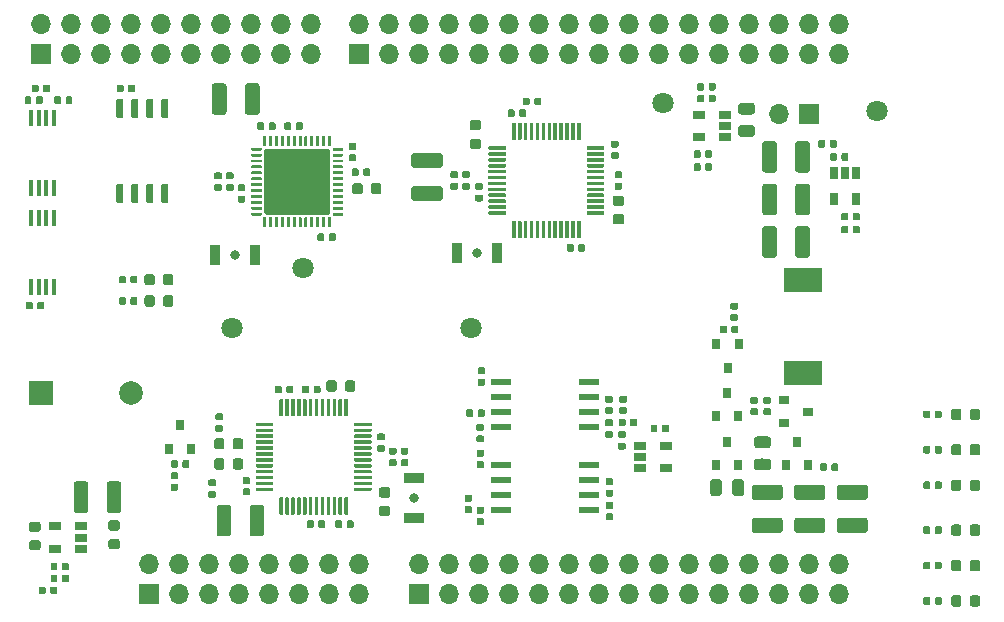
<source format=gbr>
G04 #@! TF.GenerationSoftware,KiCad,Pcbnew,5.1.4-e60b266~84~ubuntu18.04.1*
G04 #@! TF.CreationDate,2019-09-29T15:18:54+04:00*
G04 #@! TF.ProjectId,Julis,4a756c69-732e-46b6-9963-61645f706362,rev?*
G04 #@! TF.SameCoordinates,Original*
G04 #@! TF.FileFunction,Soldermask,Top*
G04 #@! TF.FilePolarity,Negative*
%FSLAX46Y46*%
G04 Gerber Fmt 4.6, Leading zero omitted, Abs format (unit mm)*
G04 Created by KiCad (PCBNEW 5.1.4-e60b266~84~ubuntu18.04.1) date 2019-09-29 15:18:54*
%MOMM*%
%LPD*%
G04 APERTURE LIST*
%ADD10C,0.100000*%
%ADD11C,0.975000*%
%ADD12R,0.900000X0.800000*%
%ADD13R,0.800000X0.900000*%
%ADD14C,0.590000*%
%ADD15C,1.800000*%
%ADD16R,3.200000X2.000000*%
%ADD17C,0.875000*%
%ADD18R,0.650000X1.060000*%
%ADD19R,1.060000X0.650000*%
%ADD20O,1.700000X1.700000*%
%ADD21R,1.700000X1.700000*%
%ADD22C,1.250000*%
%ADD23R,0.450000X1.450000*%
%ADD24C,2.000000*%
%ADD25R,2.000000X2.000000*%
%ADD26C,0.300000*%
%ADD27R,0.900000X1.700000*%
%ADD28C,0.800000*%
%ADD29C,0.600000*%
%ADD30R,1.700000X0.900000*%
%ADD31R,1.750000X0.550000*%
%ADD32C,5.600000*%
%ADD33C,0.250000*%
G04 APERTURE END LIST*
D10*
G36*
X190030142Y-84116174D02*
G01*
X190053803Y-84119684D01*
X190077007Y-84125496D01*
X190099529Y-84133554D01*
X190121153Y-84143782D01*
X190141670Y-84156079D01*
X190160883Y-84170329D01*
X190178607Y-84186393D01*
X190194671Y-84204117D01*
X190208921Y-84223330D01*
X190221218Y-84243847D01*
X190231446Y-84265471D01*
X190239504Y-84287993D01*
X190245316Y-84311197D01*
X190248826Y-84334858D01*
X190250000Y-84358750D01*
X190250000Y-84846250D01*
X190248826Y-84870142D01*
X190245316Y-84893803D01*
X190239504Y-84917007D01*
X190231446Y-84939529D01*
X190221218Y-84961153D01*
X190208921Y-84981670D01*
X190194671Y-85000883D01*
X190178607Y-85018607D01*
X190160883Y-85034671D01*
X190141670Y-85048921D01*
X190121153Y-85061218D01*
X190099529Y-85071446D01*
X190077007Y-85079504D01*
X190053803Y-85085316D01*
X190030142Y-85088826D01*
X190006250Y-85090000D01*
X189093750Y-85090000D01*
X189069858Y-85088826D01*
X189046197Y-85085316D01*
X189022993Y-85079504D01*
X189000471Y-85071446D01*
X188978847Y-85061218D01*
X188958330Y-85048921D01*
X188939117Y-85034671D01*
X188921393Y-85018607D01*
X188905329Y-85000883D01*
X188891079Y-84981670D01*
X188878782Y-84961153D01*
X188868554Y-84939529D01*
X188860496Y-84917007D01*
X188854684Y-84893803D01*
X188851174Y-84870142D01*
X188850000Y-84846250D01*
X188850000Y-84358750D01*
X188851174Y-84334858D01*
X188854684Y-84311197D01*
X188860496Y-84287993D01*
X188868554Y-84265471D01*
X188878782Y-84243847D01*
X188891079Y-84223330D01*
X188905329Y-84204117D01*
X188921393Y-84186393D01*
X188939117Y-84170329D01*
X188958330Y-84156079D01*
X188978847Y-84143782D01*
X189000471Y-84133554D01*
X189022993Y-84125496D01*
X189046197Y-84119684D01*
X189069858Y-84116174D01*
X189093750Y-84115000D01*
X190006250Y-84115000D01*
X190030142Y-84116174D01*
X190030142Y-84116174D01*
G37*
D11*
X189550000Y-84602500D03*
D10*
G36*
X190030142Y-82241174D02*
G01*
X190053803Y-82244684D01*
X190077007Y-82250496D01*
X190099529Y-82258554D01*
X190121153Y-82268782D01*
X190141670Y-82281079D01*
X190160883Y-82295329D01*
X190178607Y-82311393D01*
X190194671Y-82329117D01*
X190208921Y-82348330D01*
X190221218Y-82368847D01*
X190231446Y-82390471D01*
X190239504Y-82412993D01*
X190245316Y-82436197D01*
X190248826Y-82459858D01*
X190250000Y-82483750D01*
X190250000Y-82971250D01*
X190248826Y-82995142D01*
X190245316Y-83018803D01*
X190239504Y-83042007D01*
X190231446Y-83064529D01*
X190221218Y-83086153D01*
X190208921Y-83106670D01*
X190194671Y-83125883D01*
X190178607Y-83143607D01*
X190160883Y-83159671D01*
X190141670Y-83173921D01*
X190121153Y-83186218D01*
X190099529Y-83196446D01*
X190077007Y-83204504D01*
X190053803Y-83210316D01*
X190030142Y-83213826D01*
X190006250Y-83215000D01*
X189093750Y-83215000D01*
X189069858Y-83213826D01*
X189046197Y-83210316D01*
X189022993Y-83204504D01*
X189000471Y-83196446D01*
X188978847Y-83186218D01*
X188958330Y-83173921D01*
X188939117Y-83159671D01*
X188921393Y-83143607D01*
X188905329Y-83125883D01*
X188891079Y-83106670D01*
X188878782Y-83086153D01*
X188868554Y-83064529D01*
X188860496Y-83042007D01*
X188854684Y-83018803D01*
X188851174Y-82995142D01*
X188850000Y-82971250D01*
X188850000Y-82483750D01*
X188851174Y-82459858D01*
X188854684Y-82436197D01*
X188860496Y-82412993D01*
X188868554Y-82390471D01*
X188878782Y-82368847D01*
X188891079Y-82348330D01*
X188905329Y-82329117D01*
X188921393Y-82311393D01*
X188939117Y-82295329D01*
X188958330Y-82281079D01*
X188978847Y-82268782D01*
X189000471Y-82258554D01*
X189022993Y-82250496D01*
X189046197Y-82244684D01*
X189069858Y-82241174D01*
X189093750Y-82240000D01*
X190006250Y-82240000D01*
X190030142Y-82241174D01*
X190030142Y-82241174D01*
G37*
D11*
X189550000Y-82727500D03*
D12*
X194750000Y-108365000D03*
X192750000Y-109315000D03*
X192750000Y-107415000D03*
D13*
X187950000Y-104665000D03*
X187000000Y-102665000D03*
X188900000Y-102665000D03*
D10*
G36*
X186796958Y-81545710D02*
G01*
X186811276Y-81547834D01*
X186825317Y-81551351D01*
X186838946Y-81556228D01*
X186852031Y-81562417D01*
X186864447Y-81569858D01*
X186876073Y-81578481D01*
X186886798Y-81588202D01*
X186896519Y-81598927D01*
X186905142Y-81610553D01*
X186912583Y-81622969D01*
X186918772Y-81636054D01*
X186923649Y-81649683D01*
X186927166Y-81663724D01*
X186929290Y-81678042D01*
X186930000Y-81692500D01*
X186930000Y-82037500D01*
X186929290Y-82051958D01*
X186927166Y-82066276D01*
X186923649Y-82080317D01*
X186918772Y-82093946D01*
X186912583Y-82107031D01*
X186905142Y-82119447D01*
X186896519Y-82131073D01*
X186886798Y-82141798D01*
X186876073Y-82151519D01*
X186864447Y-82160142D01*
X186852031Y-82167583D01*
X186838946Y-82173772D01*
X186825317Y-82178649D01*
X186811276Y-82182166D01*
X186796958Y-82184290D01*
X186782500Y-82185000D01*
X186487500Y-82185000D01*
X186473042Y-82184290D01*
X186458724Y-82182166D01*
X186444683Y-82178649D01*
X186431054Y-82173772D01*
X186417969Y-82167583D01*
X186405553Y-82160142D01*
X186393927Y-82151519D01*
X186383202Y-82141798D01*
X186373481Y-82131073D01*
X186364858Y-82119447D01*
X186357417Y-82107031D01*
X186351228Y-82093946D01*
X186346351Y-82080317D01*
X186342834Y-82066276D01*
X186340710Y-82051958D01*
X186340000Y-82037500D01*
X186340000Y-81692500D01*
X186340710Y-81678042D01*
X186342834Y-81663724D01*
X186346351Y-81649683D01*
X186351228Y-81636054D01*
X186357417Y-81622969D01*
X186364858Y-81610553D01*
X186373481Y-81598927D01*
X186383202Y-81588202D01*
X186393927Y-81578481D01*
X186405553Y-81569858D01*
X186417969Y-81562417D01*
X186431054Y-81556228D01*
X186444683Y-81551351D01*
X186458724Y-81547834D01*
X186473042Y-81545710D01*
X186487500Y-81545000D01*
X186782500Y-81545000D01*
X186796958Y-81545710D01*
X186796958Y-81545710D01*
G37*
D14*
X186635000Y-81865000D03*
D10*
G36*
X185826958Y-81545710D02*
G01*
X185841276Y-81547834D01*
X185855317Y-81551351D01*
X185868946Y-81556228D01*
X185882031Y-81562417D01*
X185894447Y-81569858D01*
X185906073Y-81578481D01*
X185916798Y-81588202D01*
X185926519Y-81598927D01*
X185935142Y-81610553D01*
X185942583Y-81622969D01*
X185948772Y-81636054D01*
X185953649Y-81649683D01*
X185957166Y-81663724D01*
X185959290Y-81678042D01*
X185960000Y-81692500D01*
X185960000Y-82037500D01*
X185959290Y-82051958D01*
X185957166Y-82066276D01*
X185953649Y-82080317D01*
X185948772Y-82093946D01*
X185942583Y-82107031D01*
X185935142Y-82119447D01*
X185926519Y-82131073D01*
X185916798Y-82141798D01*
X185906073Y-82151519D01*
X185894447Y-82160142D01*
X185882031Y-82167583D01*
X185868946Y-82173772D01*
X185855317Y-82178649D01*
X185841276Y-82182166D01*
X185826958Y-82184290D01*
X185812500Y-82185000D01*
X185517500Y-82185000D01*
X185503042Y-82184290D01*
X185488724Y-82182166D01*
X185474683Y-82178649D01*
X185461054Y-82173772D01*
X185447969Y-82167583D01*
X185435553Y-82160142D01*
X185423927Y-82151519D01*
X185413202Y-82141798D01*
X185403481Y-82131073D01*
X185394858Y-82119447D01*
X185387417Y-82107031D01*
X185381228Y-82093946D01*
X185376351Y-82080317D01*
X185372834Y-82066276D01*
X185370710Y-82051958D01*
X185370000Y-82037500D01*
X185370000Y-81692500D01*
X185370710Y-81678042D01*
X185372834Y-81663724D01*
X185376351Y-81649683D01*
X185381228Y-81636054D01*
X185387417Y-81622969D01*
X185394858Y-81610553D01*
X185403481Y-81598927D01*
X185413202Y-81588202D01*
X185423927Y-81578481D01*
X185435553Y-81569858D01*
X185447969Y-81562417D01*
X185461054Y-81556228D01*
X185474683Y-81551351D01*
X185488724Y-81547834D01*
X185503042Y-81545710D01*
X185517500Y-81545000D01*
X185812500Y-81545000D01*
X185826958Y-81545710D01*
X185826958Y-81545710D01*
G37*
D14*
X185665000Y-81865000D03*
D10*
G36*
X185826958Y-80545710D02*
G01*
X185841276Y-80547834D01*
X185855317Y-80551351D01*
X185868946Y-80556228D01*
X185882031Y-80562417D01*
X185894447Y-80569858D01*
X185906073Y-80578481D01*
X185916798Y-80588202D01*
X185926519Y-80598927D01*
X185935142Y-80610553D01*
X185942583Y-80622969D01*
X185948772Y-80636054D01*
X185953649Y-80649683D01*
X185957166Y-80663724D01*
X185959290Y-80678042D01*
X185960000Y-80692500D01*
X185960000Y-81037500D01*
X185959290Y-81051958D01*
X185957166Y-81066276D01*
X185953649Y-81080317D01*
X185948772Y-81093946D01*
X185942583Y-81107031D01*
X185935142Y-81119447D01*
X185926519Y-81131073D01*
X185916798Y-81141798D01*
X185906073Y-81151519D01*
X185894447Y-81160142D01*
X185882031Y-81167583D01*
X185868946Y-81173772D01*
X185855317Y-81178649D01*
X185841276Y-81182166D01*
X185826958Y-81184290D01*
X185812500Y-81185000D01*
X185517500Y-81185000D01*
X185503042Y-81184290D01*
X185488724Y-81182166D01*
X185474683Y-81178649D01*
X185461054Y-81173772D01*
X185447969Y-81167583D01*
X185435553Y-81160142D01*
X185423927Y-81151519D01*
X185413202Y-81141798D01*
X185403481Y-81131073D01*
X185394858Y-81119447D01*
X185387417Y-81107031D01*
X185381228Y-81093946D01*
X185376351Y-81080317D01*
X185372834Y-81066276D01*
X185370710Y-81051958D01*
X185370000Y-81037500D01*
X185370000Y-80692500D01*
X185370710Y-80678042D01*
X185372834Y-80663724D01*
X185376351Y-80649683D01*
X185381228Y-80636054D01*
X185387417Y-80622969D01*
X185394858Y-80610553D01*
X185403481Y-80598927D01*
X185413202Y-80588202D01*
X185423927Y-80578481D01*
X185435553Y-80569858D01*
X185447969Y-80562417D01*
X185461054Y-80556228D01*
X185474683Y-80551351D01*
X185488724Y-80547834D01*
X185503042Y-80545710D01*
X185517500Y-80545000D01*
X185812500Y-80545000D01*
X185826958Y-80545710D01*
X185826958Y-80545710D01*
G37*
D14*
X185665000Y-80865000D03*
D10*
G36*
X186796958Y-80545710D02*
G01*
X186811276Y-80547834D01*
X186825317Y-80551351D01*
X186838946Y-80556228D01*
X186852031Y-80562417D01*
X186864447Y-80569858D01*
X186876073Y-80578481D01*
X186886798Y-80588202D01*
X186896519Y-80598927D01*
X186905142Y-80610553D01*
X186912583Y-80622969D01*
X186918772Y-80636054D01*
X186923649Y-80649683D01*
X186927166Y-80663724D01*
X186929290Y-80678042D01*
X186930000Y-80692500D01*
X186930000Y-81037500D01*
X186929290Y-81051958D01*
X186927166Y-81066276D01*
X186923649Y-81080317D01*
X186918772Y-81093946D01*
X186912583Y-81107031D01*
X186905142Y-81119447D01*
X186896519Y-81131073D01*
X186886798Y-81141798D01*
X186876073Y-81151519D01*
X186864447Y-81160142D01*
X186852031Y-81167583D01*
X186838946Y-81173772D01*
X186825317Y-81178649D01*
X186811276Y-81182166D01*
X186796958Y-81184290D01*
X186782500Y-81185000D01*
X186487500Y-81185000D01*
X186473042Y-81184290D01*
X186458724Y-81182166D01*
X186444683Y-81178649D01*
X186431054Y-81173772D01*
X186417969Y-81167583D01*
X186405553Y-81160142D01*
X186393927Y-81151519D01*
X186383202Y-81141798D01*
X186373481Y-81131073D01*
X186364858Y-81119447D01*
X186357417Y-81107031D01*
X186351228Y-81093946D01*
X186346351Y-81080317D01*
X186342834Y-81066276D01*
X186340710Y-81051958D01*
X186340000Y-81037500D01*
X186340000Y-80692500D01*
X186340710Y-80678042D01*
X186342834Y-80663724D01*
X186346351Y-80649683D01*
X186351228Y-80636054D01*
X186357417Y-80622969D01*
X186364858Y-80610553D01*
X186373481Y-80598927D01*
X186383202Y-80588202D01*
X186393927Y-80578481D01*
X186405553Y-80569858D01*
X186417969Y-80562417D01*
X186431054Y-80556228D01*
X186444683Y-80551351D01*
X186458724Y-80547834D01*
X186473042Y-80545710D01*
X186487500Y-80545000D01*
X186782500Y-80545000D01*
X186796958Y-80545710D01*
X186796958Y-80545710D01*
G37*
D14*
X186635000Y-80865000D03*
D15*
X166250000Y-101250000D03*
X146000000Y-101250000D03*
X182500000Y-82250000D03*
X152000000Y-96250000D03*
X200600000Y-82900000D03*
D10*
G36*
X198996958Y-92645710D02*
G01*
X199011276Y-92647834D01*
X199025317Y-92651351D01*
X199038946Y-92656228D01*
X199052031Y-92662417D01*
X199064447Y-92669858D01*
X199076073Y-92678481D01*
X199086798Y-92688202D01*
X199096519Y-92698927D01*
X199105142Y-92710553D01*
X199112583Y-92722969D01*
X199118772Y-92736054D01*
X199123649Y-92749683D01*
X199127166Y-92763724D01*
X199129290Y-92778042D01*
X199130000Y-92792500D01*
X199130000Y-93137500D01*
X199129290Y-93151958D01*
X199127166Y-93166276D01*
X199123649Y-93180317D01*
X199118772Y-93193946D01*
X199112583Y-93207031D01*
X199105142Y-93219447D01*
X199096519Y-93231073D01*
X199086798Y-93241798D01*
X199076073Y-93251519D01*
X199064447Y-93260142D01*
X199052031Y-93267583D01*
X199038946Y-93273772D01*
X199025317Y-93278649D01*
X199011276Y-93282166D01*
X198996958Y-93284290D01*
X198982500Y-93285000D01*
X198687500Y-93285000D01*
X198673042Y-93284290D01*
X198658724Y-93282166D01*
X198644683Y-93278649D01*
X198631054Y-93273772D01*
X198617969Y-93267583D01*
X198605553Y-93260142D01*
X198593927Y-93251519D01*
X198583202Y-93241798D01*
X198573481Y-93231073D01*
X198564858Y-93219447D01*
X198557417Y-93207031D01*
X198551228Y-93193946D01*
X198546351Y-93180317D01*
X198542834Y-93166276D01*
X198540710Y-93151958D01*
X198540000Y-93137500D01*
X198540000Y-92792500D01*
X198540710Y-92778042D01*
X198542834Y-92763724D01*
X198546351Y-92749683D01*
X198551228Y-92736054D01*
X198557417Y-92722969D01*
X198564858Y-92710553D01*
X198573481Y-92698927D01*
X198583202Y-92688202D01*
X198593927Y-92678481D01*
X198605553Y-92669858D01*
X198617969Y-92662417D01*
X198631054Y-92656228D01*
X198644683Y-92651351D01*
X198658724Y-92647834D01*
X198673042Y-92645710D01*
X198687500Y-92645000D01*
X198982500Y-92645000D01*
X198996958Y-92645710D01*
X198996958Y-92645710D01*
G37*
D14*
X198835000Y-92965000D03*
D10*
G36*
X198026958Y-92645710D02*
G01*
X198041276Y-92647834D01*
X198055317Y-92651351D01*
X198068946Y-92656228D01*
X198082031Y-92662417D01*
X198094447Y-92669858D01*
X198106073Y-92678481D01*
X198116798Y-92688202D01*
X198126519Y-92698927D01*
X198135142Y-92710553D01*
X198142583Y-92722969D01*
X198148772Y-92736054D01*
X198153649Y-92749683D01*
X198157166Y-92763724D01*
X198159290Y-92778042D01*
X198160000Y-92792500D01*
X198160000Y-93137500D01*
X198159290Y-93151958D01*
X198157166Y-93166276D01*
X198153649Y-93180317D01*
X198148772Y-93193946D01*
X198142583Y-93207031D01*
X198135142Y-93219447D01*
X198126519Y-93231073D01*
X198116798Y-93241798D01*
X198106073Y-93251519D01*
X198094447Y-93260142D01*
X198082031Y-93267583D01*
X198068946Y-93273772D01*
X198055317Y-93278649D01*
X198041276Y-93282166D01*
X198026958Y-93284290D01*
X198012500Y-93285000D01*
X197717500Y-93285000D01*
X197703042Y-93284290D01*
X197688724Y-93282166D01*
X197674683Y-93278649D01*
X197661054Y-93273772D01*
X197647969Y-93267583D01*
X197635553Y-93260142D01*
X197623927Y-93251519D01*
X197613202Y-93241798D01*
X197603481Y-93231073D01*
X197594858Y-93219447D01*
X197587417Y-93207031D01*
X197581228Y-93193946D01*
X197576351Y-93180317D01*
X197572834Y-93166276D01*
X197570710Y-93151958D01*
X197570000Y-93137500D01*
X197570000Y-92792500D01*
X197570710Y-92778042D01*
X197572834Y-92763724D01*
X197576351Y-92749683D01*
X197581228Y-92736054D01*
X197587417Y-92722969D01*
X197594858Y-92710553D01*
X197603481Y-92698927D01*
X197613202Y-92688202D01*
X197623927Y-92678481D01*
X197635553Y-92669858D01*
X197647969Y-92662417D01*
X197661054Y-92656228D01*
X197674683Y-92651351D01*
X197688724Y-92647834D01*
X197703042Y-92645710D01*
X197717500Y-92645000D01*
X198012500Y-92645000D01*
X198026958Y-92645710D01*
X198026958Y-92645710D01*
G37*
D14*
X197865000Y-92965000D03*
D10*
G36*
X185526958Y-87345710D02*
G01*
X185541276Y-87347834D01*
X185555317Y-87351351D01*
X185568946Y-87356228D01*
X185582031Y-87362417D01*
X185594447Y-87369858D01*
X185606073Y-87378481D01*
X185616798Y-87388202D01*
X185626519Y-87398927D01*
X185635142Y-87410553D01*
X185642583Y-87422969D01*
X185648772Y-87436054D01*
X185653649Y-87449683D01*
X185657166Y-87463724D01*
X185659290Y-87478042D01*
X185660000Y-87492500D01*
X185660000Y-87837500D01*
X185659290Y-87851958D01*
X185657166Y-87866276D01*
X185653649Y-87880317D01*
X185648772Y-87893946D01*
X185642583Y-87907031D01*
X185635142Y-87919447D01*
X185626519Y-87931073D01*
X185616798Y-87941798D01*
X185606073Y-87951519D01*
X185594447Y-87960142D01*
X185582031Y-87967583D01*
X185568946Y-87973772D01*
X185555317Y-87978649D01*
X185541276Y-87982166D01*
X185526958Y-87984290D01*
X185512500Y-87985000D01*
X185217500Y-87985000D01*
X185203042Y-87984290D01*
X185188724Y-87982166D01*
X185174683Y-87978649D01*
X185161054Y-87973772D01*
X185147969Y-87967583D01*
X185135553Y-87960142D01*
X185123927Y-87951519D01*
X185113202Y-87941798D01*
X185103481Y-87931073D01*
X185094858Y-87919447D01*
X185087417Y-87907031D01*
X185081228Y-87893946D01*
X185076351Y-87880317D01*
X185072834Y-87866276D01*
X185070710Y-87851958D01*
X185070000Y-87837500D01*
X185070000Y-87492500D01*
X185070710Y-87478042D01*
X185072834Y-87463724D01*
X185076351Y-87449683D01*
X185081228Y-87436054D01*
X185087417Y-87422969D01*
X185094858Y-87410553D01*
X185103481Y-87398927D01*
X185113202Y-87388202D01*
X185123927Y-87378481D01*
X185135553Y-87369858D01*
X185147969Y-87362417D01*
X185161054Y-87356228D01*
X185174683Y-87351351D01*
X185188724Y-87347834D01*
X185203042Y-87345710D01*
X185217500Y-87345000D01*
X185512500Y-87345000D01*
X185526958Y-87345710D01*
X185526958Y-87345710D01*
G37*
D14*
X185365000Y-87665000D03*
D10*
G36*
X186496958Y-87345710D02*
G01*
X186511276Y-87347834D01*
X186525317Y-87351351D01*
X186538946Y-87356228D01*
X186552031Y-87362417D01*
X186564447Y-87369858D01*
X186576073Y-87378481D01*
X186586798Y-87388202D01*
X186596519Y-87398927D01*
X186605142Y-87410553D01*
X186612583Y-87422969D01*
X186618772Y-87436054D01*
X186623649Y-87449683D01*
X186627166Y-87463724D01*
X186629290Y-87478042D01*
X186630000Y-87492500D01*
X186630000Y-87837500D01*
X186629290Y-87851958D01*
X186627166Y-87866276D01*
X186623649Y-87880317D01*
X186618772Y-87893946D01*
X186612583Y-87907031D01*
X186605142Y-87919447D01*
X186596519Y-87931073D01*
X186586798Y-87941798D01*
X186576073Y-87951519D01*
X186564447Y-87960142D01*
X186552031Y-87967583D01*
X186538946Y-87973772D01*
X186525317Y-87978649D01*
X186511276Y-87982166D01*
X186496958Y-87984290D01*
X186482500Y-87985000D01*
X186187500Y-87985000D01*
X186173042Y-87984290D01*
X186158724Y-87982166D01*
X186144683Y-87978649D01*
X186131054Y-87973772D01*
X186117969Y-87967583D01*
X186105553Y-87960142D01*
X186093927Y-87951519D01*
X186083202Y-87941798D01*
X186073481Y-87931073D01*
X186064858Y-87919447D01*
X186057417Y-87907031D01*
X186051228Y-87893946D01*
X186046351Y-87880317D01*
X186042834Y-87866276D01*
X186040710Y-87851958D01*
X186040000Y-87837500D01*
X186040000Y-87492500D01*
X186040710Y-87478042D01*
X186042834Y-87463724D01*
X186046351Y-87449683D01*
X186051228Y-87436054D01*
X186057417Y-87422969D01*
X186064858Y-87410553D01*
X186073481Y-87398927D01*
X186083202Y-87388202D01*
X186093927Y-87378481D01*
X186105553Y-87369858D01*
X186117969Y-87362417D01*
X186131054Y-87356228D01*
X186144683Y-87351351D01*
X186158724Y-87347834D01*
X186173042Y-87345710D01*
X186187500Y-87345000D01*
X186482500Y-87345000D01*
X186496958Y-87345710D01*
X186496958Y-87345710D01*
G37*
D14*
X186335000Y-87665000D03*
D10*
G36*
X196226958Y-112745710D02*
G01*
X196241276Y-112747834D01*
X196255317Y-112751351D01*
X196268946Y-112756228D01*
X196282031Y-112762417D01*
X196294447Y-112769858D01*
X196306073Y-112778481D01*
X196316798Y-112788202D01*
X196326519Y-112798927D01*
X196335142Y-112810553D01*
X196342583Y-112822969D01*
X196348772Y-112836054D01*
X196353649Y-112849683D01*
X196357166Y-112863724D01*
X196359290Y-112878042D01*
X196360000Y-112892500D01*
X196360000Y-113237500D01*
X196359290Y-113251958D01*
X196357166Y-113266276D01*
X196353649Y-113280317D01*
X196348772Y-113293946D01*
X196342583Y-113307031D01*
X196335142Y-113319447D01*
X196326519Y-113331073D01*
X196316798Y-113341798D01*
X196306073Y-113351519D01*
X196294447Y-113360142D01*
X196282031Y-113367583D01*
X196268946Y-113373772D01*
X196255317Y-113378649D01*
X196241276Y-113382166D01*
X196226958Y-113384290D01*
X196212500Y-113385000D01*
X195917500Y-113385000D01*
X195903042Y-113384290D01*
X195888724Y-113382166D01*
X195874683Y-113378649D01*
X195861054Y-113373772D01*
X195847969Y-113367583D01*
X195835553Y-113360142D01*
X195823927Y-113351519D01*
X195813202Y-113341798D01*
X195803481Y-113331073D01*
X195794858Y-113319447D01*
X195787417Y-113307031D01*
X195781228Y-113293946D01*
X195776351Y-113280317D01*
X195772834Y-113266276D01*
X195770710Y-113251958D01*
X195770000Y-113237500D01*
X195770000Y-112892500D01*
X195770710Y-112878042D01*
X195772834Y-112863724D01*
X195776351Y-112849683D01*
X195781228Y-112836054D01*
X195787417Y-112822969D01*
X195794858Y-112810553D01*
X195803481Y-112798927D01*
X195813202Y-112788202D01*
X195823927Y-112778481D01*
X195835553Y-112769858D01*
X195847969Y-112762417D01*
X195861054Y-112756228D01*
X195874683Y-112751351D01*
X195888724Y-112747834D01*
X195903042Y-112745710D01*
X195917500Y-112745000D01*
X196212500Y-112745000D01*
X196226958Y-112745710D01*
X196226958Y-112745710D01*
G37*
D14*
X196065000Y-113065000D03*
D10*
G36*
X197196958Y-112745710D02*
G01*
X197211276Y-112747834D01*
X197225317Y-112751351D01*
X197238946Y-112756228D01*
X197252031Y-112762417D01*
X197264447Y-112769858D01*
X197276073Y-112778481D01*
X197286798Y-112788202D01*
X197296519Y-112798927D01*
X197305142Y-112810553D01*
X197312583Y-112822969D01*
X197318772Y-112836054D01*
X197323649Y-112849683D01*
X197327166Y-112863724D01*
X197329290Y-112878042D01*
X197330000Y-112892500D01*
X197330000Y-113237500D01*
X197329290Y-113251958D01*
X197327166Y-113266276D01*
X197323649Y-113280317D01*
X197318772Y-113293946D01*
X197312583Y-113307031D01*
X197305142Y-113319447D01*
X197296519Y-113331073D01*
X197286798Y-113341798D01*
X197276073Y-113351519D01*
X197264447Y-113360142D01*
X197252031Y-113367583D01*
X197238946Y-113373772D01*
X197225317Y-113378649D01*
X197211276Y-113382166D01*
X197196958Y-113384290D01*
X197182500Y-113385000D01*
X196887500Y-113385000D01*
X196873042Y-113384290D01*
X196858724Y-113382166D01*
X196844683Y-113378649D01*
X196831054Y-113373772D01*
X196817969Y-113367583D01*
X196805553Y-113360142D01*
X196793927Y-113351519D01*
X196783202Y-113341798D01*
X196773481Y-113331073D01*
X196764858Y-113319447D01*
X196757417Y-113307031D01*
X196751228Y-113293946D01*
X196746351Y-113280317D01*
X196742834Y-113266276D01*
X196740710Y-113251958D01*
X196740000Y-113237500D01*
X196740000Y-112892500D01*
X196740710Y-112878042D01*
X196742834Y-112863724D01*
X196746351Y-112849683D01*
X196751228Y-112836054D01*
X196757417Y-112822969D01*
X196764858Y-112810553D01*
X196773481Y-112798927D01*
X196783202Y-112788202D01*
X196793927Y-112778481D01*
X196805553Y-112769858D01*
X196817969Y-112762417D01*
X196831054Y-112756228D01*
X196844683Y-112751351D01*
X196858724Y-112747834D01*
X196873042Y-112745710D01*
X196887500Y-112745000D01*
X197182500Y-112745000D01*
X197196958Y-112745710D01*
X197196958Y-112745710D01*
G37*
D14*
X197035000Y-113065000D03*
D16*
X194350000Y-97265000D03*
X194350000Y-105065000D03*
D10*
G36*
X205931958Y-108280710D02*
G01*
X205946276Y-108282834D01*
X205960317Y-108286351D01*
X205973946Y-108291228D01*
X205987031Y-108297417D01*
X205999447Y-108304858D01*
X206011073Y-108313481D01*
X206021798Y-108323202D01*
X206031519Y-108333927D01*
X206040142Y-108345553D01*
X206047583Y-108357969D01*
X206053772Y-108371054D01*
X206058649Y-108384683D01*
X206062166Y-108398724D01*
X206064290Y-108413042D01*
X206065000Y-108427500D01*
X206065000Y-108772500D01*
X206064290Y-108786958D01*
X206062166Y-108801276D01*
X206058649Y-108815317D01*
X206053772Y-108828946D01*
X206047583Y-108842031D01*
X206040142Y-108854447D01*
X206031519Y-108866073D01*
X206021798Y-108876798D01*
X206011073Y-108886519D01*
X205999447Y-108895142D01*
X205987031Y-108902583D01*
X205973946Y-108908772D01*
X205960317Y-108913649D01*
X205946276Y-108917166D01*
X205931958Y-108919290D01*
X205917500Y-108920000D01*
X205622500Y-108920000D01*
X205608042Y-108919290D01*
X205593724Y-108917166D01*
X205579683Y-108913649D01*
X205566054Y-108908772D01*
X205552969Y-108902583D01*
X205540553Y-108895142D01*
X205528927Y-108886519D01*
X205518202Y-108876798D01*
X205508481Y-108866073D01*
X205499858Y-108854447D01*
X205492417Y-108842031D01*
X205486228Y-108828946D01*
X205481351Y-108815317D01*
X205477834Y-108801276D01*
X205475710Y-108786958D01*
X205475000Y-108772500D01*
X205475000Y-108427500D01*
X205475710Y-108413042D01*
X205477834Y-108398724D01*
X205481351Y-108384683D01*
X205486228Y-108371054D01*
X205492417Y-108357969D01*
X205499858Y-108345553D01*
X205508481Y-108333927D01*
X205518202Y-108323202D01*
X205528927Y-108313481D01*
X205540553Y-108304858D01*
X205552969Y-108297417D01*
X205566054Y-108291228D01*
X205579683Y-108286351D01*
X205593724Y-108282834D01*
X205608042Y-108280710D01*
X205622500Y-108280000D01*
X205917500Y-108280000D01*
X205931958Y-108280710D01*
X205931958Y-108280710D01*
G37*
D14*
X205770000Y-108600000D03*
D10*
G36*
X204961958Y-108280710D02*
G01*
X204976276Y-108282834D01*
X204990317Y-108286351D01*
X205003946Y-108291228D01*
X205017031Y-108297417D01*
X205029447Y-108304858D01*
X205041073Y-108313481D01*
X205051798Y-108323202D01*
X205061519Y-108333927D01*
X205070142Y-108345553D01*
X205077583Y-108357969D01*
X205083772Y-108371054D01*
X205088649Y-108384683D01*
X205092166Y-108398724D01*
X205094290Y-108413042D01*
X205095000Y-108427500D01*
X205095000Y-108772500D01*
X205094290Y-108786958D01*
X205092166Y-108801276D01*
X205088649Y-108815317D01*
X205083772Y-108828946D01*
X205077583Y-108842031D01*
X205070142Y-108854447D01*
X205061519Y-108866073D01*
X205051798Y-108876798D01*
X205041073Y-108886519D01*
X205029447Y-108895142D01*
X205017031Y-108902583D01*
X205003946Y-108908772D01*
X204990317Y-108913649D01*
X204976276Y-108917166D01*
X204961958Y-108919290D01*
X204947500Y-108920000D01*
X204652500Y-108920000D01*
X204638042Y-108919290D01*
X204623724Y-108917166D01*
X204609683Y-108913649D01*
X204596054Y-108908772D01*
X204582969Y-108902583D01*
X204570553Y-108895142D01*
X204558927Y-108886519D01*
X204548202Y-108876798D01*
X204538481Y-108866073D01*
X204529858Y-108854447D01*
X204522417Y-108842031D01*
X204516228Y-108828946D01*
X204511351Y-108815317D01*
X204507834Y-108801276D01*
X204505710Y-108786958D01*
X204505000Y-108772500D01*
X204505000Y-108427500D01*
X204505710Y-108413042D01*
X204507834Y-108398724D01*
X204511351Y-108384683D01*
X204516228Y-108371054D01*
X204522417Y-108357969D01*
X204529858Y-108345553D01*
X204538481Y-108333927D01*
X204548202Y-108323202D01*
X204558927Y-108313481D01*
X204570553Y-108304858D01*
X204582969Y-108297417D01*
X204596054Y-108291228D01*
X204609683Y-108286351D01*
X204623724Y-108282834D01*
X204638042Y-108280710D01*
X204652500Y-108280000D01*
X204947500Y-108280000D01*
X204961958Y-108280710D01*
X204961958Y-108280710D01*
G37*
D14*
X204800000Y-108600000D03*
D10*
G36*
X205946958Y-111280710D02*
G01*
X205961276Y-111282834D01*
X205975317Y-111286351D01*
X205988946Y-111291228D01*
X206002031Y-111297417D01*
X206014447Y-111304858D01*
X206026073Y-111313481D01*
X206036798Y-111323202D01*
X206046519Y-111333927D01*
X206055142Y-111345553D01*
X206062583Y-111357969D01*
X206068772Y-111371054D01*
X206073649Y-111384683D01*
X206077166Y-111398724D01*
X206079290Y-111413042D01*
X206080000Y-111427500D01*
X206080000Y-111772500D01*
X206079290Y-111786958D01*
X206077166Y-111801276D01*
X206073649Y-111815317D01*
X206068772Y-111828946D01*
X206062583Y-111842031D01*
X206055142Y-111854447D01*
X206046519Y-111866073D01*
X206036798Y-111876798D01*
X206026073Y-111886519D01*
X206014447Y-111895142D01*
X206002031Y-111902583D01*
X205988946Y-111908772D01*
X205975317Y-111913649D01*
X205961276Y-111917166D01*
X205946958Y-111919290D01*
X205932500Y-111920000D01*
X205637500Y-111920000D01*
X205623042Y-111919290D01*
X205608724Y-111917166D01*
X205594683Y-111913649D01*
X205581054Y-111908772D01*
X205567969Y-111902583D01*
X205555553Y-111895142D01*
X205543927Y-111886519D01*
X205533202Y-111876798D01*
X205523481Y-111866073D01*
X205514858Y-111854447D01*
X205507417Y-111842031D01*
X205501228Y-111828946D01*
X205496351Y-111815317D01*
X205492834Y-111801276D01*
X205490710Y-111786958D01*
X205490000Y-111772500D01*
X205490000Y-111427500D01*
X205490710Y-111413042D01*
X205492834Y-111398724D01*
X205496351Y-111384683D01*
X205501228Y-111371054D01*
X205507417Y-111357969D01*
X205514858Y-111345553D01*
X205523481Y-111333927D01*
X205533202Y-111323202D01*
X205543927Y-111313481D01*
X205555553Y-111304858D01*
X205567969Y-111297417D01*
X205581054Y-111291228D01*
X205594683Y-111286351D01*
X205608724Y-111282834D01*
X205623042Y-111280710D01*
X205637500Y-111280000D01*
X205932500Y-111280000D01*
X205946958Y-111280710D01*
X205946958Y-111280710D01*
G37*
D14*
X205785000Y-111600000D03*
D10*
G36*
X204976958Y-111280710D02*
G01*
X204991276Y-111282834D01*
X205005317Y-111286351D01*
X205018946Y-111291228D01*
X205032031Y-111297417D01*
X205044447Y-111304858D01*
X205056073Y-111313481D01*
X205066798Y-111323202D01*
X205076519Y-111333927D01*
X205085142Y-111345553D01*
X205092583Y-111357969D01*
X205098772Y-111371054D01*
X205103649Y-111384683D01*
X205107166Y-111398724D01*
X205109290Y-111413042D01*
X205110000Y-111427500D01*
X205110000Y-111772500D01*
X205109290Y-111786958D01*
X205107166Y-111801276D01*
X205103649Y-111815317D01*
X205098772Y-111828946D01*
X205092583Y-111842031D01*
X205085142Y-111854447D01*
X205076519Y-111866073D01*
X205066798Y-111876798D01*
X205056073Y-111886519D01*
X205044447Y-111895142D01*
X205032031Y-111902583D01*
X205018946Y-111908772D01*
X205005317Y-111913649D01*
X204991276Y-111917166D01*
X204976958Y-111919290D01*
X204962500Y-111920000D01*
X204667500Y-111920000D01*
X204653042Y-111919290D01*
X204638724Y-111917166D01*
X204624683Y-111913649D01*
X204611054Y-111908772D01*
X204597969Y-111902583D01*
X204585553Y-111895142D01*
X204573927Y-111886519D01*
X204563202Y-111876798D01*
X204553481Y-111866073D01*
X204544858Y-111854447D01*
X204537417Y-111842031D01*
X204531228Y-111828946D01*
X204526351Y-111815317D01*
X204522834Y-111801276D01*
X204520710Y-111786958D01*
X204520000Y-111772500D01*
X204520000Y-111427500D01*
X204520710Y-111413042D01*
X204522834Y-111398724D01*
X204526351Y-111384683D01*
X204531228Y-111371054D01*
X204537417Y-111357969D01*
X204544858Y-111345553D01*
X204553481Y-111333927D01*
X204563202Y-111323202D01*
X204573927Y-111313481D01*
X204585553Y-111304858D01*
X204597969Y-111297417D01*
X204611054Y-111291228D01*
X204624683Y-111286351D01*
X204638724Y-111282834D01*
X204653042Y-111280710D01*
X204667500Y-111280000D01*
X204962500Y-111280000D01*
X204976958Y-111280710D01*
X204976958Y-111280710D01*
G37*
D14*
X204815000Y-111600000D03*
D10*
G36*
X205946958Y-114280710D02*
G01*
X205961276Y-114282834D01*
X205975317Y-114286351D01*
X205988946Y-114291228D01*
X206002031Y-114297417D01*
X206014447Y-114304858D01*
X206026073Y-114313481D01*
X206036798Y-114323202D01*
X206046519Y-114333927D01*
X206055142Y-114345553D01*
X206062583Y-114357969D01*
X206068772Y-114371054D01*
X206073649Y-114384683D01*
X206077166Y-114398724D01*
X206079290Y-114413042D01*
X206080000Y-114427500D01*
X206080000Y-114772500D01*
X206079290Y-114786958D01*
X206077166Y-114801276D01*
X206073649Y-114815317D01*
X206068772Y-114828946D01*
X206062583Y-114842031D01*
X206055142Y-114854447D01*
X206046519Y-114866073D01*
X206036798Y-114876798D01*
X206026073Y-114886519D01*
X206014447Y-114895142D01*
X206002031Y-114902583D01*
X205988946Y-114908772D01*
X205975317Y-114913649D01*
X205961276Y-114917166D01*
X205946958Y-114919290D01*
X205932500Y-114920000D01*
X205637500Y-114920000D01*
X205623042Y-114919290D01*
X205608724Y-114917166D01*
X205594683Y-114913649D01*
X205581054Y-114908772D01*
X205567969Y-114902583D01*
X205555553Y-114895142D01*
X205543927Y-114886519D01*
X205533202Y-114876798D01*
X205523481Y-114866073D01*
X205514858Y-114854447D01*
X205507417Y-114842031D01*
X205501228Y-114828946D01*
X205496351Y-114815317D01*
X205492834Y-114801276D01*
X205490710Y-114786958D01*
X205490000Y-114772500D01*
X205490000Y-114427500D01*
X205490710Y-114413042D01*
X205492834Y-114398724D01*
X205496351Y-114384683D01*
X205501228Y-114371054D01*
X205507417Y-114357969D01*
X205514858Y-114345553D01*
X205523481Y-114333927D01*
X205533202Y-114323202D01*
X205543927Y-114313481D01*
X205555553Y-114304858D01*
X205567969Y-114297417D01*
X205581054Y-114291228D01*
X205594683Y-114286351D01*
X205608724Y-114282834D01*
X205623042Y-114280710D01*
X205637500Y-114280000D01*
X205932500Y-114280000D01*
X205946958Y-114280710D01*
X205946958Y-114280710D01*
G37*
D14*
X205785000Y-114600000D03*
D10*
G36*
X204976958Y-114280710D02*
G01*
X204991276Y-114282834D01*
X205005317Y-114286351D01*
X205018946Y-114291228D01*
X205032031Y-114297417D01*
X205044447Y-114304858D01*
X205056073Y-114313481D01*
X205066798Y-114323202D01*
X205076519Y-114333927D01*
X205085142Y-114345553D01*
X205092583Y-114357969D01*
X205098772Y-114371054D01*
X205103649Y-114384683D01*
X205107166Y-114398724D01*
X205109290Y-114413042D01*
X205110000Y-114427500D01*
X205110000Y-114772500D01*
X205109290Y-114786958D01*
X205107166Y-114801276D01*
X205103649Y-114815317D01*
X205098772Y-114828946D01*
X205092583Y-114842031D01*
X205085142Y-114854447D01*
X205076519Y-114866073D01*
X205066798Y-114876798D01*
X205056073Y-114886519D01*
X205044447Y-114895142D01*
X205032031Y-114902583D01*
X205018946Y-114908772D01*
X205005317Y-114913649D01*
X204991276Y-114917166D01*
X204976958Y-114919290D01*
X204962500Y-114920000D01*
X204667500Y-114920000D01*
X204653042Y-114919290D01*
X204638724Y-114917166D01*
X204624683Y-114913649D01*
X204611054Y-114908772D01*
X204597969Y-114902583D01*
X204585553Y-114895142D01*
X204573927Y-114886519D01*
X204563202Y-114876798D01*
X204553481Y-114866073D01*
X204544858Y-114854447D01*
X204537417Y-114842031D01*
X204531228Y-114828946D01*
X204526351Y-114815317D01*
X204522834Y-114801276D01*
X204520710Y-114786958D01*
X204520000Y-114772500D01*
X204520000Y-114427500D01*
X204520710Y-114413042D01*
X204522834Y-114398724D01*
X204526351Y-114384683D01*
X204531228Y-114371054D01*
X204537417Y-114357969D01*
X204544858Y-114345553D01*
X204553481Y-114333927D01*
X204563202Y-114323202D01*
X204573927Y-114313481D01*
X204585553Y-114304858D01*
X204597969Y-114297417D01*
X204611054Y-114291228D01*
X204624683Y-114286351D01*
X204638724Y-114282834D01*
X204653042Y-114280710D01*
X204667500Y-114280000D01*
X204962500Y-114280000D01*
X204976958Y-114280710D01*
X204976958Y-114280710D01*
G37*
D14*
X204815000Y-114600000D03*
D10*
G36*
X205946958Y-118080710D02*
G01*
X205961276Y-118082834D01*
X205975317Y-118086351D01*
X205988946Y-118091228D01*
X206002031Y-118097417D01*
X206014447Y-118104858D01*
X206026073Y-118113481D01*
X206036798Y-118123202D01*
X206046519Y-118133927D01*
X206055142Y-118145553D01*
X206062583Y-118157969D01*
X206068772Y-118171054D01*
X206073649Y-118184683D01*
X206077166Y-118198724D01*
X206079290Y-118213042D01*
X206080000Y-118227500D01*
X206080000Y-118572500D01*
X206079290Y-118586958D01*
X206077166Y-118601276D01*
X206073649Y-118615317D01*
X206068772Y-118628946D01*
X206062583Y-118642031D01*
X206055142Y-118654447D01*
X206046519Y-118666073D01*
X206036798Y-118676798D01*
X206026073Y-118686519D01*
X206014447Y-118695142D01*
X206002031Y-118702583D01*
X205988946Y-118708772D01*
X205975317Y-118713649D01*
X205961276Y-118717166D01*
X205946958Y-118719290D01*
X205932500Y-118720000D01*
X205637500Y-118720000D01*
X205623042Y-118719290D01*
X205608724Y-118717166D01*
X205594683Y-118713649D01*
X205581054Y-118708772D01*
X205567969Y-118702583D01*
X205555553Y-118695142D01*
X205543927Y-118686519D01*
X205533202Y-118676798D01*
X205523481Y-118666073D01*
X205514858Y-118654447D01*
X205507417Y-118642031D01*
X205501228Y-118628946D01*
X205496351Y-118615317D01*
X205492834Y-118601276D01*
X205490710Y-118586958D01*
X205490000Y-118572500D01*
X205490000Y-118227500D01*
X205490710Y-118213042D01*
X205492834Y-118198724D01*
X205496351Y-118184683D01*
X205501228Y-118171054D01*
X205507417Y-118157969D01*
X205514858Y-118145553D01*
X205523481Y-118133927D01*
X205533202Y-118123202D01*
X205543927Y-118113481D01*
X205555553Y-118104858D01*
X205567969Y-118097417D01*
X205581054Y-118091228D01*
X205594683Y-118086351D01*
X205608724Y-118082834D01*
X205623042Y-118080710D01*
X205637500Y-118080000D01*
X205932500Y-118080000D01*
X205946958Y-118080710D01*
X205946958Y-118080710D01*
G37*
D14*
X205785000Y-118400000D03*
D10*
G36*
X204976958Y-118080710D02*
G01*
X204991276Y-118082834D01*
X205005317Y-118086351D01*
X205018946Y-118091228D01*
X205032031Y-118097417D01*
X205044447Y-118104858D01*
X205056073Y-118113481D01*
X205066798Y-118123202D01*
X205076519Y-118133927D01*
X205085142Y-118145553D01*
X205092583Y-118157969D01*
X205098772Y-118171054D01*
X205103649Y-118184683D01*
X205107166Y-118198724D01*
X205109290Y-118213042D01*
X205110000Y-118227500D01*
X205110000Y-118572500D01*
X205109290Y-118586958D01*
X205107166Y-118601276D01*
X205103649Y-118615317D01*
X205098772Y-118628946D01*
X205092583Y-118642031D01*
X205085142Y-118654447D01*
X205076519Y-118666073D01*
X205066798Y-118676798D01*
X205056073Y-118686519D01*
X205044447Y-118695142D01*
X205032031Y-118702583D01*
X205018946Y-118708772D01*
X205005317Y-118713649D01*
X204991276Y-118717166D01*
X204976958Y-118719290D01*
X204962500Y-118720000D01*
X204667500Y-118720000D01*
X204653042Y-118719290D01*
X204638724Y-118717166D01*
X204624683Y-118713649D01*
X204611054Y-118708772D01*
X204597969Y-118702583D01*
X204585553Y-118695142D01*
X204573927Y-118686519D01*
X204563202Y-118676798D01*
X204553481Y-118666073D01*
X204544858Y-118654447D01*
X204537417Y-118642031D01*
X204531228Y-118628946D01*
X204526351Y-118615317D01*
X204522834Y-118601276D01*
X204520710Y-118586958D01*
X204520000Y-118572500D01*
X204520000Y-118227500D01*
X204520710Y-118213042D01*
X204522834Y-118198724D01*
X204526351Y-118184683D01*
X204531228Y-118171054D01*
X204537417Y-118157969D01*
X204544858Y-118145553D01*
X204553481Y-118133927D01*
X204563202Y-118123202D01*
X204573927Y-118113481D01*
X204585553Y-118104858D01*
X204597969Y-118097417D01*
X204611054Y-118091228D01*
X204624683Y-118086351D01*
X204638724Y-118082834D01*
X204653042Y-118080710D01*
X204667500Y-118080000D01*
X204962500Y-118080000D01*
X204976958Y-118080710D01*
X204976958Y-118080710D01*
G37*
D14*
X204815000Y-118400000D03*
D10*
G36*
X205931958Y-121080710D02*
G01*
X205946276Y-121082834D01*
X205960317Y-121086351D01*
X205973946Y-121091228D01*
X205987031Y-121097417D01*
X205999447Y-121104858D01*
X206011073Y-121113481D01*
X206021798Y-121123202D01*
X206031519Y-121133927D01*
X206040142Y-121145553D01*
X206047583Y-121157969D01*
X206053772Y-121171054D01*
X206058649Y-121184683D01*
X206062166Y-121198724D01*
X206064290Y-121213042D01*
X206065000Y-121227500D01*
X206065000Y-121572500D01*
X206064290Y-121586958D01*
X206062166Y-121601276D01*
X206058649Y-121615317D01*
X206053772Y-121628946D01*
X206047583Y-121642031D01*
X206040142Y-121654447D01*
X206031519Y-121666073D01*
X206021798Y-121676798D01*
X206011073Y-121686519D01*
X205999447Y-121695142D01*
X205987031Y-121702583D01*
X205973946Y-121708772D01*
X205960317Y-121713649D01*
X205946276Y-121717166D01*
X205931958Y-121719290D01*
X205917500Y-121720000D01*
X205622500Y-121720000D01*
X205608042Y-121719290D01*
X205593724Y-121717166D01*
X205579683Y-121713649D01*
X205566054Y-121708772D01*
X205552969Y-121702583D01*
X205540553Y-121695142D01*
X205528927Y-121686519D01*
X205518202Y-121676798D01*
X205508481Y-121666073D01*
X205499858Y-121654447D01*
X205492417Y-121642031D01*
X205486228Y-121628946D01*
X205481351Y-121615317D01*
X205477834Y-121601276D01*
X205475710Y-121586958D01*
X205475000Y-121572500D01*
X205475000Y-121227500D01*
X205475710Y-121213042D01*
X205477834Y-121198724D01*
X205481351Y-121184683D01*
X205486228Y-121171054D01*
X205492417Y-121157969D01*
X205499858Y-121145553D01*
X205508481Y-121133927D01*
X205518202Y-121123202D01*
X205528927Y-121113481D01*
X205540553Y-121104858D01*
X205552969Y-121097417D01*
X205566054Y-121091228D01*
X205579683Y-121086351D01*
X205593724Y-121082834D01*
X205608042Y-121080710D01*
X205622500Y-121080000D01*
X205917500Y-121080000D01*
X205931958Y-121080710D01*
X205931958Y-121080710D01*
G37*
D14*
X205770000Y-121400000D03*
D10*
G36*
X204961958Y-121080710D02*
G01*
X204976276Y-121082834D01*
X204990317Y-121086351D01*
X205003946Y-121091228D01*
X205017031Y-121097417D01*
X205029447Y-121104858D01*
X205041073Y-121113481D01*
X205051798Y-121123202D01*
X205061519Y-121133927D01*
X205070142Y-121145553D01*
X205077583Y-121157969D01*
X205083772Y-121171054D01*
X205088649Y-121184683D01*
X205092166Y-121198724D01*
X205094290Y-121213042D01*
X205095000Y-121227500D01*
X205095000Y-121572500D01*
X205094290Y-121586958D01*
X205092166Y-121601276D01*
X205088649Y-121615317D01*
X205083772Y-121628946D01*
X205077583Y-121642031D01*
X205070142Y-121654447D01*
X205061519Y-121666073D01*
X205051798Y-121676798D01*
X205041073Y-121686519D01*
X205029447Y-121695142D01*
X205017031Y-121702583D01*
X205003946Y-121708772D01*
X204990317Y-121713649D01*
X204976276Y-121717166D01*
X204961958Y-121719290D01*
X204947500Y-121720000D01*
X204652500Y-121720000D01*
X204638042Y-121719290D01*
X204623724Y-121717166D01*
X204609683Y-121713649D01*
X204596054Y-121708772D01*
X204582969Y-121702583D01*
X204570553Y-121695142D01*
X204558927Y-121686519D01*
X204548202Y-121676798D01*
X204538481Y-121666073D01*
X204529858Y-121654447D01*
X204522417Y-121642031D01*
X204516228Y-121628946D01*
X204511351Y-121615317D01*
X204507834Y-121601276D01*
X204505710Y-121586958D01*
X204505000Y-121572500D01*
X204505000Y-121227500D01*
X204505710Y-121213042D01*
X204507834Y-121198724D01*
X204511351Y-121184683D01*
X204516228Y-121171054D01*
X204522417Y-121157969D01*
X204529858Y-121145553D01*
X204538481Y-121133927D01*
X204548202Y-121123202D01*
X204558927Y-121113481D01*
X204570553Y-121104858D01*
X204582969Y-121097417D01*
X204596054Y-121091228D01*
X204609683Y-121086351D01*
X204623724Y-121082834D01*
X204638042Y-121080710D01*
X204652500Y-121080000D01*
X204947500Y-121080000D01*
X204961958Y-121080710D01*
X204961958Y-121080710D01*
G37*
D14*
X204800000Y-121400000D03*
D10*
G36*
X205946958Y-124080710D02*
G01*
X205961276Y-124082834D01*
X205975317Y-124086351D01*
X205988946Y-124091228D01*
X206002031Y-124097417D01*
X206014447Y-124104858D01*
X206026073Y-124113481D01*
X206036798Y-124123202D01*
X206046519Y-124133927D01*
X206055142Y-124145553D01*
X206062583Y-124157969D01*
X206068772Y-124171054D01*
X206073649Y-124184683D01*
X206077166Y-124198724D01*
X206079290Y-124213042D01*
X206080000Y-124227500D01*
X206080000Y-124572500D01*
X206079290Y-124586958D01*
X206077166Y-124601276D01*
X206073649Y-124615317D01*
X206068772Y-124628946D01*
X206062583Y-124642031D01*
X206055142Y-124654447D01*
X206046519Y-124666073D01*
X206036798Y-124676798D01*
X206026073Y-124686519D01*
X206014447Y-124695142D01*
X206002031Y-124702583D01*
X205988946Y-124708772D01*
X205975317Y-124713649D01*
X205961276Y-124717166D01*
X205946958Y-124719290D01*
X205932500Y-124720000D01*
X205637500Y-124720000D01*
X205623042Y-124719290D01*
X205608724Y-124717166D01*
X205594683Y-124713649D01*
X205581054Y-124708772D01*
X205567969Y-124702583D01*
X205555553Y-124695142D01*
X205543927Y-124686519D01*
X205533202Y-124676798D01*
X205523481Y-124666073D01*
X205514858Y-124654447D01*
X205507417Y-124642031D01*
X205501228Y-124628946D01*
X205496351Y-124615317D01*
X205492834Y-124601276D01*
X205490710Y-124586958D01*
X205490000Y-124572500D01*
X205490000Y-124227500D01*
X205490710Y-124213042D01*
X205492834Y-124198724D01*
X205496351Y-124184683D01*
X205501228Y-124171054D01*
X205507417Y-124157969D01*
X205514858Y-124145553D01*
X205523481Y-124133927D01*
X205533202Y-124123202D01*
X205543927Y-124113481D01*
X205555553Y-124104858D01*
X205567969Y-124097417D01*
X205581054Y-124091228D01*
X205594683Y-124086351D01*
X205608724Y-124082834D01*
X205623042Y-124080710D01*
X205637500Y-124080000D01*
X205932500Y-124080000D01*
X205946958Y-124080710D01*
X205946958Y-124080710D01*
G37*
D14*
X205785000Y-124400000D03*
D10*
G36*
X204976958Y-124080710D02*
G01*
X204991276Y-124082834D01*
X205005317Y-124086351D01*
X205018946Y-124091228D01*
X205032031Y-124097417D01*
X205044447Y-124104858D01*
X205056073Y-124113481D01*
X205066798Y-124123202D01*
X205076519Y-124133927D01*
X205085142Y-124145553D01*
X205092583Y-124157969D01*
X205098772Y-124171054D01*
X205103649Y-124184683D01*
X205107166Y-124198724D01*
X205109290Y-124213042D01*
X205110000Y-124227500D01*
X205110000Y-124572500D01*
X205109290Y-124586958D01*
X205107166Y-124601276D01*
X205103649Y-124615317D01*
X205098772Y-124628946D01*
X205092583Y-124642031D01*
X205085142Y-124654447D01*
X205076519Y-124666073D01*
X205066798Y-124676798D01*
X205056073Y-124686519D01*
X205044447Y-124695142D01*
X205032031Y-124702583D01*
X205018946Y-124708772D01*
X205005317Y-124713649D01*
X204991276Y-124717166D01*
X204976958Y-124719290D01*
X204962500Y-124720000D01*
X204667500Y-124720000D01*
X204653042Y-124719290D01*
X204638724Y-124717166D01*
X204624683Y-124713649D01*
X204611054Y-124708772D01*
X204597969Y-124702583D01*
X204585553Y-124695142D01*
X204573927Y-124686519D01*
X204563202Y-124676798D01*
X204553481Y-124666073D01*
X204544858Y-124654447D01*
X204537417Y-124642031D01*
X204531228Y-124628946D01*
X204526351Y-124615317D01*
X204522834Y-124601276D01*
X204520710Y-124586958D01*
X204520000Y-124572500D01*
X204520000Y-124227500D01*
X204520710Y-124213042D01*
X204522834Y-124198724D01*
X204526351Y-124184683D01*
X204531228Y-124171054D01*
X204537417Y-124157969D01*
X204544858Y-124145553D01*
X204553481Y-124133927D01*
X204563202Y-124123202D01*
X204573927Y-124113481D01*
X204585553Y-124104858D01*
X204597969Y-124097417D01*
X204611054Y-124091228D01*
X204624683Y-124086351D01*
X204638724Y-124082834D01*
X204653042Y-124080710D01*
X204667500Y-124080000D01*
X204962500Y-124080000D01*
X204976958Y-124080710D01*
X204976958Y-124080710D01*
G37*
D14*
X204815000Y-124400000D03*
D10*
G36*
X207552691Y-108126053D02*
G01*
X207573926Y-108129203D01*
X207594750Y-108134419D01*
X207614962Y-108141651D01*
X207634368Y-108150830D01*
X207652781Y-108161866D01*
X207670024Y-108174654D01*
X207685930Y-108189070D01*
X207700346Y-108204976D01*
X207713134Y-108222219D01*
X207724170Y-108240632D01*
X207733349Y-108260038D01*
X207740581Y-108280250D01*
X207745797Y-108301074D01*
X207748947Y-108322309D01*
X207750000Y-108343750D01*
X207750000Y-108856250D01*
X207748947Y-108877691D01*
X207745797Y-108898926D01*
X207740581Y-108919750D01*
X207733349Y-108939962D01*
X207724170Y-108959368D01*
X207713134Y-108977781D01*
X207700346Y-108995024D01*
X207685930Y-109010930D01*
X207670024Y-109025346D01*
X207652781Y-109038134D01*
X207634368Y-109049170D01*
X207614962Y-109058349D01*
X207594750Y-109065581D01*
X207573926Y-109070797D01*
X207552691Y-109073947D01*
X207531250Y-109075000D01*
X207093750Y-109075000D01*
X207072309Y-109073947D01*
X207051074Y-109070797D01*
X207030250Y-109065581D01*
X207010038Y-109058349D01*
X206990632Y-109049170D01*
X206972219Y-109038134D01*
X206954976Y-109025346D01*
X206939070Y-109010930D01*
X206924654Y-108995024D01*
X206911866Y-108977781D01*
X206900830Y-108959368D01*
X206891651Y-108939962D01*
X206884419Y-108919750D01*
X206879203Y-108898926D01*
X206876053Y-108877691D01*
X206875000Y-108856250D01*
X206875000Y-108343750D01*
X206876053Y-108322309D01*
X206879203Y-108301074D01*
X206884419Y-108280250D01*
X206891651Y-108260038D01*
X206900830Y-108240632D01*
X206911866Y-108222219D01*
X206924654Y-108204976D01*
X206939070Y-108189070D01*
X206954976Y-108174654D01*
X206972219Y-108161866D01*
X206990632Y-108150830D01*
X207010038Y-108141651D01*
X207030250Y-108134419D01*
X207051074Y-108129203D01*
X207072309Y-108126053D01*
X207093750Y-108125000D01*
X207531250Y-108125000D01*
X207552691Y-108126053D01*
X207552691Y-108126053D01*
G37*
D17*
X207312500Y-108600000D03*
D10*
G36*
X209127691Y-108126053D02*
G01*
X209148926Y-108129203D01*
X209169750Y-108134419D01*
X209189962Y-108141651D01*
X209209368Y-108150830D01*
X209227781Y-108161866D01*
X209245024Y-108174654D01*
X209260930Y-108189070D01*
X209275346Y-108204976D01*
X209288134Y-108222219D01*
X209299170Y-108240632D01*
X209308349Y-108260038D01*
X209315581Y-108280250D01*
X209320797Y-108301074D01*
X209323947Y-108322309D01*
X209325000Y-108343750D01*
X209325000Y-108856250D01*
X209323947Y-108877691D01*
X209320797Y-108898926D01*
X209315581Y-108919750D01*
X209308349Y-108939962D01*
X209299170Y-108959368D01*
X209288134Y-108977781D01*
X209275346Y-108995024D01*
X209260930Y-109010930D01*
X209245024Y-109025346D01*
X209227781Y-109038134D01*
X209209368Y-109049170D01*
X209189962Y-109058349D01*
X209169750Y-109065581D01*
X209148926Y-109070797D01*
X209127691Y-109073947D01*
X209106250Y-109075000D01*
X208668750Y-109075000D01*
X208647309Y-109073947D01*
X208626074Y-109070797D01*
X208605250Y-109065581D01*
X208585038Y-109058349D01*
X208565632Y-109049170D01*
X208547219Y-109038134D01*
X208529976Y-109025346D01*
X208514070Y-109010930D01*
X208499654Y-108995024D01*
X208486866Y-108977781D01*
X208475830Y-108959368D01*
X208466651Y-108939962D01*
X208459419Y-108919750D01*
X208454203Y-108898926D01*
X208451053Y-108877691D01*
X208450000Y-108856250D01*
X208450000Y-108343750D01*
X208451053Y-108322309D01*
X208454203Y-108301074D01*
X208459419Y-108280250D01*
X208466651Y-108260038D01*
X208475830Y-108240632D01*
X208486866Y-108222219D01*
X208499654Y-108204976D01*
X208514070Y-108189070D01*
X208529976Y-108174654D01*
X208547219Y-108161866D01*
X208565632Y-108150830D01*
X208585038Y-108141651D01*
X208605250Y-108134419D01*
X208626074Y-108129203D01*
X208647309Y-108126053D01*
X208668750Y-108125000D01*
X209106250Y-108125000D01*
X209127691Y-108126053D01*
X209127691Y-108126053D01*
G37*
D17*
X208887500Y-108600000D03*
D10*
G36*
X207552691Y-111126053D02*
G01*
X207573926Y-111129203D01*
X207594750Y-111134419D01*
X207614962Y-111141651D01*
X207634368Y-111150830D01*
X207652781Y-111161866D01*
X207670024Y-111174654D01*
X207685930Y-111189070D01*
X207700346Y-111204976D01*
X207713134Y-111222219D01*
X207724170Y-111240632D01*
X207733349Y-111260038D01*
X207740581Y-111280250D01*
X207745797Y-111301074D01*
X207748947Y-111322309D01*
X207750000Y-111343750D01*
X207750000Y-111856250D01*
X207748947Y-111877691D01*
X207745797Y-111898926D01*
X207740581Y-111919750D01*
X207733349Y-111939962D01*
X207724170Y-111959368D01*
X207713134Y-111977781D01*
X207700346Y-111995024D01*
X207685930Y-112010930D01*
X207670024Y-112025346D01*
X207652781Y-112038134D01*
X207634368Y-112049170D01*
X207614962Y-112058349D01*
X207594750Y-112065581D01*
X207573926Y-112070797D01*
X207552691Y-112073947D01*
X207531250Y-112075000D01*
X207093750Y-112075000D01*
X207072309Y-112073947D01*
X207051074Y-112070797D01*
X207030250Y-112065581D01*
X207010038Y-112058349D01*
X206990632Y-112049170D01*
X206972219Y-112038134D01*
X206954976Y-112025346D01*
X206939070Y-112010930D01*
X206924654Y-111995024D01*
X206911866Y-111977781D01*
X206900830Y-111959368D01*
X206891651Y-111939962D01*
X206884419Y-111919750D01*
X206879203Y-111898926D01*
X206876053Y-111877691D01*
X206875000Y-111856250D01*
X206875000Y-111343750D01*
X206876053Y-111322309D01*
X206879203Y-111301074D01*
X206884419Y-111280250D01*
X206891651Y-111260038D01*
X206900830Y-111240632D01*
X206911866Y-111222219D01*
X206924654Y-111204976D01*
X206939070Y-111189070D01*
X206954976Y-111174654D01*
X206972219Y-111161866D01*
X206990632Y-111150830D01*
X207010038Y-111141651D01*
X207030250Y-111134419D01*
X207051074Y-111129203D01*
X207072309Y-111126053D01*
X207093750Y-111125000D01*
X207531250Y-111125000D01*
X207552691Y-111126053D01*
X207552691Y-111126053D01*
G37*
D17*
X207312500Y-111600000D03*
D10*
G36*
X209127691Y-111126053D02*
G01*
X209148926Y-111129203D01*
X209169750Y-111134419D01*
X209189962Y-111141651D01*
X209209368Y-111150830D01*
X209227781Y-111161866D01*
X209245024Y-111174654D01*
X209260930Y-111189070D01*
X209275346Y-111204976D01*
X209288134Y-111222219D01*
X209299170Y-111240632D01*
X209308349Y-111260038D01*
X209315581Y-111280250D01*
X209320797Y-111301074D01*
X209323947Y-111322309D01*
X209325000Y-111343750D01*
X209325000Y-111856250D01*
X209323947Y-111877691D01*
X209320797Y-111898926D01*
X209315581Y-111919750D01*
X209308349Y-111939962D01*
X209299170Y-111959368D01*
X209288134Y-111977781D01*
X209275346Y-111995024D01*
X209260930Y-112010930D01*
X209245024Y-112025346D01*
X209227781Y-112038134D01*
X209209368Y-112049170D01*
X209189962Y-112058349D01*
X209169750Y-112065581D01*
X209148926Y-112070797D01*
X209127691Y-112073947D01*
X209106250Y-112075000D01*
X208668750Y-112075000D01*
X208647309Y-112073947D01*
X208626074Y-112070797D01*
X208605250Y-112065581D01*
X208585038Y-112058349D01*
X208565632Y-112049170D01*
X208547219Y-112038134D01*
X208529976Y-112025346D01*
X208514070Y-112010930D01*
X208499654Y-111995024D01*
X208486866Y-111977781D01*
X208475830Y-111959368D01*
X208466651Y-111939962D01*
X208459419Y-111919750D01*
X208454203Y-111898926D01*
X208451053Y-111877691D01*
X208450000Y-111856250D01*
X208450000Y-111343750D01*
X208451053Y-111322309D01*
X208454203Y-111301074D01*
X208459419Y-111280250D01*
X208466651Y-111260038D01*
X208475830Y-111240632D01*
X208486866Y-111222219D01*
X208499654Y-111204976D01*
X208514070Y-111189070D01*
X208529976Y-111174654D01*
X208547219Y-111161866D01*
X208565632Y-111150830D01*
X208585038Y-111141651D01*
X208605250Y-111134419D01*
X208626074Y-111129203D01*
X208647309Y-111126053D01*
X208668750Y-111125000D01*
X209106250Y-111125000D01*
X209127691Y-111126053D01*
X209127691Y-111126053D01*
G37*
D17*
X208887500Y-111600000D03*
D10*
G36*
X207552691Y-114126053D02*
G01*
X207573926Y-114129203D01*
X207594750Y-114134419D01*
X207614962Y-114141651D01*
X207634368Y-114150830D01*
X207652781Y-114161866D01*
X207670024Y-114174654D01*
X207685930Y-114189070D01*
X207700346Y-114204976D01*
X207713134Y-114222219D01*
X207724170Y-114240632D01*
X207733349Y-114260038D01*
X207740581Y-114280250D01*
X207745797Y-114301074D01*
X207748947Y-114322309D01*
X207750000Y-114343750D01*
X207750000Y-114856250D01*
X207748947Y-114877691D01*
X207745797Y-114898926D01*
X207740581Y-114919750D01*
X207733349Y-114939962D01*
X207724170Y-114959368D01*
X207713134Y-114977781D01*
X207700346Y-114995024D01*
X207685930Y-115010930D01*
X207670024Y-115025346D01*
X207652781Y-115038134D01*
X207634368Y-115049170D01*
X207614962Y-115058349D01*
X207594750Y-115065581D01*
X207573926Y-115070797D01*
X207552691Y-115073947D01*
X207531250Y-115075000D01*
X207093750Y-115075000D01*
X207072309Y-115073947D01*
X207051074Y-115070797D01*
X207030250Y-115065581D01*
X207010038Y-115058349D01*
X206990632Y-115049170D01*
X206972219Y-115038134D01*
X206954976Y-115025346D01*
X206939070Y-115010930D01*
X206924654Y-114995024D01*
X206911866Y-114977781D01*
X206900830Y-114959368D01*
X206891651Y-114939962D01*
X206884419Y-114919750D01*
X206879203Y-114898926D01*
X206876053Y-114877691D01*
X206875000Y-114856250D01*
X206875000Y-114343750D01*
X206876053Y-114322309D01*
X206879203Y-114301074D01*
X206884419Y-114280250D01*
X206891651Y-114260038D01*
X206900830Y-114240632D01*
X206911866Y-114222219D01*
X206924654Y-114204976D01*
X206939070Y-114189070D01*
X206954976Y-114174654D01*
X206972219Y-114161866D01*
X206990632Y-114150830D01*
X207010038Y-114141651D01*
X207030250Y-114134419D01*
X207051074Y-114129203D01*
X207072309Y-114126053D01*
X207093750Y-114125000D01*
X207531250Y-114125000D01*
X207552691Y-114126053D01*
X207552691Y-114126053D01*
G37*
D17*
X207312500Y-114600000D03*
D10*
G36*
X209127691Y-114126053D02*
G01*
X209148926Y-114129203D01*
X209169750Y-114134419D01*
X209189962Y-114141651D01*
X209209368Y-114150830D01*
X209227781Y-114161866D01*
X209245024Y-114174654D01*
X209260930Y-114189070D01*
X209275346Y-114204976D01*
X209288134Y-114222219D01*
X209299170Y-114240632D01*
X209308349Y-114260038D01*
X209315581Y-114280250D01*
X209320797Y-114301074D01*
X209323947Y-114322309D01*
X209325000Y-114343750D01*
X209325000Y-114856250D01*
X209323947Y-114877691D01*
X209320797Y-114898926D01*
X209315581Y-114919750D01*
X209308349Y-114939962D01*
X209299170Y-114959368D01*
X209288134Y-114977781D01*
X209275346Y-114995024D01*
X209260930Y-115010930D01*
X209245024Y-115025346D01*
X209227781Y-115038134D01*
X209209368Y-115049170D01*
X209189962Y-115058349D01*
X209169750Y-115065581D01*
X209148926Y-115070797D01*
X209127691Y-115073947D01*
X209106250Y-115075000D01*
X208668750Y-115075000D01*
X208647309Y-115073947D01*
X208626074Y-115070797D01*
X208605250Y-115065581D01*
X208585038Y-115058349D01*
X208565632Y-115049170D01*
X208547219Y-115038134D01*
X208529976Y-115025346D01*
X208514070Y-115010930D01*
X208499654Y-114995024D01*
X208486866Y-114977781D01*
X208475830Y-114959368D01*
X208466651Y-114939962D01*
X208459419Y-114919750D01*
X208454203Y-114898926D01*
X208451053Y-114877691D01*
X208450000Y-114856250D01*
X208450000Y-114343750D01*
X208451053Y-114322309D01*
X208454203Y-114301074D01*
X208459419Y-114280250D01*
X208466651Y-114260038D01*
X208475830Y-114240632D01*
X208486866Y-114222219D01*
X208499654Y-114204976D01*
X208514070Y-114189070D01*
X208529976Y-114174654D01*
X208547219Y-114161866D01*
X208565632Y-114150830D01*
X208585038Y-114141651D01*
X208605250Y-114134419D01*
X208626074Y-114129203D01*
X208647309Y-114126053D01*
X208668750Y-114125000D01*
X209106250Y-114125000D01*
X209127691Y-114126053D01*
X209127691Y-114126053D01*
G37*
D17*
X208887500Y-114600000D03*
D10*
G36*
X207552691Y-117926053D02*
G01*
X207573926Y-117929203D01*
X207594750Y-117934419D01*
X207614962Y-117941651D01*
X207634368Y-117950830D01*
X207652781Y-117961866D01*
X207670024Y-117974654D01*
X207685930Y-117989070D01*
X207700346Y-118004976D01*
X207713134Y-118022219D01*
X207724170Y-118040632D01*
X207733349Y-118060038D01*
X207740581Y-118080250D01*
X207745797Y-118101074D01*
X207748947Y-118122309D01*
X207750000Y-118143750D01*
X207750000Y-118656250D01*
X207748947Y-118677691D01*
X207745797Y-118698926D01*
X207740581Y-118719750D01*
X207733349Y-118739962D01*
X207724170Y-118759368D01*
X207713134Y-118777781D01*
X207700346Y-118795024D01*
X207685930Y-118810930D01*
X207670024Y-118825346D01*
X207652781Y-118838134D01*
X207634368Y-118849170D01*
X207614962Y-118858349D01*
X207594750Y-118865581D01*
X207573926Y-118870797D01*
X207552691Y-118873947D01*
X207531250Y-118875000D01*
X207093750Y-118875000D01*
X207072309Y-118873947D01*
X207051074Y-118870797D01*
X207030250Y-118865581D01*
X207010038Y-118858349D01*
X206990632Y-118849170D01*
X206972219Y-118838134D01*
X206954976Y-118825346D01*
X206939070Y-118810930D01*
X206924654Y-118795024D01*
X206911866Y-118777781D01*
X206900830Y-118759368D01*
X206891651Y-118739962D01*
X206884419Y-118719750D01*
X206879203Y-118698926D01*
X206876053Y-118677691D01*
X206875000Y-118656250D01*
X206875000Y-118143750D01*
X206876053Y-118122309D01*
X206879203Y-118101074D01*
X206884419Y-118080250D01*
X206891651Y-118060038D01*
X206900830Y-118040632D01*
X206911866Y-118022219D01*
X206924654Y-118004976D01*
X206939070Y-117989070D01*
X206954976Y-117974654D01*
X206972219Y-117961866D01*
X206990632Y-117950830D01*
X207010038Y-117941651D01*
X207030250Y-117934419D01*
X207051074Y-117929203D01*
X207072309Y-117926053D01*
X207093750Y-117925000D01*
X207531250Y-117925000D01*
X207552691Y-117926053D01*
X207552691Y-117926053D01*
G37*
D17*
X207312500Y-118400000D03*
D10*
G36*
X209127691Y-117926053D02*
G01*
X209148926Y-117929203D01*
X209169750Y-117934419D01*
X209189962Y-117941651D01*
X209209368Y-117950830D01*
X209227781Y-117961866D01*
X209245024Y-117974654D01*
X209260930Y-117989070D01*
X209275346Y-118004976D01*
X209288134Y-118022219D01*
X209299170Y-118040632D01*
X209308349Y-118060038D01*
X209315581Y-118080250D01*
X209320797Y-118101074D01*
X209323947Y-118122309D01*
X209325000Y-118143750D01*
X209325000Y-118656250D01*
X209323947Y-118677691D01*
X209320797Y-118698926D01*
X209315581Y-118719750D01*
X209308349Y-118739962D01*
X209299170Y-118759368D01*
X209288134Y-118777781D01*
X209275346Y-118795024D01*
X209260930Y-118810930D01*
X209245024Y-118825346D01*
X209227781Y-118838134D01*
X209209368Y-118849170D01*
X209189962Y-118858349D01*
X209169750Y-118865581D01*
X209148926Y-118870797D01*
X209127691Y-118873947D01*
X209106250Y-118875000D01*
X208668750Y-118875000D01*
X208647309Y-118873947D01*
X208626074Y-118870797D01*
X208605250Y-118865581D01*
X208585038Y-118858349D01*
X208565632Y-118849170D01*
X208547219Y-118838134D01*
X208529976Y-118825346D01*
X208514070Y-118810930D01*
X208499654Y-118795024D01*
X208486866Y-118777781D01*
X208475830Y-118759368D01*
X208466651Y-118739962D01*
X208459419Y-118719750D01*
X208454203Y-118698926D01*
X208451053Y-118677691D01*
X208450000Y-118656250D01*
X208450000Y-118143750D01*
X208451053Y-118122309D01*
X208454203Y-118101074D01*
X208459419Y-118080250D01*
X208466651Y-118060038D01*
X208475830Y-118040632D01*
X208486866Y-118022219D01*
X208499654Y-118004976D01*
X208514070Y-117989070D01*
X208529976Y-117974654D01*
X208547219Y-117961866D01*
X208565632Y-117950830D01*
X208585038Y-117941651D01*
X208605250Y-117934419D01*
X208626074Y-117929203D01*
X208647309Y-117926053D01*
X208668750Y-117925000D01*
X209106250Y-117925000D01*
X209127691Y-117926053D01*
X209127691Y-117926053D01*
G37*
D17*
X208887500Y-118400000D03*
D10*
G36*
X207552691Y-120936053D02*
G01*
X207573926Y-120939203D01*
X207594750Y-120944419D01*
X207614962Y-120951651D01*
X207634368Y-120960830D01*
X207652781Y-120971866D01*
X207670024Y-120984654D01*
X207685930Y-120999070D01*
X207700346Y-121014976D01*
X207713134Y-121032219D01*
X207724170Y-121050632D01*
X207733349Y-121070038D01*
X207740581Y-121090250D01*
X207745797Y-121111074D01*
X207748947Y-121132309D01*
X207750000Y-121153750D01*
X207750000Y-121666250D01*
X207748947Y-121687691D01*
X207745797Y-121708926D01*
X207740581Y-121729750D01*
X207733349Y-121749962D01*
X207724170Y-121769368D01*
X207713134Y-121787781D01*
X207700346Y-121805024D01*
X207685930Y-121820930D01*
X207670024Y-121835346D01*
X207652781Y-121848134D01*
X207634368Y-121859170D01*
X207614962Y-121868349D01*
X207594750Y-121875581D01*
X207573926Y-121880797D01*
X207552691Y-121883947D01*
X207531250Y-121885000D01*
X207093750Y-121885000D01*
X207072309Y-121883947D01*
X207051074Y-121880797D01*
X207030250Y-121875581D01*
X207010038Y-121868349D01*
X206990632Y-121859170D01*
X206972219Y-121848134D01*
X206954976Y-121835346D01*
X206939070Y-121820930D01*
X206924654Y-121805024D01*
X206911866Y-121787781D01*
X206900830Y-121769368D01*
X206891651Y-121749962D01*
X206884419Y-121729750D01*
X206879203Y-121708926D01*
X206876053Y-121687691D01*
X206875000Y-121666250D01*
X206875000Y-121153750D01*
X206876053Y-121132309D01*
X206879203Y-121111074D01*
X206884419Y-121090250D01*
X206891651Y-121070038D01*
X206900830Y-121050632D01*
X206911866Y-121032219D01*
X206924654Y-121014976D01*
X206939070Y-120999070D01*
X206954976Y-120984654D01*
X206972219Y-120971866D01*
X206990632Y-120960830D01*
X207010038Y-120951651D01*
X207030250Y-120944419D01*
X207051074Y-120939203D01*
X207072309Y-120936053D01*
X207093750Y-120935000D01*
X207531250Y-120935000D01*
X207552691Y-120936053D01*
X207552691Y-120936053D01*
G37*
D17*
X207312500Y-121410000D03*
D10*
G36*
X209127691Y-120936053D02*
G01*
X209148926Y-120939203D01*
X209169750Y-120944419D01*
X209189962Y-120951651D01*
X209209368Y-120960830D01*
X209227781Y-120971866D01*
X209245024Y-120984654D01*
X209260930Y-120999070D01*
X209275346Y-121014976D01*
X209288134Y-121032219D01*
X209299170Y-121050632D01*
X209308349Y-121070038D01*
X209315581Y-121090250D01*
X209320797Y-121111074D01*
X209323947Y-121132309D01*
X209325000Y-121153750D01*
X209325000Y-121666250D01*
X209323947Y-121687691D01*
X209320797Y-121708926D01*
X209315581Y-121729750D01*
X209308349Y-121749962D01*
X209299170Y-121769368D01*
X209288134Y-121787781D01*
X209275346Y-121805024D01*
X209260930Y-121820930D01*
X209245024Y-121835346D01*
X209227781Y-121848134D01*
X209209368Y-121859170D01*
X209189962Y-121868349D01*
X209169750Y-121875581D01*
X209148926Y-121880797D01*
X209127691Y-121883947D01*
X209106250Y-121885000D01*
X208668750Y-121885000D01*
X208647309Y-121883947D01*
X208626074Y-121880797D01*
X208605250Y-121875581D01*
X208585038Y-121868349D01*
X208565632Y-121859170D01*
X208547219Y-121848134D01*
X208529976Y-121835346D01*
X208514070Y-121820930D01*
X208499654Y-121805024D01*
X208486866Y-121787781D01*
X208475830Y-121769368D01*
X208466651Y-121749962D01*
X208459419Y-121729750D01*
X208454203Y-121708926D01*
X208451053Y-121687691D01*
X208450000Y-121666250D01*
X208450000Y-121153750D01*
X208451053Y-121132309D01*
X208454203Y-121111074D01*
X208459419Y-121090250D01*
X208466651Y-121070038D01*
X208475830Y-121050632D01*
X208486866Y-121032219D01*
X208499654Y-121014976D01*
X208514070Y-120999070D01*
X208529976Y-120984654D01*
X208547219Y-120971866D01*
X208565632Y-120960830D01*
X208585038Y-120951651D01*
X208605250Y-120944419D01*
X208626074Y-120939203D01*
X208647309Y-120936053D01*
X208668750Y-120935000D01*
X209106250Y-120935000D01*
X209127691Y-120936053D01*
X209127691Y-120936053D01*
G37*
D17*
X208887500Y-121410000D03*
D10*
G36*
X207552691Y-123926053D02*
G01*
X207573926Y-123929203D01*
X207594750Y-123934419D01*
X207614962Y-123941651D01*
X207634368Y-123950830D01*
X207652781Y-123961866D01*
X207670024Y-123974654D01*
X207685930Y-123989070D01*
X207700346Y-124004976D01*
X207713134Y-124022219D01*
X207724170Y-124040632D01*
X207733349Y-124060038D01*
X207740581Y-124080250D01*
X207745797Y-124101074D01*
X207748947Y-124122309D01*
X207750000Y-124143750D01*
X207750000Y-124656250D01*
X207748947Y-124677691D01*
X207745797Y-124698926D01*
X207740581Y-124719750D01*
X207733349Y-124739962D01*
X207724170Y-124759368D01*
X207713134Y-124777781D01*
X207700346Y-124795024D01*
X207685930Y-124810930D01*
X207670024Y-124825346D01*
X207652781Y-124838134D01*
X207634368Y-124849170D01*
X207614962Y-124858349D01*
X207594750Y-124865581D01*
X207573926Y-124870797D01*
X207552691Y-124873947D01*
X207531250Y-124875000D01*
X207093750Y-124875000D01*
X207072309Y-124873947D01*
X207051074Y-124870797D01*
X207030250Y-124865581D01*
X207010038Y-124858349D01*
X206990632Y-124849170D01*
X206972219Y-124838134D01*
X206954976Y-124825346D01*
X206939070Y-124810930D01*
X206924654Y-124795024D01*
X206911866Y-124777781D01*
X206900830Y-124759368D01*
X206891651Y-124739962D01*
X206884419Y-124719750D01*
X206879203Y-124698926D01*
X206876053Y-124677691D01*
X206875000Y-124656250D01*
X206875000Y-124143750D01*
X206876053Y-124122309D01*
X206879203Y-124101074D01*
X206884419Y-124080250D01*
X206891651Y-124060038D01*
X206900830Y-124040632D01*
X206911866Y-124022219D01*
X206924654Y-124004976D01*
X206939070Y-123989070D01*
X206954976Y-123974654D01*
X206972219Y-123961866D01*
X206990632Y-123950830D01*
X207010038Y-123941651D01*
X207030250Y-123934419D01*
X207051074Y-123929203D01*
X207072309Y-123926053D01*
X207093750Y-123925000D01*
X207531250Y-123925000D01*
X207552691Y-123926053D01*
X207552691Y-123926053D01*
G37*
D17*
X207312500Y-124400000D03*
D10*
G36*
X209127691Y-123926053D02*
G01*
X209148926Y-123929203D01*
X209169750Y-123934419D01*
X209189962Y-123941651D01*
X209209368Y-123950830D01*
X209227781Y-123961866D01*
X209245024Y-123974654D01*
X209260930Y-123989070D01*
X209275346Y-124004976D01*
X209288134Y-124022219D01*
X209299170Y-124040632D01*
X209308349Y-124060038D01*
X209315581Y-124080250D01*
X209320797Y-124101074D01*
X209323947Y-124122309D01*
X209325000Y-124143750D01*
X209325000Y-124656250D01*
X209323947Y-124677691D01*
X209320797Y-124698926D01*
X209315581Y-124719750D01*
X209308349Y-124739962D01*
X209299170Y-124759368D01*
X209288134Y-124777781D01*
X209275346Y-124795024D01*
X209260930Y-124810930D01*
X209245024Y-124825346D01*
X209227781Y-124838134D01*
X209209368Y-124849170D01*
X209189962Y-124858349D01*
X209169750Y-124865581D01*
X209148926Y-124870797D01*
X209127691Y-124873947D01*
X209106250Y-124875000D01*
X208668750Y-124875000D01*
X208647309Y-124873947D01*
X208626074Y-124870797D01*
X208605250Y-124865581D01*
X208585038Y-124858349D01*
X208565632Y-124849170D01*
X208547219Y-124838134D01*
X208529976Y-124825346D01*
X208514070Y-124810930D01*
X208499654Y-124795024D01*
X208486866Y-124777781D01*
X208475830Y-124759368D01*
X208466651Y-124739962D01*
X208459419Y-124719750D01*
X208454203Y-124698926D01*
X208451053Y-124677691D01*
X208450000Y-124656250D01*
X208450000Y-124143750D01*
X208451053Y-124122309D01*
X208454203Y-124101074D01*
X208459419Y-124080250D01*
X208466651Y-124060038D01*
X208475830Y-124040632D01*
X208486866Y-124022219D01*
X208499654Y-124004976D01*
X208514070Y-123989070D01*
X208529976Y-123974654D01*
X208547219Y-123961866D01*
X208565632Y-123950830D01*
X208585038Y-123941651D01*
X208605250Y-123934419D01*
X208626074Y-123929203D01*
X208647309Y-123926053D01*
X208668750Y-123925000D01*
X209106250Y-123925000D01*
X209127691Y-123926053D01*
X209127691Y-123926053D01*
G37*
D17*
X208887500Y-124400000D03*
D18*
X198850000Y-90400000D03*
X196950000Y-90400000D03*
X196950000Y-88200000D03*
X197900000Y-88200000D03*
X198850000Y-88200000D03*
D19*
X185550000Y-85150000D03*
X185550000Y-83250000D03*
X187750000Y-83250000D03*
X187750000Y-84200000D03*
X187750000Y-85150000D03*
D10*
G36*
X197076958Y-86480710D02*
G01*
X197091276Y-86482834D01*
X197105317Y-86486351D01*
X197118946Y-86491228D01*
X197132031Y-86497417D01*
X197144447Y-86504858D01*
X197156073Y-86513481D01*
X197166798Y-86523202D01*
X197176519Y-86533927D01*
X197185142Y-86545553D01*
X197192583Y-86557969D01*
X197198772Y-86571054D01*
X197203649Y-86584683D01*
X197207166Y-86598724D01*
X197209290Y-86613042D01*
X197210000Y-86627500D01*
X197210000Y-86972500D01*
X197209290Y-86986958D01*
X197207166Y-87001276D01*
X197203649Y-87015317D01*
X197198772Y-87028946D01*
X197192583Y-87042031D01*
X197185142Y-87054447D01*
X197176519Y-87066073D01*
X197166798Y-87076798D01*
X197156073Y-87086519D01*
X197144447Y-87095142D01*
X197132031Y-87102583D01*
X197118946Y-87108772D01*
X197105317Y-87113649D01*
X197091276Y-87117166D01*
X197076958Y-87119290D01*
X197062500Y-87120000D01*
X196767500Y-87120000D01*
X196753042Y-87119290D01*
X196738724Y-87117166D01*
X196724683Y-87113649D01*
X196711054Y-87108772D01*
X196697969Y-87102583D01*
X196685553Y-87095142D01*
X196673927Y-87086519D01*
X196663202Y-87076798D01*
X196653481Y-87066073D01*
X196644858Y-87054447D01*
X196637417Y-87042031D01*
X196631228Y-87028946D01*
X196626351Y-87015317D01*
X196622834Y-87001276D01*
X196620710Y-86986958D01*
X196620000Y-86972500D01*
X196620000Y-86627500D01*
X196620710Y-86613042D01*
X196622834Y-86598724D01*
X196626351Y-86584683D01*
X196631228Y-86571054D01*
X196637417Y-86557969D01*
X196644858Y-86545553D01*
X196653481Y-86533927D01*
X196663202Y-86523202D01*
X196673927Y-86513481D01*
X196685553Y-86504858D01*
X196697969Y-86497417D01*
X196711054Y-86491228D01*
X196724683Y-86486351D01*
X196738724Y-86482834D01*
X196753042Y-86480710D01*
X196767500Y-86480000D01*
X197062500Y-86480000D01*
X197076958Y-86480710D01*
X197076958Y-86480710D01*
G37*
D14*
X196915000Y-86800000D03*
D10*
G36*
X198046958Y-86480710D02*
G01*
X198061276Y-86482834D01*
X198075317Y-86486351D01*
X198088946Y-86491228D01*
X198102031Y-86497417D01*
X198114447Y-86504858D01*
X198126073Y-86513481D01*
X198136798Y-86523202D01*
X198146519Y-86533927D01*
X198155142Y-86545553D01*
X198162583Y-86557969D01*
X198168772Y-86571054D01*
X198173649Y-86584683D01*
X198177166Y-86598724D01*
X198179290Y-86613042D01*
X198180000Y-86627500D01*
X198180000Y-86972500D01*
X198179290Y-86986958D01*
X198177166Y-87001276D01*
X198173649Y-87015317D01*
X198168772Y-87028946D01*
X198162583Y-87042031D01*
X198155142Y-87054447D01*
X198146519Y-87066073D01*
X198136798Y-87076798D01*
X198126073Y-87086519D01*
X198114447Y-87095142D01*
X198102031Y-87102583D01*
X198088946Y-87108772D01*
X198075317Y-87113649D01*
X198061276Y-87117166D01*
X198046958Y-87119290D01*
X198032500Y-87120000D01*
X197737500Y-87120000D01*
X197723042Y-87119290D01*
X197708724Y-87117166D01*
X197694683Y-87113649D01*
X197681054Y-87108772D01*
X197667969Y-87102583D01*
X197655553Y-87095142D01*
X197643927Y-87086519D01*
X197633202Y-87076798D01*
X197623481Y-87066073D01*
X197614858Y-87054447D01*
X197607417Y-87042031D01*
X197601228Y-87028946D01*
X197596351Y-87015317D01*
X197592834Y-87001276D01*
X197590710Y-86986958D01*
X197590000Y-86972500D01*
X197590000Y-86627500D01*
X197590710Y-86613042D01*
X197592834Y-86598724D01*
X197596351Y-86584683D01*
X197601228Y-86571054D01*
X197607417Y-86557969D01*
X197614858Y-86545553D01*
X197623481Y-86533927D01*
X197633202Y-86523202D01*
X197643927Y-86513481D01*
X197655553Y-86504858D01*
X197667969Y-86497417D01*
X197681054Y-86491228D01*
X197694683Y-86486351D01*
X197708724Y-86482834D01*
X197723042Y-86480710D01*
X197737500Y-86480000D01*
X198032500Y-86480000D01*
X198046958Y-86480710D01*
X198046958Y-86480710D01*
G37*
D14*
X197885000Y-86800000D03*
D10*
G36*
X196076958Y-85380710D02*
G01*
X196091276Y-85382834D01*
X196105317Y-85386351D01*
X196118946Y-85391228D01*
X196132031Y-85397417D01*
X196144447Y-85404858D01*
X196156073Y-85413481D01*
X196166798Y-85423202D01*
X196176519Y-85433927D01*
X196185142Y-85445553D01*
X196192583Y-85457969D01*
X196198772Y-85471054D01*
X196203649Y-85484683D01*
X196207166Y-85498724D01*
X196209290Y-85513042D01*
X196210000Y-85527500D01*
X196210000Y-85872500D01*
X196209290Y-85886958D01*
X196207166Y-85901276D01*
X196203649Y-85915317D01*
X196198772Y-85928946D01*
X196192583Y-85942031D01*
X196185142Y-85954447D01*
X196176519Y-85966073D01*
X196166798Y-85976798D01*
X196156073Y-85986519D01*
X196144447Y-85995142D01*
X196132031Y-86002583D01*
X196118946Y-86008772D01*
X196105317Y-86013649D01*
X196091276Y-86017166D01*
X196076958Y-86019290D01*
X196062500Y-86020000D01*
X195767500Y-86020000D01*
X195753042Y-86019290D01*
X195738724Y-86017166D01*
X195724683Y-86013649D01*
X195711054Y-86008772D01*
X195697969Y-86002583D01*
X195685553Y-85995142D01*
X195673927Y-85986519D01*
X195663202Y-85976798D01*
X195653481Y-85966073D01*
X195644858Y-85954447D01*
X195637417Y-85942031D01*
X195631228Y-85928946D01*
X195626351Y-85915317D01*
X195622834Y-85901276D01*
X195620710Y-85886958D01*
X195620000Y-85872500D01*
X195620000Y-85527500D01*
X195620710Y-85513042D01*
X195622834Y-85498724D01*
X195626351Y-85484683D01*
X195631228Y-85471054D01*
X195637417Y-85457969D01*
X195644858Y-85445553D01*
X195653481Y-85433927D01*
X195663202Y-85423202D01*
X195673927Y-85413481D01*
X195685553Y-85404858D01*
X195697969Y-85397417D01*
X195711054Y-85391228D01*
X195724683Y-85386351D01*
X195738724Y-85382834D01*
X195753042Y-85380710D01*
X195767500Y-85380000D01*
X196062500Y-85380000D01*
X196076958Y-85380710D01*
X196076958Y-85380710D01*
G37*
D14*
X195915000Y-85700000D03*
D10*
G36*
X197046958Y-85380710D02*
G01*
X197061276Y-85382834D01*
X197075317Y-85386351D01*
X197088946Y-85391228D01*
X197102031Y-85397417D01*
X197114447Y-85404858D01*
X197126073Y-85413481D01*
X197136798Y-85423202D01*
X197146519Y-85433927D01*
X197155142Y-85445553D01*
X197162583Y-85457969D01*
X197168772Y-85471054D01*
X197173649Y-85484683D01*
X197177166Y-85498724D01*
X197179290Y-85513042D01*
X197180000Y-85527500D01*
X197180000Y-85872500D01*
X197179290Y-85886958D01*
X197177166Y-85901276D01*
X197173649Y-85915317D01*
X197168772Y-85928946D01*
X197162583Y-85942031D01*
X197155142Y-85954447D01*
X197146519Y-85966073D01*
X197136798Y-85976798D01*
X197126073Y-85986519D01*
X197114447Y-85995142D01*
X197102031Y-86002583D01*
X197088946Y-86008772D01*
X197075317Y-86013649D01*
X197061276Y-86017166D01*
X197046958Y-86019290D01*
X197032500Y-86020000D01*
X196737500Y-86020000D01*
X196723042Y-86019290D01*
X196708724Y-86017166D01*
X196694683Y-86013649D01*
X196681054Y-86008772D01*
X196667969Y-86002583D01*
X196655553Y-85995142D01*
X196643927Y-85986519D01*
X196633202Y-85976798D01*
X196623481Y-85966073D01*
X196614858Y-85954447D01*
X196607417Y-85942031D01*
X196601228Y-85928946D01*
X196596351Y-85915317D01*
X196592834Y-85901276D01*
X196590710Y-85886958D01*
X196590000Y-85872500D01*
X196590000Y-85527500D01*
X196590710Y-85513042D01*
X196592834Y-85498724D01*
X196596351Y-85484683D01*
X196601228Y-85471054D01*
X196607417Y-85457969D01*
X196614858Y-85445553D01*
X196623481Y-85433927D01*
X196633202Y-85423202D01*
X196643927Y-85413481D01*
X196655553Y-85404858D01*
X196667969Y-85397417D01*
X196681054Y-85391228D01*
X196694683Y-85386351D01*
X196708724Y-85382834D01*
X196723042Y-85380710D01*
X196737500Y-85380000D01*
X197032500Y-85380000D01*
X197046958Y-85380710D01*
X197046958Y-85380710D01*
G37*
D14*
X196885000Y-85700000D03*
D10*
G36*
X191486958Y-108090710D02*
G01*
X191501276Y-108092834D01*
X191515317Y-108096351D01*
X191528946Y-108101228D01*
X191542031Y-108107417D01*
X191554447Y-108114858D01*
X191566073Y-108123481D01*
X191576798Y-108133202D01*
X191586519Y-108143927D01*
X191595142Y-108155553D01*
X191602583Y-108167969D01*
X191608772Y-108181054D01*
X191613649Y-108194683D01*
X191617166Y-108208724D01*
X191619290Y-108223042D01*
X191620000Y-108237500D01*
X191620000Y-108532500D01*
X191619290Y-108546958D01*
X191617166Y-108561276D01*
X191613649Y-108575317D01*
X191608772Y-108588946D01*
X191602583Y-108602031D01*
X191595142Y-108614447D01*
X191586519Y-108626073D01*
X191576798Y-108636798D01*
X191566073Y-108646519D01*
X191554447Y-108655142D01*
X191542031Y-108662583D01*
X191528946Y-108668772D01*
X191515317Y-108673649D01*
X191501276Y-108677166D01*
X191486958Y-108679290D01*
X191472500Y-108680000D01*
X191127500Y-108680000D01*
X191113042Y-108679290D01*
X191098724Y-108677166D01*
X191084683Y-108673649D01*
X191071054Y-108668772D01*
X191057969Y-108662583D01*
X191045553Y-108655142D01*
X191033927Y-108646519D01*
X191023202Y-108636798D01*
X191013481Y-108626073D01*
X191004858Y-108614447D01*
X190997417Y-108602031D01*
X190991228Y-108588946D01*
X190986351Y-108575317D01*
X190982834Y-108561276D01*
X190980710Y-108546958D01*
X190980000Y-108532500D01*
X190980000Y-108237500D01*
X190980710Y-108223042D01*
X190982834Y-108208724D01*
X190986351Y-108194683D01*
X190991228Y-108181054D01*
X190997417Y-108167969D01*
X191004858Y-108155553D01*
X191013481Y-108143927D01*
X191023202Y-108133202D01*
X191033927Y-108123481D01*
X191045553Y-108114858D01*
X191057969Y-108107417D01*
X191071054Y-108101228D01*
X191084683Y-108096351D01*
X191098724Y-108092834D01*
X191113042Y-108090710D01*
X191127500Y-108090000D01*
X191472500Y-108090000D01*
X191486958Y-108090710D01*
X191486958Y-108090710D01*
G37*
D14*
X191300000Y-108385000D03*
D10*
G36*
X191486958Y-107120710D02*
G01*
X191501276Y-107122834D01*
X191515317Y-107126351D01*
X191528946Y-107131228D01*
X191542031Y-107137417D01*
X191554447Y-107144858D01*
X191566073Y-107153481D01*
X191576798Y-107163202D01*
X191586519Y-107173927D01*
X191595142Y-107185553D01*
X191602583Y-107197969D01*
X191608772Y-107211054D01*
X191613649Y-107224683D01*
X191617166Y-107238724D01*
X191619290Y-107253042D01*
X191620000Y-107267500D01*
X191620000Y-107562500D01*
X191619290Y-107576958D01*
X191617166Y-107591276D01*
X191613649Y-107605317D01*
X191608772Y-107618946D01*
X191602583Y-107632031D01*
X191595142Y-107644447D01*
X191586519Y-107656073D01*
X191576798Y-107666798D01*
X191566073Y-107676519D01*
X191554447Y-107685142D01*
X191542031Y-107692583D01*
X191528946Y-107698772D01*
X191515317Y-107703649D01*
X191501276Y-107707166D01*
X191486958Y-107709290D01*
X191472500Y-107710000D01*
X191127500Y-107710000D01*
X191113042Y-107709290D01*
X191098724Y-107707166D01*
X191084683Y-107703649D01*
X191071054Y-107698772D01*
X191057969Y-107692583D01*
X191045553Y-107685142D01*
X191033927Y-107676519D01*
X191023202Y-107666798D01*
X191013481Y-107656073D01*
X191004858Y-107644447D01*
X190997417Y-107632031D01*
X190991228Y-107618946D01*
X190986351Y-107605317D01*
X190982834Y-107591276D01*
X190980710Y-107576958D01*
X190980000Y-107562500D01*
X190980000Y-107267500D01*
X190980710Y-107253042D01*
X190982834Y-107238724D01*
X190986351Y-107224683D01*
X190991228Y-107211054D01*
X190997417Y-107197969D01*
X191004858Y-107185553D01*
X191013481Y-107173927D01*
X191023202Y-107163202D01*
X191033927Y-107153481D01*
X191045553Y-107144858D01*
X191057969Y-107137417D01*
X191071054Y-107131228D01*
X191084683Y-107126351D01*
X191098724Y-107122834D01*
X191113042Y-107120710D01*
X191127500Y-107120000D01*
X191472500Y-107120000D01*
X191486958Y-107120710D01*
X191486958Y-107120710D01*
G37*
D14*
X191300000Y-107415000D03*
D10*
G36*
X190386958Y-107120710D02*
G01*
X190401276Y-107122834D01*
X190415317Y-107126351D01*
X190428946Y-107131228D01*
X190442031Y-107137417D01*
X190454447Y-107144858D01*
X190466073Y-107153481D01*
X190476798Y-107163202D01*
X190486519Y-107173927D01*
X190495142Y-107185553D01*
X190502583Y-107197969D01*
X190508772Y-107211054D01*
X190513649Y-107224683D01*
X190517166Y-107238724D01*
X190519290Y-107253042D01*
X190520000Y-107267500D01*
X190520000Y-107562500D01*
X190519290Y-107576958D01*
X190517166Y-107591276D01*
X190513649Y-107605317D01*
X190508772Y-107618946D01*
X190502583Y-107632031D01*
X190495142Y-107644447D01*
X190486519Y-107656073D01*
X190476798Y-107666798D01*
X190466073Y-107676519D01*
X190454447Y-107685142D01*
X190442031Y-107692583D01*
X190428946Y-107698772D01*
X190415317Y-107703649D01*
X190401276Y-107707166D01*
X190386958Y-107709290D01*
X190372500Y-107710000D01*
X190027500Y-107710000D01*
X190013042Y-107709290D01*
X189998724Y-107707166D01*
X189984683Y-107703649D01*
X189971054Y-107698772D01*
X189957969Y-107692583D01*
X189945553Y-107685142D01*
X189933927Y-107676519D01*
X189923202Y-107666798D01*
X189913481Y-107656073D01*
X189904858Y-107644447D01*
X189897417Y-107632031D01*
X189891228Y-107618946D01*
X189886351Y-107605317D01*
X189882834Y-107591276D01*
X189880710Y-107576958D01*
X189880000Y-107562500D01*
X189880000Y-107267500D01*
X189880710Y-107253042D01*
X189882834Y-107238724D01*
X189886351Y-107224683D01*
X189891228Y-107211054D01*
X189897417Y-107197969D01*
X189904858Y-107185553D01*
X189913481Y-107173927D01*
X189923202Y-107163202D01*
X189933927Y-107153481D01*
X189945553Y-107144858D01*
X189957969Y-107137417D01*
X189971054Y-107131228D01*
X189984683Y-107126351D01*
X189998724Y-107122834D01*
X190013042Y-107120710D01*
X190027500Y-107120000D01*
X190372500Y-107120000D01*
X190386958Y-107120710D01*
X190386958Y-107120710D01*
G37*
D14*
X190200000Y-107415000D03*
D10*
G36*
X190386958Y-108090710D02*
G01*
X190401276Y-108092834D01*
X190415317Y-108096351D01*
X190428946Y-108101228D01*
X190442031Y-108107417D01*
X190454447Y-108114858D01*
X190466073Y-108123481D01*
X190476798Y-108133202D01*
X190486519Y-108143927D01*
X190495142Y-108155553D01*
X190502583Y-108167969D01*
X190508772Y-108181054D01*
X190513649Y-108194683D01*
X190517166Y-108208724D01*
X190519290Y-108223042D01*
X190520000Y-108237500D01*
X190520000Y-108532500D01*
X190519290Y-108546958D01*
X190517166Y-108561276D01*
X190513649Y-108575317D01*
X190508772Y-108588946D01*
X190502583Y-108602031D01*
X190495142Y-108614447D01*
X190486519Y-108626073D01*
X190476798Y-108636798D01*
X190466073Y-108646519D01*
X190454447Y-108655142D01*
X190442031Y-108662583D01*
X190428946Y-108668772D01*
X190415317Y-108673649D01*
X190401276Y-108677166D01*
X190386958Y-108679290D01*
X190372500Y-108680000D01*
X190027500Y-108680000D01*
X190013042Y-108679290D01*
X189998724Y-108677166D01*
X189984683Y-108673649D01*
X189971054Y-108668772D01*
X189957969Y-108662583D01*
X189945553Y-108655142D01*
X189933927Y-108646519D01*
X189923202Y-108636798D01*
X189913481Y-108626073D01*
X189904858Y-108614447D01*
X189897417Y-108602031D01*
X189891228Y-108588946D01*
X189886351Y-108575317D01*
X189882834Y-108561276D01*
X189880710Y-108546958D01*
X189880000Y-108532500D01*
X189880000Y-108237500D01*
X189880710Y-108223042D01*
X189882834Y-108208724D01*
X189886351Y-108194683D01*
X189891228Y-108181054D01*
X189897417Y-108167969D01*
X189904858Y-108155553D01*
X189913481Y-108143927D01*
X189923202Y-108133202D01*
X189933927Y-108123481D01*
X189945553Y-108114858D01*
X189957969Y-108107417D01*
X189971054Y-108101228D01*
X189984683Y-108096351D01*
X189998724Y-108092834D01*
X190013042Y-108090710D01*
X190027500Y-108090000D01*
X190372500Y-108090000D01*
X190386958Y-108090710D01*
X190386958Y-108090710D01*
G37*
D14*
X190200000Y-108385000D03*
D10*
G36*
X191380142Y-110476174D02*
G01*
X191403803Y-110479684D01*
X191427007Y-110485496D01*
X191449529Y-110493554D01*
X191471153Y-110503782D01*
X191491670Y-110516079D01*
X191510883Y-110530329D01*
X191528607Y-110546393D01*
X191544671Y-110564117D01*
X191558921Y-110583330D01*
X191571218Y-110603847D01*
X191581446Y-110625471D01*
X191589504Y-110647993D01*
X191595316Y-110671197D01*
X191598826Y-110694858D01*
X191600000Y-110718750D01*
X191600000Y-111206250D01*
X191598826Y-111230142D01*
X191595316Y-111253803D01*
X191589504Y-111277007D01*
X191581446Y-111299529D01*
X191571218Y-111321153D01*
X191558921Y-111341670D01*
X191544671Y-111360883D01*
X191528607Y-111378607D01*
X191510883Y-111394671D01*
X191491670Y-111408921D01*
X191471153Y-111421218D01*
X191449529Y-111431446D01*
X191427007Y-111439504D01*
X191403803Y-111445316D01*
X191380142Y-111448826D01*
X191356250Y-111450000D01*
X190443750Y-111450000D01*
X190419858Y-111448826D01*
X190396197Y-111445316D01*
X190372993Y-111439504D01*
X190350471Y-111431446D01*
X190328847Y-111421218D01*
X190308330Y-111408921D01*
X190289117Y-111394671D01*
X190271393Y-111378607D01*
X190255329Y-111360883D01*
X190241079Y-111341670D01*
X190228782Y-111321153D01*
X190218554Y-111299529D01*
X190210496Y-111277007D01*
X190204684Y-111253803D01*
X190201174Y-111230142D01*
X190200000Y-111206250D01*
X190200000Y-110718750D01*
X190201174Y-110694858D01*
X190204684Y-110671197D01*
X190210496Y-110647993D01*
X190218554Y-110625471D01*
X190228782Y-110603847D01*
X190241079Y-110583330D01*
X190255329Y-110564117D01*
X190271393Y-110546393D01*
X190289117Y-110530329D01*
X190308330Y-110516079D01*
X190328847Y-110503782D01*
X190350471Y-110493554D01*
X190372993Y-110485496D01*
X190396197Y-110479684D01*
X190419858Y-110476174D01*
X190443750Y-110475000D01*
X191356250Y-110475000D01*
X191380142Y-110476174D01*
X191380142Y-110476174D01*
G37*
D11*
X190900000Y-110962500D03*
D10*
G36*
X191380142Y-112351174D02*
G01*
X191403803Y-112354684D01*
X191427007Y-112360496D01*
X191449529Y-112368554D01*
X191471153Y-112378782D01*
X191491670Y-112391079D01*
X191510883Y-112405329D01*
X191528607Y-112421393D01*
X191544671Y-112439117D01*
X191558921Y-112458330D01*
X191571218Y-112478847D01*
X191581446Y-112500471D01*
X191589504Y-112522993D01*
X191595316Y-112546197D01*
X191598826Y-112569858D01*
X191600000Y-112593750D01*
X191600000Y-113081250D01*
X191598826Y-113105142D01*
X191595316Y-113128803D01*
X191589504Y-113152007D01*
X191581446Y-113174529D01*
X191571218Y-113196153D01*
X191558921Y-113216670D01*
X191544671Y-113235883D01*
X191528607Y-113253607D01*
X191510883Y-113269671D01*
X191491670Y-113283921D01*
X191471153Y-113296218D01*
X191449529Y-113306446D01*
X191427007Y-113314504D01*
X191403803Y-113320316D01*
X191380142Y-113323826D01*
X191356250Y-113325000D01*
X190443750Y-113325000D01*
X190419858Y-113323826D01*
X190396197Y-113320316D01*
X190372993Y-113314504D01*
X190350471Y-113306446D01*
X190328847Y-113296218D01*
X190308330Y-113283921D01*
X190289117Y-113269671D01*
X190271393Y-113253607D01*
X190255329Y-113235883D01*
X190241079Y-113216670D01*
X190228782Y-113196153D01*
X190218554Y-113174529D01*
X190210496Y-113152007D01*
X190204684Y-113128803D01*
X190201174Y-113105142D01*
X190200000Y-113081250D01*
X190200000Y-112593750D01*
X190201174Y-112569858D01*
X190204684Y-112546197D01*
X190210496Y-112522993D01*
X190218554Y-112500471D01*
X190228782Y-112478847D01*
X190241079Y-112458330D01*
X190255329Y-112439117D01*
X190271393Y-112421393D01*
X190289117Y-112405329D01*
X190308330Y-112391079D01*
X190328847Y-112378782D01*
X190350471Y-112368554D01*
X190372993Y-112360496D01*
X190396197Y-112354684D01*
X190419858Y-112351174D01*
X190443750Y-112350000D01*
X191356250Y-112350000D01*
X191380142Y-112351174D01*
X191380142Y-112351174D01*
G37*
D11*
X190900000Y-112837500D03*
D10*
G36*
X187230142Y-114101174D02*
G01*
X187253803Y-114104684D01*
X187277007Y-114110496D01*
X187299529Y-114118554D01*
X187321153Y-114128782D01*
X187341670Y-114141079D01*
X187360883Y-114155329D01*
X187378607Y-114171393D01*
X187394671Y-114189117D01*
X187408921Y-114208330D01*
X187421218Y-114228847D01*
X187431446Y-114250471D01*
X187439504Y-114272993D01*
X187445316Y-114296197D01*
X187448826Y-114319858D01*
X187450000Y-114343750D01*
X187450000Y-115256250D01*
X187448826Y-115280142D01*
X187445316Y-115303803D01*
X187439504Y-115327007D01*
X187431446Y-115349529D01*
X187421218Y-115371153D01*
X187408921Y-115391670D01*
X187394671Y-115410883D01*
X187378607Y-115428607D01*
X187360883Y-115444671D01*
X187341670Y-115458921D01*
X187321153Y-115471218D01*
X187299529Y-115481446D01*
X187277007Y-115489504D01*
X187253803Y-115495316D01*
X187230142Y-115498826D01*
X187206250Y-115500000D01*
X186718750Y-115500000D01*
X186694858Y-115498826D01*
X186671197Y-115495316D01*
X186647993Y-115489504D01*
X186625471Y-115481446D01*
X186603847Y-115471218D01*
X186583330Y-115458921D01*
X186564117Y-115444671D01*
X186546393Y-115428607D01*
X186530329Y-115410883D01*
X186516079Y-115391670D01*
X186503782Y-115371153D01*
X186493554Y-115349529D01*
X186485496Y-115327007D01*
X186479684Y-115303803D01*
X186476174Y-115280142D01*
X186475000Y-115256250D01*
X186475000Y-114343750D01*
X186476174Y-114319858D01*
X186479684Y-114296197D01*
X186485496Y-114272993D01*
X186493554Y-114250471D01*
X186503782Y-114228847D01*
X186516079Y-114208330D01*
X186530329Y-114189117D01*
X186546393Y-114171393D01*
X186564117Y-114155329D01*
X186583330Y-114141079D01*
X186603847Y-114128782D01*
X186625471Y-114118554D01*
X186647993Y-114110496D01*
X186671197Y-114104684D01*
X186694858Y-114101174D01*
X186718750Y-114100000D01*
X187206250Y-114100000D01*
X187230142Y-114101174D01*
X187230142Y-114101174D01*
G37*
D11*
X186962500Y-114800000D03*
D10*
G36*
X189105142Y-114101174D02*
G01*
X189128803Y-114104684D01*
X189152007Y-114110496D01*
X189174529Y-114118554D01*
X189196153Y-114128782D01*
X189216670Y-114141079D01*
X189235883Y-114155329D01*
X189253607Y-114171393D01*
X189269671Y-114189117D01*
X189283921Y-114208330D01*
X189296218Y-114228847D01*
X189306446Y-114250471D01*
X189314504Y-114272993D01*
X189320316Y-114296197D01*
X189323826Y-114319858D01*
X189325000Y-114343750D01*
X189325000Y-115256250D01*
X189323826Y-115280142D01*
X189320316Y-115303803D01*
X189314504Y-115327007D01*
X189306446Y-115349529D01*
X189296218Y-115371153D01*
X189283921Y-115391670D01*
X189269671Y-115410883D01*
X189253607Y-115428607D01*
X189235883Y-115444671D01*
X189216670Y-115458921D01*
X189196153Y-115471218D01*
X189174529Y-115481446D01*
X189152007Y-115489504D01*
X189128803Y-115495316D01*
X189105142Y-115498826D01*
X189081250Y-115500000D01*
X188593750Y-115500000D01*
X188569858Y-115498826D01*
X188546197Y-115495316D01*
X188522993Y-115489504D01*
X188500471Y-115481446D01*
X188478847Y-115471218D01*
X188458330Y-115458921D01*
X188439117Y-115444671D01*
X188421393Y-115428607D01*
X188405329Y-115410883D01*
X188391079Y-115391670D01*
X188378782Y-115371153D01*
X188368554Y-115349529D01*
X188360496Y-115327007D01*
X188354684Y-115303803D01*
X188351174Y-115280142D01*
X188350000Y-115256250D01*
X188350000Y-114343750D01*
X188351174Y-114319858D01*
X188354684Y-114296197D01*
X188360496Y-114272993D01*
X188368554Y-114250471D01*
X188378782Y-114228847D01*
X188391079Y-114208330D01*
X188405329Y-114189117D01*
X188421393Y-114171393D01*
X188439117Y-114155329D01*
X188458330Y-114141079D01*
X188478847Y-114128782D01*
X188500471Y-114118554D01*
X188522993Y-114110496D01*
X188546197Y-114104684D01*
X188569858Y-114101174D01*
X188593750Y-114100000D01*
X189081250Y-114100000D01*
X189105142Y-114101174D01*
X189105142Y-114101174D01*
G37*
D11*
X188837500Y-114800000D03*
D10*
G36*
X187761958Y-101080710D02*
G01*
X187776276Y-101082834D01*
X187790317Y-101086351D01*
X187803946Y-101091228D01*
X187817031Y-101097417D01*
X187829447Y-101104858D01*
X187841073Y-101113481D01*
X187851798Y-101123202D01*
X187861519Y-101133927D01*
X187870142Y-101145553D01*
X187877583Y-101157969D01*
X187883772Y-101171054D01*
X187888649Y-101184683D01*
X187892166Y-101198724D01*
X187894290Y-101213042D01*
X187895000Y-101227500D01*
X187895000Y-101572500D01*
X187894290Y-101586958D01*
X187892166Y-101601276D01*
X187888649Y-101615317D01*
X187883772Y-101628946D01*
X187877583Y-101642031D01*
X187870142Y-101654447D01*
X187861519Y-101666073D01*
X187851798Y-101676798D01*
X187841073Y-101686519D01*
X187829447Y-101695142D01*
X187817031Y-101702583D01*
X187803946Y-101708772D01*
X187790317Y-101713649D01*
X187776276Y-101717166D01*
X187761958Y-101719290D01*
X187747500Y-101720000D01*
X187452500Y-101720000D01*
X187438042Y-101719290D01*
X187423724Y-101717166D01*
X187409683Y-101713649D01*
X187396054Y-101708772D01*
X187382969Y-101702583D01*
X187370553Y-101695142D01*
X187358927Y-101686519D01*
X187348202Y-101676798D01*
X187338481Y-101666073D01*
X187329858Y-101654447D01*
X187322417Y-101642031D01*
X187316228Y-101628946D01*
X187311351Y-101615317D01*
X187307834Y-101601276D01*
X187305710Y-101586958D01*
X187305000Y-101572500D01*
X187305000Y-101227500D01*
X187305710Y-101213042D01*
X187307834Y-101198724D01*
X187311351Y-101184683D01*
X187316228Y-101171054D01*
X187322417Y-101157969D01*
X187329858Y-101145553D01*
X187338481Y-101133927D01*
X187348202Y-101123202D01*
X187358927Y-101113481D01*
X187370553Y-101104858D01*
X187382969Y-101097417D01*
X187396054Y-101091228D01*
X187409683Y-101086351D01*
X187423724Y-101082834D01*
X187438042Y-101080710D01*
X187452500Y-101080000D01*
X187747500Y-101080000D01*
X187761958Y-101080710D01*
X187761958Y-101080710D01*
G37*
D14*
X187600000Y-101400000D03*
D10*
G36*
X188731958Y-101080710D02*
G01*
X188746276Y-101082834D01*
X188760317Y-101086351D01*
X188773946Y-101091228D01*
X188787031Y-101097417D01*
X188799447Y-101104858D01*
X188811073Y-101113481D01*
X188821798Y-101123202D01*
X188831519Y-101133927D01*
X188840142Y-101145553D01*
X188847583Y-101157969D01*
X188853772Y-101171054D01*
X188858649Y-101184683D01*
X188862166Y-101198724D01*
X188864290Y-101213042D01*
X188865000Y-101227500D01*
X188865000Y-101572500D01*
X188864290Y-101586958D01*
X188862166Y-101601276D01*
X188858649Y-101615317D01*
X188853772Y-101628946D01*
X188847583Y-101642031D01*
X188840142Y-101654447D01*
X188831519Y-101666073D01*
X188821798Y-101676798D01*
X188811073Y-101686519D01*
X188799447Y-101695142D01*
X188787031Y-101702583D01*
X188773946Y-101708772D01*
X188760317Y-101713649D01*
X188746276Y-101717166D01*
X188731958Y-101719290D01*
X188717500Y-101720000D01*
X188422500Y-101720000D01*
X188408042Y-101719290D01*
X188393724Y-101717166D01*
X188379683Y-101713649D01*
X188366054Y-101708772D01*
X188352969Y-101702583D01*
X188340553Y-101695142D01*
X188328927Y-101686519D01*
X188318202Y-101676798D01*
X188308481Y-101666073D01*
X188299858Y-101654447D01*
X188292417Y-101642031D01*
X188286228Y-101628946D01*
X188281351Y-101615317D01*
X188277834Y-101601276D01*
X188275710Y-101586958D01*
X188275000Y-101572500D01*
X188275000Y-101227500D01*
X188275710Y-101213042D01*
X188277834Y-101198724D01*
X188281351Y-101184683D01*
X188286228Y-101171054D01*
X188292417Y-101157969D01*
X188299858Y-101145553D01*
X188308481Y-101133927D01*
X188318202Y-101123202D01*
X188328927Y-101113481D01*
X188340553Y-101104858D01*
X188352969Y-101097417D01*
X188366054Y-101091228D01*
X188379683Y-101086351D01*
X188393724Y-101082834D01*
X188408042Y-101080710D01*
X188422500Y-101080000D01*
X188717500Y-101080000D01*
X188731958Y-101080710D01*
X188731958Y-101080710D01*
G37*
D14*
X188570000Y-101400000D03*
D10*
G36*
X188686958Y-100105710D02*
G01*
X188701276Y-100107834D01*
X188715317Y-100111351D01*
X188728946Y-100116228D01*
X188742031Y-100122417D01*
X188754447Y-100129858D01*
X188766073Y-100138481D01*
X188776798Y-100148202D01*
X188786519Y-100158927D01*
X188795142Y-100170553D01*
X188802583Y-100182969D01*
X188808772Y-100196054D01*
X188813649Y-100209683D01*
X188817166Y-100223724D01*
X188819290Y-100238042D01*
X188820000Y-100252500D01*
X188820000Y-100547500D01*
X188819290Y-100561958D01*
X188817166Y-100576276D01*
X188813649Y-100590317D01*
X188808772Y-100603946D01*
X188802583Y-100617031D01*
X188795142Y-100629447D01*
X188786519Y-100641073D01*
X188776798Y-100651798D01*
X188766073Y-100661519D01*
X188754447Y-100670142D01*
X188742031Y-100677583D01*
X188728946Y-100683772D01*
X188715317Y-100688649D01*
X188701276Y-100692166D01*
X188686958Y-100694290D01*
X188672500Y-100695000D01*
X188327500Y-100695000D01*
X188313042Y-100694290D01*
X188298724Y-100692166D01*
X188284683Y-100688649D01*
X188271054Y-100683772D01*
X188257969Y-100677583D01*
X188245553Y-100670142D01*
X188233927Y-100661519D01*
X188223202Y-100651798D01*
X188213481Y-100641073D01*
X188204858Y-100629447D01*
X188197417Y-100617031D01*
X188191228Y-100603946D01*
X188186351Y-100590317D01*
X188182834Y-100576276D01*
X188180710Y-100561958D01*
X188180000Y-100547500D01*
X188180000Y-100252500D01*
X188180710Y-100238042D01*
X188182834Y-100223724D01*
X188186351Y-100209683D01*
X188191228Y-100196054D01*
X188197417Y-100182969D01*
X188204858Y-100170553D01*
X188213481Y-100158927D01*
X188223202Y-100148202D01*
X188233927Y-100138481D01*
X188245553Y-100129858D01*
X188257969Y-100122417D01*
X188271054Y-100116228D01*
X188284683Y-100111351D01*
X188298724Y-100107834D01*
X188313042Y-100105710D01*
X188327500Y-100105000D01*
X188672500Y-100105000D01*
X188686958Y-100105710D01*
X188686958Y-100105710D01*
G37*
D14*
X188500000Y-100400000D03*
D10*
G36*
X188686958Y-99135710D02*
G01*
X188701276Y-99137834D01*
X188715317Y-99141351D01*
X188728946Y-99146228D01*
X188742031Y-99152417D01*
X188754447Y-99159858D01*
X188766073Y-99168481D01*
X188776798Y-99178202D01*
X188786519Y-99188927D01*
X188795142Y-99200553D01*
X188802583Y-99212969D01*
X188808772Y-99226054D01*
X188813649Y-99239683D01*
X188817166Y-99253724D01*
X188819290Y-99268042D01*
X188820000Y-99282500D01*
X188820000Y-99577500D01*
X188819290Y-99591958D01*
X188817166Y-99606276D01*
X188813649Y-99620317D01*
X188808772Y-99633946D01*
X188802583Y-99647031D01*
X188795142Y-99659447D01*
X188786519Y-99671073D01*
X188776798Y-99681798D01*
X188766073Y-99691519D01*
X188754447Y-99700142D01*
X188742031Y-99707583D01*
X188728946Y-99713772D01*
X188715317Y-99718649D01*
X188701276Y-99722166D01*
X188686958Y-99724290D01*
X188672500Y-99725000D01*
X188327500Y-99725000D01*
X188313042Y-99724290D01*
X188298724Y-99722166D01*
X188284683Y-99718649D01*
X188271054Y-99713772D01*
X188257969Y-99707583D01*
X188245553Y-99700142D01*
X188233927Y-99691519D01*
X188223202Y-99681798D01*
X188213481Y-99671073D01*
X188204858Y-99659447D01*
X188197417Y-99647031D01*
X188191228Y-99633946D01*
X188186351Y-99620317D01*
X188182834Y-99606276D01*
X188180710Y-99591958D01*
X188180000Y-99577500D01*
X188180000Y-99282500D01*
X188180710Y-99268042D01*
X188182834Y-99253724D01*
X188186351Y-99239683D01*
X188191228Y-99226054D01*
X188197417Y-99212969D01*
X188204858Y-99200553D01*
X188213481Y-99188927D01*
X188223202Y-99178202D01*
X188233927Y-99168481D01*
X188245553Y-99159858D01*
X188257969Y-99152417D01*
X188271054Y-99146228D01*
X188284683Y-99141351D01*
X188298724Y-99137834D01*
X188313042Y-99135710D01*
X188327500Y-99135000D01*
X188672500Y-99135000D01*
X188686958Y-99135710D01*
X188686958Y-99135710D01*
G37*
D14*
X188500000Y-99430000D03*
D13*
X187900000Y-110900000D03*
X188850000Y-112900000D03*
X186950000Y-112900000D03*
X187900000Y-106760000D03*
X188850000Y-108760000D03*
X186950000Y-108760000D03*
D20*
X192310000Y-83165000D03*
D21*
X194850000Y-83165000D03*
D10*
G36*
X198996958Y-91545710D02*
G01*
X199011276Y-91547834D01*
X199025317Y-91551351D01*
X199038946Y-91556228D01*
X199052031Y-91562417D01*
X199064447Y-91569858D01*
X199076073Y-91578481D01*
X199086798Y-91588202D01*
X199096519Y-91598927D01*
X199105142Y-91610553D01*
X199112583Y-91622969D01*
X199118772Y-91636054D01*
X199123649Y-91649683D01*
X199127166Y-91663724D01*
X199129290Y-91678042D01*
X199130000Y-91692500D01*
X199130000Y-92037500D01*
X199129290Y-92051958D01*
X199127166Y-92066276D01*
X199123649Y-92080317D01*
X199118772Y-92093946D01*
X199112583Y-92107031D01*
X199105142Y-92119447D01*
X199096519Y-92131073D01*
X199086798Y-92141798D01*
X199076073Y-92151519D01*
X199064447Y-92160142D01*
X199052031Y-92167583D01*
X199038946Y-92173772D01*
X199025317Y-92178649D01*
X199011276Y-92182166D01*
X198996958Y-92184290D01*
X198982500Y-92185000D01*
X198687500Y-92185000D01*
X198673042Y-92184290D01*
X198658724Y-92182166D01*
X198644683Y-92178649D01*
X198631054Y-92173772D01*
X198617969Y-92167583D01*
X198605553Y-92160142D01*
X198593927Y-92151519D01*
X198583202Y-92141798D01*
X198573481Y-92131073D01*
X198564858Y-92119447D01*
X198557417Y-92107031D01*
X198551228Y-92093946D01*
X198546351Y-92080317D01*
X198542834Y-92066276D01*
X198540710Y-92051958D01*
X198540000Y-92037500D01*
X198540000Y-91692500D01*
X198540710Y-91678042D01*
X198542834Y-91663724D01*
X198546351Y-91649683D01*
X198551228Y-91636054D01*
X198557417Y-91622969D01*
X198564858Y-91610553D01*
X198573481Y-91598927D01*
X198583202Y-91588202D01*
X198593927Y-91578481D01*
X198605553Y-91569858D01*
X198617969Y-91562417D01*
X198631054Y-91556228D01*
X198644683Y-91551351D01*
X198658724Y-91547834D01*
X198673042Y-91545710D01*
X198687500Y-91545000D01*
X198982500Y-91545000D01*
X198996958Y-91545710D01*
X198996958Y-91545710D01*
G37*
D14*
X198835000Y-91865000D03*
D10*
G36*
X198026958Y-91545710D02*
G01*
X198041276Y-91547834D01*
X198055317Y-91551351D01*
X198068946Y-91556228D01*
X198082031Y-91562417D01*
X198094447Y-91569858D01*
X198106073Y-91578481D01*
X198116798Y-91588202D01*
X198126519Y-91598927D01*
X198135142Y-91610553D01*
X198142583Y-91622969D01*
X198148772Y-91636054D01*
X198153649Y-91649683D01*
X198157166Y-91663724D01*
X198159290Y-91678042D01*
X198160000Y-91692500D01*
X198160000Y-92037500D01*
X198159290Y-92051958D01*
X198157166Y-92066276D01*
X198153649Y-92080317D01*
X198148772Y-92093946D01*
X198142583Y-92107031D01*
X198135142Y-92119447D01*
X198126519Y-92131073D01*
X198116798Y-92141798D01*
X198106073Y-92151519D01*
X198094447Y-92160142D01*
X198082031Y-92167583D01*
X198068946Y-92173772D01*
X198055317Y-92178649D01*
X198041276Y-92182166D01*
X198026958Y-92184290D01*
X198012500Y-92185000D01*
X197717500Y-92185000D01*
X197703042Y-92184290D01*
X197688724Y-92182166D01*
X197674683Y-92178649D01*
X197661054Y-92173772D01*
X197647969Y-92167583D01*
X197635553Y-92160142D01*
X197623927Y-92151519D01*
X197613202Y-92141798D01*
X197603481Y-92131073D01*
X197594858Y-92119447D01*
X197587417Y-92107031D01*
X197581228Y-92093946D01*
X197576351Y-92080317D01*
X197572834Y-92066276D01*
X197570710Y-92051958D01*
X197570000Y-92037500D01*
X197570000Y-91692500D01*
X197570710Y-91678042D01*
X197572834Y-91663724D01*
X197576351Y-91649683D01*
X197581228Y-91636054D01*
X197587417Y-91622969D01*
X197594858Y-91610553D01*
X197603481Y-91598927D01*
X197613202Y-91588202D01*
X197623927Y-91578481D01*
X197635553Y-91569858D01*
X197647969Y-91562417D01*
X197661054Y-91556228D01*
X197674683Y-91551351D01*
X197688724Y-91547834D01*
X197703042Y-91545710D01*
X197717500Y-91545000D01*
X198012500Y-91545000D01*
X198026958Y-91545710D01*
X198026958Y-91545710D01*
G37*
D14*
X197865000Y-91865000D03*
D10*
G36*
X194699504Y-85476204D02*
G01*
X194723773Y-85479804D01*
X194747571Y-85485765D01*
X194770671Y-85494030D01*
X194792849Y-85504520D01*
X194813893Y-85517133D01*
X194833598Y-85531747D01*
X194851777Y-85548223D01*
X194868253Y-85566402D01*
X194882867Y-85586107D01*
X194895480Y-85607151D01*
X194905970Y-85629329D01*
X194914235Y-85652429D01*
X194920196Y-85676227D01*
X194923796Y-85700496D01*
X194925000Y-85725000D01*
X194925000Y-87875000D01*
X194923796Y-87899504D01*
X194920196Y-87923773D01*
X194914235Y-87947571D01*
X194905970Y-87970671D01*
X194895480Y-87992849D01*
X194882867Y-88013893D01*
X194868253Y-88033598D01*
X194851777Y-88051777D01*
X194833598Y-88068253D01*
X194813893Y-88082867D01*
X194792849Y-88095480D01*
X194770671Y-88105970D01*
X194747571Y-88114235D01*
X194723773Y-88120196D01*
X194699504Y-88123796D01*
X194675000Y-88125000D01*
X193925000Y-88125000D01*
X193900496Y-88123796D01*
X193876227Y-88120196D01*
X193852429Y-88114235D01*
X193829329Y-88105970D01*
X193807151Y-88095480D01*
X193786107Y-88082867D01*
X193766402Y-88068253D01*
X193748223Y-88051777D01*
X193731747Y-88033598D01*
X193717133Y-88013893D01*
X193704520Y-87992849D01*
X193694030Y-87970671D01*
X193685765Y-87947571D01*
X193679804Y-87923773D01*
X193676204Y-87899504D01*
X193675000Y-87875000D01*
X193675000Y-85725000D01*
X193676204Y-85700496D01*
X193679804Y-85676227D01*
X193685765Y-85652429D01*
X193694030Y-85629329D01*
X193704520Y-85607151D01*
X193717133Y-85586107D01*
X193731747Y-85566402D01*
X193748223Y-85548223D01*
X193766402Y-85531747D01*
X193786107Y-85517133D01*
X193807151Y-85504520D01*
X193829329Y-85494030D01*
X193852429Y-85485765D01*
X193876227Y-85479804D01*
X193900496Y-85476204D01*
X193925000Y-85475000D01*
X194675000Y-85475000D01*
X194699504Y-85476204D01*
X194699504Y-85476204D01*
G37*
D22*
X194300000Y-86800000D03*
D10*
G36*
X191899504Y-85476204D02*
G01*
X191923773Y-85479804D01*
X191947571Y-85485765D01*
X191970671Y-85494030D01*
X191992849Y-85504520D01*
X192013893Y-85517133D01*
X192033598Y-85531747D01*
X192051777Y-85548223D01*
X192068253Y-85566402D01*
X192082867Y-85586107D01*
X192095480Y-85607151D01*
X192105970Y-85629329D01*
X192114235Y-85652429D01*
X192120196Y-85676227D01*
X192123796Y-85700496D01*
X192125000Y-85725000D01*
X192125000Y-87875000D01*
X192123796Y-87899504D01*
X192120196Y-87923773D01*
X192114235Y-87947571D01*
X192105970Y-87970671D01*
X192095480Y-87992849D01*
X192082867Y-88013893D01*
X192068253Y-88033598D01*
X192051777Y-88051777D01*
X192033598Y-88068253D01*
X192013893Y-88082867D01*
X191992849Y-88095480D01*
X191970671Y-88105970D01*
X191947571Y-88114235D01*
X191923773Y-88120196D01*
X191899504Y-88123796D01*
X191875000Y-88125000D01*
X191125000Y-88125000D01*
X191100496Y-88123796D01*
X191076227Y-88120196D01*
X191052429Y-88114235D01*
X191029329Y-88105970D01*
X191007151Y-88095480D01*
X190986107Y-88082867D01*
X190966402Y-88068253D01*
X190948223Y-88051777D01*
X190931747Y-88033598D01*
X190917133Y-88013893D01*
X190904520Y-87992849D01*
X190894030Y-87970671D01*
X190885765Y-87947571D01*
X190879804Y-87923773D01*
X190876204Y-87899504D01*
X190875000Y-87875000D01*
X190875000Y-85725000D01*
X190876204Y-85700496D01*
X190879804Y-85676227D01*
X190885765Y-85652429D01*
X190894030Y-85629329D01*
X190904520Y-85607151D01*
X190917133Y-85586107D01*
X190931747Y-85566402D01*
X190948223Y-85548223D01*
X190966402Y-85531747D01*
X190986107Y-85517133D01*
X191007151Y-85504520D01*
X191029329Y-85494030D01*
X191052429Y-85485765D01*
X191076227Y-85479804D01*
X191100496Y-85476204D01*
X191125000Y-85475000D01*
X191875000Y-85475000D01*
X191899504Y-85476204D01*
X191899504Y-85476204D01*
G37*
D22*
X191500000Y-86800000D03*
D10*
G36*
X194699504Y-89076204D02*
G01*
X194723773Y-89079804D01*
X194747571Y-89085765D01*
X194770671Y-89094030D01*
X194792849Y-89104520D01*
X194813893Y-89117133D01*
X194833598Y-89131747D01*
X194851777Y-89148223D01*
X194868253Y-89166402D01*
X194882867Y-89186107D01*
X194895480Y-89207151D01*
X194905970Y-89229329D01*
X194914235Y-89252429D01*
X194920196Y-89276227D01*
X194923796Y-89300496D01*
X194925000Y-89325000D01*
X194925000Y-91475000D01*
X194923796Y-91499504D01*
X194920196Y-91523773D01*
X194914235Y-91547571D01*
X194905970Y-91570671D01*
X194895480Y-91592849D01*
X194882867Y-91613893D01*
X194868253Y-91633598D01*
X194851777Y-91651777D01*
X194833598Y-91668253D01*
X194813893Y-91682867D01*
X194792849Y-91695480D01*
X194770671Y-91705970D01*
X194747571Y-91714235D01*
X194723773Y-91720196D01*
X194699504Y-91723796D01*
X194675000Y-91725000D01*
X193925000Y-91725000D01*
X193900496Y-91723796D01*
X193876227Y-91720196D01*
X193852429Y-91714235D01*
X193829329Y-91705970D01*
X193807151Y-91695480D01*
X193786107Y-91682867D01*
X193766402Y-91668253D01*
X193748223Y-91651777D01*
X193731747Y-91633598D01*
X193717133Y-91613893D01*
X193704520Y-91592849D01*
X193694030Y-91570671D01*
X193685765Y-91547571D01*
X193679804Y-91523773D01*
X193676204Y-91499504D01*
X193675000Y-91475000D01*
X193675000Y-89325000D01*
X193676204Y-89300496D01*
X193679804Y-89276227D01*
X193685765Y-89252429D01*
X193694030Y-89229329D01*
X193704520Y-89207151D01*
X193717133Y-89186107D01*
X193731747Y-89166402D01*
X193748223Y-89148223D01*
X193766402Y-89131747D01*
X193786107Y-89117133D01*
X193807151Y-89104520D01*
X193829329Y-89094030D01*
X193852429Y-89085765D01*
X193876227Y-89079804D01*
X193900496Y-89076204D01*
X193925000Y-89075000D01*
X194675000Y-89075000D01*
X194699504Y-89076204D01*
X194699504Y-89076204D01*
G37*
D22*
X194300000Y-90400000D03*
D10*
G36*
X191899504Y-89076204D02*
G01*
X191923773Y-89079804D01*
X191947571Y-89085765D01*
X191970671Y-89094030D01*
X191992849Y-89104520D01*
X192013893Y-89117133D01*
X192033598Y-89131747D01*
X192051777Y-89148223D01*
X192068253Y-89166402D01*
X192082867Y-89186107D01*
X192095480Y-89207151D01*
X192105970Y-89229329D01*
X192114235Y-89252429D01*
X192120196Y-89276227D01*
X192123796Y-89300496D01*
X192125000Y-89325000D01*
X192125000Y-91475000D01*
X192123796Y-91499504D01*
X192120196Y-91523773D01*
X192114235Y-91547571D01*
X192105970Y-91570671D01*
X192095480Y-91592849D01*
X192082867Y-91613893D01*
X192068253Y-91633598D01*
X192051777Y-91651777D01*
X192033598Y-91668253D01*
X192013893Y-91682867D01*
X191992849Y-91695480D01*
X191970671Y-91705970D01*
X191947571Y-91714235D01*
X191923773Y-91720196D01*
X191899504Y-91723796D01*
X191875000Y-91725000D01*
X191125000Y-91725000D01*
X191100496Y-91723796D01*
X191076227Y-91720196D01*
X191052429Y-91714235D01*
X191029329Y-91705970D01*
X191007151Y-91695480D01*
X190986107Y-91682867D01*
X190966402Y-91668253D01*
X190948223Y-91651777D01*
X190931747Y-91633598D01*
X190917133Y-91613893D01*
X190904520Y-91592849D01*
X190894030Y-91570671D01*
X190885765Y-91547571D01*
X190879804Y-91523773D01*
X190876204Y-91499504D01*
X190875000Y-91475000D01*
X190875000Y-89325000D01*
X190876204Y-89300496D01*
X190879804Y-89276227D01*
X190885765Y-89252429D01*
X190894030Y-89229329D01*
X190904520Y-89207151D01*
X190917133Y-89186107D01*
X190931747Y-89166402D01*
X190948223Y-89148223D01*
X190966402Y-89131747D01*
X190986107Y-89117133D01*
X191007151Y-89104520D01*
X191029329Y-89094030D01*
X191052429Y-89085765D01*
X191076227Y-89079804D01*
X191100496Y-89076204D01*
X191125000Y-89075000D01*
X191875000Y-89075000D01*
X191899504Y-89076204D01*
X191899504Y-89076204D01*
G37*
D22*
X191500000Y-90400000D03*
D10*
G36*
X185526958Y-86245710D02*
G01*
X185541276Y-86247834D01*
X185555317Y-86251351D01*
X185568946Y-86256228D01*
X185582031Y-86262417D01*
X185594447Y-86269858D01*
X185606073Y-86278481D01*
X185616798Y-86288202D01*
X185626519Y-86298927D01*
X185635142Y-86310553D01*
X185642583Y-86322969D01*
X185648772Y-86336054D01*
X185653649Y-86349683D01*
X185657166Y-86363724D01*
X185659290Y-86378042D01*
X185660000Y-86392500D01*
X185660000Y-86737500D01*
X185659290Y-86751958D01*
X185657166Y-86766276D01*
X185653649Y-86780317D01*
X185648772Y-86793946D01*
X185642583Y-86807031D01*
X185635142Y-86819447D01*
X185626519Y-86831073D01*
X185616798Y-86841798D01*
X185606073Y-86851519D01*
X185594447Y-86860142D01*
X185582031Y-86867583D01*
X185568946Y-86873772D01*
X185555317Y-86878649D01*
X185541276Y-86882166D01*
X185526958Y-86884290D01*
X185512500Y-86885000D01*
X185217500Y-86885000D01*
X185203042Y-86884290D01*
X185188724Y-86882166D01*
X185174683Y-86878649D01*
X185161054Y-86873772D01*
X185147969Y-86867583D01*
X185135553Y-86860142D01*
X185123927Y-86851519D01*
X185113202Y-86841798D01*
X185103481Y-86831073D01*
X185094858Y-86819447D01*
X185087417Y-86807031D01*
X185081228Y-86793946D01*
X185076351Y-86780317D01*
X185072834Y-86766276D01*
X185070710Y-86751958D01*
X185070000Y-86737500D01*
X185070000Y-86392500D01*
X185070710Y-86378042D01*
X185072834Y-86363724D01*
X185076351Y-86349683D01*
X185081228Y-86336054D01*
X185087417Y-86322969D01*
X185094858Y-86310553D01*
X185103481Y-86298927D01*
X185113202Y-86288202D01*
X185123927Y-86278481D01*
X185135553Y-86269858D01*
X185147969Y-86262417D01*
X185161054Y-86256228D01*
X185174683Y-86251351D01*
X185188724Y-86247834D01*
X185203042Y-86245710D01*
X185217500Y-86245000D01*
X185512500Y-86245000D01*
X185526958Y-86245710D01*
X185526958Y-86245710D01*
G37*
D14*
X185365000Y-86565000D03*
D10*
G36*
X186496958Y-86245710D02*
G01*
X186511276Y-86247834D01*
X186525317Y-86251351D01*
X186538946Y-86256228D01*
X186552031Y-86262417D01*
X186564447Y-86269858D01*
X186576073Y-86278481D01*
X186586798Y-86288202D01*
X186596519Y-86298927D01*
X186605142Y-86310553D01*
X186612583Y-86322969D01*
X186618772Y-86336054D01*
X186623649Y-86349683D01*
X186627166Y-86363724D01*
X186629290Y-86378042D01*
X186630000Y-86392500D01*
X186630000Y-86737500D01*
X186629290Y-86751958D01*
X186627166Y-86766276D01*
X186623649Y-86780317D01*
X186618772Y-86793946D01*
X186612583Y-86807031D01*
X186605142Y-86819447D01*
X186596519Y-86831073D01*
X186586798Y-86841798D01*
X186576073Y-86851519D01*
X186564447Y-86860142D01*
X186552031Y-86867583D01*
X186538946Y-86873772D01*
X186525317Y-86878649D01*
X186511276Y-86882166D01*
X186496958Y-86884290D01*
X186482500Y-86885000D01*
X186187500Y-86885000D01*
X186173042Y-86884290D01*
X186158724Y-86882166D01*
X186144683Y-86878649D01*
X186131054Y-86873772D01*
X186117969Y-86867583D01*
X186105553Y-86860142D01*
X186093927Y-86851519D01*
X186083202Y-86841798D01*
X186073481Y-86831073D01*
X186064858Y-86819447D01*
X186057417Y-86807031D01*
X186051228Y-86793946D01*
X186046351Y-86780317D01*
X186042834Y-86766276D01*
X186040710Y-86751958D01*
X186040000Y-86737500D01*
X186040000Y-86392500D01*
X186040710Y-86378042D01*
X186042834Y-86363724D01*
X186046351Y-86349683D01*
X186051228Y-86336054D01*
X186057417Y-86322969D01*
X186064858Y-86310553D01*
X186073481Y-86298927D01*
X186083202Y-86288202D01*
X186093927Y-86278481D01*
X186105553Y-86269858D01*
X186117969Y-86262417D01*
X186131054Y-86256228D01*
X186144683Y-86251351D01*
X186158724Y-86247834D01*
X186173042Y-86245710D01*
X186187500Y-86245000D01*
X186482500Y-86245000D01*
X186496958Y-86245710D01*
X186496958Y-86245710D01*
G37*
D14*
X186335000Y-86565000D03*
D10*
G36*
X194699504Y-92676204D02*
G01*
X194723773Y-92679804D01*
X194747571Y-92685765D01*
X194770671Y-92694030D01*
X194792849Y-92704520D01*
X194813893Y-92717133D01*
X194833598Y-92731747D01*
X194851777Y-92748223D01*
X194868253Y-92766402D01*
X194882867Y-92786107D01*
X194895480Y-92807151D01*
X194905970Y-92829329D01*
X194914235Y-92852429D01*
X194920196Y-92876227D01*
X194923796Y-92900496D01*
X194925000Y-92925000D01*
X194925000Y-95075000D01*
X194923796Y-95099504D01*
X194920196Y-95123773D01*
X194914235Y-95147571D01*
X194905970Y-95170671D01*
X194895480Y-95192849D01*
X194882867Y-95213893D01*
X194868253Y-95233598D01*
X194851777Y-95251777D01*
X194833598Y-95268253D01*
X194813893Y-95282867D01*
X194792849Y-95295480D01*
X194770671Y-95305970D01*
X194747571Y-95314235D01*
X194723773Y-95320196D01*
X194699504Y-95323796D01*
X194675000Y-95325000D01*
X193925000Y-95325000D01*
X193900496Y-95323796D01*
X193876227Y-95320196D01*
X193852429Y-95314235D01*
X193829329Y-95305970D01*
X193807151Y-95295480D01*
X193786107Y-95282867D01*
X193766402Y-95268253D01*
X193748223Y-95251777D01*
X193731747Y-95233598D01*
X193717133Y-95213893D01*
X193704520Y-95192849D01*
X193694030Y-95170671D01*
X193685765Y-95147571D01*
X193679804Y-95123773D01*
X193676204Y-95099504D01*
X193675000Y-95075000D01*
X193675000Y-92925000D01*
X193676204Y-92900496D01*
X193679804Y-92876227D01*
X193685765Y-92852429D01*
X193694030Y-92829329D01*
X193704520Y-92807151D01*
X193717133Y-92786107D01*
X193731747Y-92766402D01*
X193748223Y-92748223D01*
X193766402Y-92731747D01*
X193786107Y-92717133D01*
X193807151Y-92704520D01*
X193829329Y-92694030D01*
X193852429Y-92685765D01*
X193876227Y-92679804D01*
X193900496Y-92676204D01*
X193925000Y-92675000D01*
X194675000Y-92675000D01*
X194699504Y-92676204D01*
X194699504Y-92676204D01*
G37*
D22*
X194300000Y-94000000D03*
D10*
G36*
X191899504Y-92676204D02*
G01*
X191923773Y-92679804D01*
X191947571Y-92685765D01*
X191970671Y-92694030D01*
X191992849Y-92704520D01*
X192013893Y-92717133D01*
X192033598Y-92731747D01*
X192051777Y-92748223D01*
X192068253Y-92766402D01*
X192082867Y-92786107D01*
X192095480Y-92807151D01*
X192105970Y-92829329D01*
X192114235Y-92852429D01*
X192120196Y-92876227D01*
X192123796Y-92900496D01*
X192125000Y-92925000D01*
X192125000Y-95075000D01*
X192123796Y-95099504D01*
X192120196Y-95123773D01*
X192114235Y-95147571D01*
X192105970Y-95170671D01*
X192095480Y-95192849D01*
X192082867Y-95213893D01*
X192068253Y-95233598D01*
X192051777Y-95251777D01*
X192033598Y-95268253D01*
X192013893Y-95282867D01*
X191992849Y-95295480D01*
X191970671Y-95305970D01*
X191947571Y-95314235D01*
X191923773Y-95320196D01*
X191899504Y-95323796D01*
X191875000Y-95325000D01*
X191125000Y-95325000D01*
X191100496Y-95323796D01*
X191076227Y-95320196D01*
X191052429Y-95314235D01*
X191029329Y-95305970D01*
X191007151Y-95295480D01*
X190986107Y-95282867D01*
X190966402Y-95268253D01*
X190948223Y-95251777D01*
X190931747Y-95233598D01*
X190917133Y-95213893D01*
X190904520Y-95192849D01*
X190894030Y-95170671D01*
X190885765Y-95147571D01*
X190879804Y-95123773D01*
X190876204Y-95099504D01*
X190875000Y-95075000D01*
X190875000Y-92925000D01*
X190876204Y-92900496D01*
X190879804Y-92876227D01*
X190885765Y-92852429D01*
X190894030Y-92829329D01*
X190904520Y-92807151D01*
X190917133Y-92786107D01*
X190931747Y-92766402D01*
X190948223Y-92748223D01*
X190966402Y-92731747D01*
X190986107Y-92717133D01*
X191007151Y-92704520D01*
X191029329Y-92694030D01*
X191052429Y-92685765D01*
X191076227Y-92679804D01*
X191100496Y-92676204D01*
X191125000Y-92675000D01*
X191875000Y-92675000D01*
X191899504Y-92676204D01*
X191899504Y-92676204D01*
G37*
D22*
X191500000Y-94000000D03*
D10*
G36*
X192399504Y-114576204D02*
G01*
X192423773Y-114579804D01*
X192447571Y-114585765D01*
X192470671Y-114594030D01*
X192492849Y-114604520D01*
X192513893Y-114617133D01*
X192533598Y-114631747D01*
X192551777Y-114648223D01*
X192568253Y-114666402D01*
X192582867Y-114686107D01*
X192595480Y-114707151D01*
X192605970Y-114729329D01*
X192614235Y-114752429D01*
X192620196Y-114776227D01*
X192623796Y-114800496D01*
X192625000Y-114825000D01*
X192625000Y-115575000D01*
X192623796Y-115599504D01*
X192620196Y-115623773D01*
X192614235Y-115647571D01*
X192605970Y-115670671D01*
X192595480Y-115692849D01*
X192582867Y-115713893D01*
X192568253Y-115733598D01*
X192551777Y-115751777D01*
X192533598Y-115768253D01*
X192513893Y-115782867D01*
X192492849Y-115795480D01*
X192470671Y-115805970D01*
X192447571Y-115814235D01*
X192423773Y-115820196D01*
X192399504Y-115823796D01*
X192375000Y-115825000D01*
X190225000Y-115825000D01*
X190200496Y-115823796D01*
X190176227Y-115820196D01*
X190152429Y-115814235D01*
X190129329Y-115805970D01*
X190107151Y-115795480D01*
X190086107Y-115782867D01*
X190066402Y-115768253D01*
X190048223Y-115751777D01*
X190031747Y-115733598D01*
X190017133Y-115713893D01*
X190004520Y-115692849D01*
X189994030Y-115670671D01*
X189985765Y-115647571D01*
X189979804Y-115623773D01*
X189976204Y-115599504D01*
X189975000Y-115575000D01*
X189975000Y-114825000D01*
X189976204Y-114800496D01*
X189979804Y-114776227D01*
X189985765Y-114752429D01*
X189994030Y-114729329D01*
X190004520Y-114707151D01*
X190017133Y-114686107D01*
X190031747Y-114666402D01*
X190048223Y-114648223D01*
X190066402Y-114631747D01*
X190086107Y-114617133D01*
X190107151Y-114604520D01*
X190129329Y-114594030D01*
X190152429Y-114585765D01*
X190176227Y-114579804D01*
X190200496Y-114576204D01*
X190225000Y-114575000D01*
X192375000Y-114575000D01*
X192399504Y-114576204D01*
X192399504Y-114576204D01*
G37*
D22*
X191300000Y-115200000D03*
D10*
G36*
X192399504Y-117376204D02*
G01*
X192423773Y-117379804D01*
X192447571Y-117385765D01*
X192470671Y-117394030D01*
X192492849Y-117404520D01*
X192513893Y-117417133D01*
X192533598Y-117431747D01*
X192551777Y-117448223D01*
X192568253Y-117466402D01*
X192582867Y-117486107D01*
X192595480Y-117507151D01*
X192605970Y-117529329D01*
X192614235Y-117552429D01*
X192620196Y-117576227D01*
X192623796Y-117600496D01*
X192625000Y-117625000D01*
X192625000Y-118375000D01*
X192623796Y-118399504D01*
X192620196Y-118423773D01*
X192614235Y-118447571D01*
X192605970Y-118470671D01*
X192595480Y-118492849D01*
X192582867Y-118513893D01*
X192568253Y-118533598D01*
X192551777Y-118551777D01*
X192533598Y-118568253D01*
X192513893Y-118582867D01*
X192492849Y-118595480D01*
X192470671Y-118605970D01*
X192447571Y-118614235D01*
X192423773Y-118620196D01*
X192399504Y-118623796D01*
X192375000Y-118625000D01*
X190225000Y-118625000D01*
X190200496Y-118623796D01*
X190176227Y-118620196D01*
X190152429Y-118614235D01*
X190129329Y-118605970D01*
X190107151Y-118595480D01*
X190086107Y-118582867D01*
X190066402Y-118568253D01*
X190048223Y-118551777D01*
X190031747Y-118533598D01*
X190017133Y-118513893D01*
X190004520Y-118492849D01*
X189994030Y-118470671D01*
X189985765Y-118447571D01*
X189979804Y-118423773D01*
X189976204Y-118399504D01*
X189975000Y-118375000D01*
X189975000Y-117625000D01*
X189976204Y-117600496D01*
X189979804Y-117576227D01*
X189985765Y-117552429D01*
X189994030Y-117529329D01*
X190004520Y-117507151D01*
X190017133Y-117486107D01*
X190031747Y-117466402D01*
X190048223Y-117448223D01*
X190066402Y-117431747D01*
X190086107Y-117417133D01*
X190107151Y-117404520D01*
X190129329Y-117394030D01*
X190152429Y-117385765D01*
X190176227Y-117379804D01*
X190200496Y-117376204D01*
X190225000Y-117375000D01*
X192375000Y-117375000D01*
X192399504Y-117376204D01*
X192399504Y-117376204D01*
G37*
D22*
X191300000Y-118000000D03*
D10*
G36*
X195999504Y-114576204D02*
G01*
X196023773Y-114579804D01*
X196047571Y-114585765D01*
X196070671Y-114594030D01*
X196092849Y-114604520D01*
X196113893Y-114617133D01*
X196133598Y-114631747D01*
X196151777Y-114648223D01*
X196168253Y-114666402D01*
X196182867Y-114686107D01*
X196195480Y-114707151D01*
X196205970Y-114729329D01*
X196214235Y-114752429D01*
X196220196Y-114776227D01*
X196223796Y-114800496D01*
X196225000Y-114825000D01*
X196225000Y-115575000D01*
X196223796Y-115599504D01*
X196220196Y-115623773D01*
X196214235Y-115647571D01*
X196205970Y-115670671D01*
X196195480Y-115692849D01*
X196182867Y-115713893D01*
X196168253Y-115733598D01*
X196151777Y-115751777D01*
X196133598Y-115768253D01*
X196113893Y-115782867D01*
X196092849Y-115795480D01*
X196070671Y-115805970D01*
X196047571Y-115814235D01*
X196023773Y-115820196D01*
X195999504Y-115823796D01*
X195975000Y-115825000D01*
X193825000Y-115825000D01*
X193800496Y-115823796D01*
X193776227Y-115820196D01*
X193752429Y-115814235D01*
X193729329Y-115805970D01*
X193707151Y-115795480D01*
X193686107Y-115782867D01*
X193666402Y-115768253D01*
X193648223Y-115751777D01*
X193631747Y-115733598D01*
X193617133Y-115713893D01*
X193604520Y-115692849D01*
X193594030Y-115670671D01*
X193585765Y-115647571D01*
X193579804Y-115623773D01*
X193576204Y-115599504D01*
X193575000Y-115575000D01*
X193575000Y-114825000D01*
X193576204Y-114800496D01*
X193579804Y-114776227D01*
X193585765Y-114752429D01*
X193594030Y-114729329D01*
X193604520Y-114707151D01*
X193617133Y-114686107D01*
X193631747Y-114666402D01*
X193648223Y-114648223D01*
X193666402Y-114631747D01*
X193686107Y-114617133D01*
X193707151Y-114604520D01*
X193729329Y-114594030D01*
X193752429Y-114585765D01*
X193776227Y-114579804D01*
X193800496Y-114576204D01*
X193825000Y-114575000D01*
X195975000Y-114575000D01*
X195999504Y-114576204D01*
X195999504Y-114576204D01*
G37*
D22*
X194900000Y-115200000D03*
D10*
G36*
X195999504Y-117376204D02*
G01*
X196023773Y-117379804D01*
X196047571Y-117385765D01*
X196070671Y-117394030D01*
X196092849Y-117404520D01*
X196113893Y-117417133D01*
X196133598Y-117431747D01*
X196151777Y-117448223D01*
X196168253Y-117466402D01*
X196182867Y-117486107D01*
X196195480Y-117507151D01*
X196205970Y-117529329D01*
X196214235Y-117552429D01*
X196220196Y-117576227D01*
X196223796Y-117600496D01*
X196225000Y-117625000D01*
X196225000Y-118375000D01*
X196223796Y-118399504D01*
X196220196Y-118423773D01*
X196214235Y-118447571D01*
X196205970Y-118470671D01*
X196195480Y-118492849D01*
X196182867Y-118513893D01*
X196168253Y-118533598D01*
X196151777Y-118551777D01*
X196133598Y-118568253D01*
X196113893Y-118582867D01*
X196092849Y-118595480D01*
X196070671Y-118605970D01*
X196047571Y-118614235D01*
X196023773Y-118620196D01*
X195999504Y-118623796D01*
X195975000Y-118625000D01*
X193825000Y-118625000D01*
X193800496Y-118623796D01*
X193776227Y-118620196D01*
X193752429Y-118614235D01*
X193729329Y-118605970D01*
X193707151Y-118595480D01*
X193686107Y-118582867D01*
X193666402Y-118568253D01*
X193648223Y-118551777D01*
X193631747Y-118533598D01*
X193617133Y-118513893D01*
X193604520Y-118492849D01*
X193594030Y-118470671D01*
X193585765Y-118447571D01*
X193579804Y-118423773D01*
X193576204Y-118399504D01*
X193575000Y-118375000D01*
X193575000Y-117625000D01*
X193576204Y-117600496D01*
X193579804Y-117576227D01*
X193585765Y-117552429D01*
X193594030Y-117529329D01*
X193604520Y-117507151D01*
X193617133Y-117486107D01*
X193631747Y-117466402D01*
X193648223Y-117448223D01*
X193666402Y-117431747D01*
X193686107Y-117417133D01*
X193707151Y-117404520D01*
X193729329Y-117394030D01*
X193752429Y-117385765D01*
X193776227Y-117379804D01*
X193800496Y-117376204D01*
X193825000Y-117375000D01*
X195975000Y-117375000D01*
X195999504Y-117376204D01*
X195999504Y-117376204D01*
G37*
D22*
X194900000Y-118000000D03*
D10*
G36*
X199599504Y-114576204D02*
G01*
X199623773Y-114579804D01*
X199647571Y-114585765D01*
X199670671Y-114594030D01*
X199692849Y-114604520D01*
X199713893Y-114617133D01*
X199733598Y-114631747D01*
X199751777Y-114648223D01*
X199768253Y-114666402D01*
X199782867Y-114686107D01*
X199795480Y-114707151D01*
X199805970Y-114729329D01*
X199814235Y-114752429D01*
X199820196Y-114776227D01*
X199823796Y-114800496D01*
X199825000Y-114825000D01*
X199825000Y-115575000D01*
X199823796Y-115599504D01*
X199820196Y-115623773D01*
X199814235Y-115647571D01*
X199805970Y-115670671D01*
X199795480Y-115692849D01*
X199782867Y-115713893D01*
X199768253Y-115733598D01*
X199751777Y-115751777D01*
X199733598Y-115768253D01*
X199713893Y-115782867D01*
X199692849Y-115795480D01*
X199670671Y-115805970D01*
X199647571Y-115814235D01*
X199623773Y-115820196D01*
X199599504Y-115823796D01*
X199575000Y-115825000D01*
X197425000Y-115825000D01*
X197400496Y-115823796D01*
X197376227Y-115820196D01*
X197352429Y-115814235D01*
X197329329Y-115805970D01*
X197307151Y-115795480D01*
X197286107Y-115782867D01*
X197266402Y-115768253D01*
X197248223Y-115751777D01*
X197231747Y-115733598D01*
X197217133Y-115713893D01*
X197204520Y-115692849D01*
X197194030Y-115670671D01*
X197185765Y-115647571D01*
X197179804Y-115623773D01*
X197176204Y-115599504D01*
X197175000Y-115575000D01*
X197175000Y-114825000D01*
X197176204Y-114800496D01*
X197179804Y-114776227D01*
X197185765Y-114752429D01*
X197194030Y-114729329D01*
X197204520Y-114707151D01*
X197217133Y-114686107D01*
X197231747Y-114666402D01*
X197248223Y-114648223D01*
X197266402Y-114631747D01*
X197286107Y-114617133D01*
X197307151Y-114604520D01*
X197329329Y-114594030D01*
X197352429Y-114585765D01*
X197376227Y-114579804D01*
X197400496Y-114576204D01*
X197425000Y-114575000D01*
X199575000Y-114575000D01*
X199599504Y-114576204D01*
X199599504Y-114576204D01*
G37*
D22*
X198500000Y-115200000D03*
D10*
G36*
X199599504Y-117376204D02*
G01*
X199623773Y-117379804D01*
X199647571Y-117385765D01*
X199670671Y-117394030D01*
X199692849Y-117404520D01*
X199713893Y-117417133D01*
X199733598Y-117431747D01*
X199751777Y-117448223D01*
X199768253Y-117466402D01*
X199782867Y-117486107D01*
X199795480Y-117507151D01*
X199805970Y-117529329D01*
X199814235Y-117552429D01*
X199820196Y-117576227D01*
X199823796Y-117600496D01*
X199825000Y-117625000D01*
X199825000Y-118375000D01*
X199823796Y-118399504D01*
X199820196Y-118423773D01*
X199814235Y-118447571D01*
X199805970Y-118470671D01*
X199795480Y-118492849D01*
X199782867Y-118513893D01*
X199768253Y-118533598D01*
X199751777Y-118551777D01*
X199733598Y-118568253D01*
X199713893Y-118582867D01*
X199692849Y-118595480D01*
X199670671Y-118605970D01*
X199647571Y-118614235D01*
X199623773Y-118620196D01*
X199599504Y-118623796D01*
X199575000Y-118625000D01*
X197425000Y-118625000D01*
X197400496Y-118623796D01*
X197376227Y-118620196D01*
X197352429Y-118614235D01*
X197329329Y-118605970D01*
X197307151Y-118595480D01*
X197286107Y-118582867D01*
X197266402Y-118568253D01*
X197248223Y-118551777D01*
X197231747Y-118533598D01*
X197217133Y-118513893D01*
X197204520Y-118492849D01*
X197194030Y-118470671D01*
X197185765Y-118447571D01*
X197179804Y-118423773D01*
X197176204Y-118399504D01*
X197175000Y-118375000D01*
X197175000Y-117625000D01*
X197176204Y-117600496D01*
X197179804Y-117576227D01*
X197185765Y-117552429D01*
X197194030Y-117529329D01*
X197204520Y-117507151D01*
X197217133Y-117486107D01*
X197231747Y-117466402D01*
X197248223Y-117448223D01*
X197266402Y-117431747D01*
X197286107Y-117417133D01*
X197307151Y-117404520D01*
X197329329Y-117394030D01*
X197352429Y-117385765D01*
X197376227Y-117379804D01*
X197400496Y-117376204D01*
X197425000Y-117375000D01*
X199575000Y-117375000D01*
X199599504Y-117376204D01*
X199599504Y-117376204D01*
G37*
D22*
X198500000Y-118000000D03*
D13*
X193800000Y-110900000D03*
X194750000Y-112900000D03*
X192850000Y-112900000D03*
D10*
G36*
X145699504Y-116276204D02*
G01*
X145723773Y-116279804D01*
X145747571Y-116285765D01*
X145770671Y-116294030D01*
X145792849Y-116304520D01*
X145813893Y-116317133D01*
X145833598Y-116331747D01*
X145851777Y-116348223D01*
X145868253Y-116366402D01*
X145882867Y-116386107D01*
X145895480Y-116407151D01*
X145905970Y-116429329D01*
X145914235Y-116452429D01*
X145920196Y-116476227D01*
X145923796Y-116500496D01*
X145925000Y-116525000D01*
X145925000Y-118675000D01*
X145923796Y-118699504D01*
X145920196Y-118723773D01*
X145914235Y-118747571D01*
X145905970Y-118770671D01*
X145895480Y-118792849D01*
X145882867Y-118813893D01*
X145868253Y-118833598D01*
X145851777Y-118851777D01*
X145833598Y-118868253D01*
X145813893Y-118882867D01*
X145792849Y-118895480D01*
X145770671Y-118905970D01*
X145747571Y-118914235D01*
X145723773Y-118920196D01*
X145699504Y-118923796D01*
X145675000Y-118925000D01*
X144925000Y-118925000D01*
X144900496Y-118923796D01*
X144876227Y-118920196D01*
X144852429Y-118914235D01*
X144829329Y-118905970D01*
X144807151Y-118895480D01*
X144786107Y-118882867D01*
X144766402Y-118868253D01*
X144748223Y-118851777D01*
X144731747Y-118833598D01*
X144717133Y-118813893D01*
X144704520Y-118792849D01*
X144694030Y-118770671D01*
X144685765Y-118747571D01*
X144679804Y-118723773D01*
X144676204Y-118699504D01*
X144675000Y-118675000D01*
X144675000Y-116525000D01*
X144676204Y-116500496D01*
X144679804Y-116476227D01*
X144685765Y-116452429D01*
X144694030Y-116429329D01*
X144704520Y-116407151D01*
X144717133Y-116386107D01*
X144731747Y-116366402D01*
X144748223Y-116348223D01*
X144766402Y-116331747D01*
X144786107Y-116317133D01*
X144807151Y-116304520D01*
X144829329Y-116294030D01*
X144852429Y-116285765D01*
X144876227Y-116279804D01*
X144900496Y-116276204D01*
X144925000Y-116275000D01*
X145675000Y-116275000D01*
X145699504Y-116276204D01*
X145699504Y-116276204D01*
G37*
D22*
X145300000Y-117600000D03*
D10*
G36*
X148499504Y-116276204D02*
G01*
X148523773Y-116279804D01*
X148547571Y-116285765D01*
X148570671Y-116294030D01*
X148592849Y-116304520D01*
X148613893Y-116317133D01*
X148633598Y-116331747D01*
X148651777Y-116348223D01*
X148668253Y-116366402D01*
X148682867Y-116386107D01*
X148695480Y-116407151D01*
X148705970Y-116429329D01*
X148714235Y-116452429D01*
X148720196Y-116476227D01*
X148723796Y-116500496D01*
X148725000Y-116525000D01*
X148725000Y-118675000D01*
X148723796Y-118699504D01*
X148720196Y-118723773D01*
X148714235Y-118747571D01*
X148705970Y-118770671D01*
X148695480Y-118792849D01*
X148682867Y-118813893D01*
X148668253Y-118833598D01*
X148651777Y-118851777D01*
X148633598Y-118868253D01*
X148613893Y-118882867D01*
X148592849Y-118895480D01*
X148570671Y-118905970D01*
X148547571Y-118914235D01*
X148523773Y-118920196D01*
X148499504Y-118923796D01*
X148475000Y-118925000D01*
X147725000Y-118925000D01*
X147700496Y-118923796D01*
X147676227Y-118920196D01*
X147652429Y-118914235D01*
X147629329Y-118905970D01*
X147607151Y-118895480D01*
X147586107Y-118882867D01*
X147566402Y-118868253D01*
X147548223Y-118851777D01*
X147531747Y-118833598D01*
X147517133Y-118813893D01*
X147504520Y-118792849D01*
X147494030Y-118770671D01*
X147485765Y-118747571D01*
X147479804Y-118723773D01*
X147476204Y-118699504D01*
X147475000Y-118675000D01*
X147475000Y-116525000D01*
X147476204Y-116500496D01*
X147479804Y-116476227D01*
X147485765Y-116452429D01*
X147494030Y-116429329D01*
X147504520Y-116407151D01*
X147517133Y-116386107D01*
X147531747Y-116366402D01*
X147548223Y-116348223D01*
X147566402Y-116331747D01*
X147586107Y-116317133D01*
X147607151Y-116304520D01*
X147629329Y-116294030D01*
X147652429Y-116285765D01*
X147676227Y-116279804D01*
X147700496Y-116276204D01*
X147725000Y-116275000D01*
X148475000Y-116275000D01*
X148499504Y-116276204D01*
X148499504Y-116276204D01*
G37*
D22*
X148100000Y-117600000D03*
D10*
G36*
X163599504Y-89276204D02*
G01*
X163623773Y-89279804D01*
X163647571Y-89285765D01*
X163670671Y-89294030D01*
X163692849Y-89304520D01*
X163713893Y-89317133D01*
X163733598Y-89331747D01*
X163751777Y-89348223D01*
X163768253Y-89366402D01*
X163782867Y-89386107D01*
X163795480Y-89407151D01*
X163805970Y-89429329D01*
X163814235Y-89452429D01*
X163820196Y-89476227D01*
X163823796Y-89500496D01*
X163825000Y-89525000D01*
X163825000Y-90275000D01*
X163823796Y-90299504D01*
X163820196Y-90323773D01*
X163814235Y-90347571D01*
X163805970Y-90370671D01*
X163795480Y-90392849D01*
X163782867Y-90413893D01*
X163768253Y-90433598D01*
X163751777Y-90451777D01*
X163733598Y-90468253D01*
X163713893Y-90482867D01*
X163692849Y-90495480D01*
X163670671Y-90505970D01*
X163647571Y-90514235D01*
X163623773Y-90520196D01*
X163599504Y-90523796D01*
X163575000Y-90525000D01*
X161425000Y-90525000D01*
X161400496Y-90523796D01*
X161376227Y-90520196D01*
X161352429Y-90514235D01*
X161329329Y-90505970D01*
X161307151Y-90495480D01*
X161286107Y-90482867D01*
X161266402Y-90468253D01*
X161248223Y-90451777D01*
X161231747Y-90433598D01*
X161217133Y-90413893D01*
X161204520Y-90392849D01*
X161194030Y-90370671D01*
X161185765Y-90347571D01*
X161179804Y-90323773D01*
X161176204Y-90299504D01*
X161175000Y-90275000D01*
X161175000Y-89525000D01*
X161176204Y-89500496D01*
X161179804Y-89476227D01*
X161185765Y-89452429D01*
X161194030Y-89429329D01*
X161204520Y-89407151D01*
X161217133Y-89386107D01*
X161231747Y-89366402D01*
X161248223Y-89348223D01*
X161266402Y-89331747D01*
X161286107Y-89317133D01*
X161307151Y-89304520D01*
X161329329Y-89294030D01*
X161352429Y-89285765D01*
X161376227Y-89279804D01*
X161400496Y-89276204D01*
X161425000Y-89275000D01*
X163575000Y-89275000D01*
X163599504Y-89276204D01*
X163599504Y-89276204D01*
G37*
D22*
X162500000Y-89900000D03*
D10*
G36*
X163599504Y-86476204D02*
G01*
X163623773Y-86479804D01*
X163647571Y-86485765D01*
X163670671Y-86494030D01*
X163692849Y-86504520D01*
X163713893Y-86517133D01*
X163733598Y-86531747D01*
X163751777Y-86548223D01*
X163768253Y-86566402D01*
X163782867Y-86586107D01*
X163795480Y-86607151D01*
X163805970Y-86629329D01*
X163814235Y-86652429D01*
X163820196Y-86676227D01*
X163823796Y-86700496D01*
X163825000Y-86725000D01*
X163825000Y-87475000D01*
X163823796Y-87499504D01*
X163820196Y-87523773D01*
X163814235Y-87547571D01*
X163805970Y-87570671D01*
X163795480Y-87592849D01*
X163782867Y-87613893D01*
X163768253Y-87633598D01*
X163751777Y-87651777D01*
X163733598Y-87668253D01*
X163713893Y-87682867D01*
X163692849Y-87695480D01*
X163670671Y-87705970D01*
X163647571Y-87714235D01*
X163623773Y-87720196D01*
X163599504Y-87723796D01*
X163575000Y-87725000D01*
X161425000Y-87725000D01*
X161400496Y-87723796D01*
X161376227Y-87720196D01*
X161352429Y-87714235D01*
X161329329Y-87705970D01*
X161307151Y-87695480D01*
X161286107Y-87682867D01*
X161266402Y-87668253D01*
X161248223Y-87651777D01*
X161231747Y-87633598D01*
X161217133Y-87613893D01*
X161204520Y-87592849D01*
X161194030Y-87570671D01*
X161185765Y-87547571D01*
X161179804Y-87523773D01*
X161176204Y-87499504D01*
X161175000Y-87475000D01*
X161175000Y-86725000D01*
X161176204Y-86700496D01*
X161179804Y-86676227D01*
X161185765Y-86652429D01*
X161194030Y-86629329D01*
X161204520Y-86607151D01*
X161217133Y-86586107D01*
X161231747Y-86566402D01*
X161248223Y-86548223D01*
X161266402Y-86531747D01*
X161286107Y-86517133D01*
X161307151Y-86504520D01*
X161329329Y-86494030D01*
X161352429Y-86485765D01*
X161376227Y-86479804D01*
X161400496Y-86476204D01*
X161425000Y-86475000D01*
X163575000Y-86475000D01*
X163599504Y-86476204D01*
X163599504Y-86476204D01*
G37*
D22*
X162500000Y-87100000D03*
D10*
G36*
X148099504Y-80576204D02*
G01*
X148123773Y-80579804D01*
X148147571Y-80585765D01*
X148170671Y-80594030D01*
X148192849Y-80604520D01*
X148213893Y-80617133D01*
X148233598Y-80631747D01*
X148251777Y-80648223D01*
X148268253Y-80666402D01*
X148282867Y-80686107D01*
X148295480Y-80707151D01*
X148305970Y-80729329D01*
X148314235Y-80752429D01*
X148320196Y-80776227D01*
X148323796Y-80800496D01*
X148325000Y-80825000D01*
X148325000Y-82975000D01*
X148323796Y-82999504D01*
X148320196Y-83023773D01*
X148314235Y-83047571D01*
X148305970Y-83070671D01*
X148295480Y-83092849D01*
X148282867Y-83113893D01*
X148268253Y-83133598D01*
X148251777Y-83151777D01*
X148233598Y-83168253D01*
X148213893Y-83182867D01*
X148192849Y-83195480D01*
X148170671Y-83205970D01*
X148147571Y-83214235D01*
X148123773Y-83220196D01*
X148099504Y-83223796D01*
X148075000Y-83225000D01*
X147325000Y-83225000D01*
X147300496Y-83223796D01*
X147276227Y-83220196D01*
X147252429Y-83214235D01*
X147229329Y-83205970D01*
X147207151Y-83195480D01*
X147186107Y-83182867D01*
X147166402Y-83168253D01*
X147148223Y-83151777D01*
X147131747Y-83133598D01*
X147117133Y-83113893D01*
X147104520Y-83092849D01*
X147094030Y-83070671D01*
X147085765Y-83047571D01*
X147079804Y-83023773D01*
X147076204Y-82999504D01*
X147075000Y-82975000D01*
X147075000Y-80825000D01*
X147076204Y-80800496D01*
X147079804Y-80776227D01*
X147085765Y-80752429D01*
X147094030Y-80729329D01*
X147104520Y-80707151D01*
X147117133Y-80686107D01*
X147131747Y-80666402D01*
X147148223Y-80648223D01*
X147166402Y-80631747D01*
X147186107Y-80617133D01*
X147207151Y-80604520D01*
X147229329Y-80594030D01*
X147252429Y-80585765D01*
X147276227Y-80579804D01*
X147300496Y-80576204D01*
X147325000Y-80575000D01*
X148075000Y-80575000D01*
X148099504Y-80576204D01*
X148099504Y-80576204D01*
G37*
D22*
X147700000Y-81900000D03*
D10*
G36*
X145299504Y-80576204D02*
G01*
X145323773Y-80579804D01*
X145347571Y-80585765D01*
X145370671Y-80594030D01*
X145392849Y-80604520D01*
X145413893Y-80617133D01*
X145433598Y-80631747D01*
X145451777Y-80648223D01*
X145468253Y-80666402D01*
X145482867Y-80686107D01*
X145495480Y-80707151D01*
X145505970Y-80729329D01*
X145514235Y-80752429D01*
X145520196Y-80776227D01*
X145523796Y-80800496D01*
X145525000Y-80825000D01*
X145525000Y-82975000D01*
X145523796Y-82999504D01*
X145520196Y-83023773D01*
X145514235Y-83047571D01*
X145505970Y-83070671D01*
X145495480Y-83092849D01*
X145482867Y-83113893D01*
X145468253Y-83133598D01*
X145451777Y-83151777D01*
X145433598Y-83168253D01*
X145413893Y-83182867D01*
X145392849Y-83195480D01*
X145370671Y-83205970D01*
X145347571Y-83214235D01*
X145323773Y-83220196D01*
X145299504Y-83223796D01*
X145275000Y-83225000D01*
X144525000Y-83225000D01*
X144500496Y-83223796D01*
X144476227Y-83220196D01*
X144452429Y-83214235D01*
X144429329Y-83205970D01*
X144407151Y-83195480D01*
X144386107Y-83182867D01*
X144366402Y-83168253D01*
X144348223Y-83151777D01*
X144331747Y-83133598D01*
X144317133Y-83113893D01*
X144304520Y-83092849D01*
X144294030Y-83070671D01*
X144285765Y-83047571D01*
X144279804Y-83023773D01*
X144276204Y-82999504D01*
X144275000Y-82975000D01*
X144275000Y-80825000D01*
X144276204Y-80800496D01*
X144279804Y-80776227D01*
X144285765Y-80752429D01*
X144294030Y-80729329D01*
X144304520Y-80707151D01*
X144317133Y-80686107D01*
X144331747Y-80666402D01*
X144348223Y-80648223D01*
X144366402Y-80631747D01*
X144386107Y-80617133D01*
X144407151Y-80604520D01*
X144429329Y-80594030D01*
X144452429Y-80585765D01*
X144476227Y-80579804D01*
X144500496Y-80576204D01*
X144525000Y-80575000D01*
X145275000Y-80575000D01*
X145299504Y-80576204D01*
X145299504Y-80576204D01*
G37*
D22*
X144900000Y-81900000D03*
D23*
X128975000Y-83550000D03*
X129625000Y-83550000D03*
X130275000Y-83550000D03*
X130925000Y-83550000D03*
X130925000Y-89450000D03*
X130275000Y-89450000D03*
X129625000Y-89450000D03*
X128975000Y-89450000D03*
D24*
X137400000Y-106800000D03*
D25*
X129800000Y-106800000D03*
D19*
X130970000Y-119990000D03*
X130970000Y-118090000D03*
X133170000Y-118090000D03*
X133170000Y-119040000D03*
X133170000Y-119990000D03*
D10*
G36*
X131076958Y-121180710D02*
G01*
X131091276Y-121182834D01*
X131105317Y-121186351D01*
X131118946Y-121191228D01*
X131132031Y-121197417D01*
X131144447Y-121204858D01*
X131156073Y-121213481D01*
X131166798Y-121223202D01*
X131176519Y-121233927D01*
X131185142Y-121245553D01*
X131192583Y-121257969D01*
X131198772Y-121271054D01*
X131203649Y-121284683D01*
X131207166Y-121298724D01*
X131209290Y-121313042D01*
X131210000Y-121327500D01*
X131210000Y-121672500D01*
X131209290Y-121686958D01*
X131207166Y-121701276D01*
X131203649Y-121715317D01*
X131198772Y-121728946D01*
X131192583Y-121742031D01*
X131185142Y-121754447D01*
X131176519Y-121766073D01*
X131166798Y-121776798D01*
X131156073Y-121786519D01*
X131144447Y-121795142D01*
X131132031Y-121802583D01*
X131118946Y-121808772D01*
X131105317Y-121813649D01*
X131091276Y-121817166D01*
X131076958Y-121819290D01*
X131062500Y-121820000D01*
X130767500Y-121820000D01*
X130753042Y-121819290D01*
X130738724Y-121817166D01*
X130724683Y-121813649D01*
X130711054Y-121808772D01*
X130697969Y-121802583D01*
X130685553Y-121795142D01*
X130673927Y-121786519D01*
X130663202Y-121776798D01*
X130653481Y-121766073D01*
X130644858Y-121754447D01*
X130637417Y-121742031D01*
X130631228Y-121728946D01*
X130626351Y-121715317D01*
X130622834Y-121701276D01*
X130620710Y-121686958D01*
X130620000Y-121672500D01*
X130620000Y-121327500D01*
X130620710Y-121313042D01*
X130622834Y-121298724D01*
X130626351Y-121284683D01*
X130631228Y-121271054D01*
X130637417Y-121257969D01*
X130644858Y-121245553D01*
X130653481Y-121233927D01*
X130663202Y-121223202D01*
X130673927Y-121213481D01*
X130685553Y-121204858D01*
X130697969Y-121197417D01*
X130711054Y-121191228D01*
X130724683Y-121186351D01*
X130738724Y-121182834D01*
X130753042Y-121180710D01*
X130767500Y-121180000D01*
X131062500Y-121180000D01*
X131076958Y-121180710D01*
X131076958Y-121180710D01*
G37*
D14*
X130915000Y-121500000D03*
D10*
G36*
X132046958Y-121180710D02*
G01*
X132061276Y-121182834D01*
X132075317Y-121186351D01*
X132088946Y-121191228D01*
X132102031Y-121197417D01*
X132114447Y-121204858D01*
X132126073Y-121213481D01*
X132136798Y-121223202D01*
X132146519Y-121233927D01*
X132155142Y-121245553D01*
X132162583Y-121257969D01*
X132168772Y-121271054D01*
X132173649Y-121284683D01*
X132177166Y-121298724D01*
X132179290Y-121313042D01*
X132180000Y-121327500D01*
X132180000Y-121672500D01*
X132179290Y-121686958D01*
X132177166Y-121701276D01*
X132173649Y-121715317D01*
X132168772Y-121728946D01*
X132162583Y-121742031D01*
X132155142Y-121754447D01*
X132146519Y-121766073D01*
X132136798Y-121776798D01*
X132126073Y-121786519D01*
X132114447Y-121795142D01*
X132102031Y-121802583D01*
X132088946Y-121808772D01*
X132075317Y-121813649D01*
X132061276Y-121817166D01*
X132046958Y-121819290D01*
X132032500Y-121820000D01*
X131737500Y-121820000D01*
X131723042Y-121819290D01*
X131708724Y-121817166D01*
X131694683Y-121813649D01*
X131681054Y-121808772D01*
X131667969Y-121802583D01*
X131655553Y-121795142D01*
X131643927Y-121786519D01*
X131633202Y-121776798D01*
X131623481Y-121766073D01*
X131614858Y-121754447D01*
X131607417Y-121742031D01*
X131601228Y-121728946D01*
X131596351Y-121715317D01*
X131592834Y-121701276D01*
X131590710Y-121686958D01*
X131590000Y-121672500D01*
X131590000Y-121327500D01*
X131590710Y-121313042D01*
X131592834Y-121298724D01*
X131596351Y-121284683D01*
X131601228Y-121271054D01*
X131607417Y-121257969D01*
X131614858Y-121245553D01*
X131623481Y-121233927D01*
X131633202Y-121223202D01*
X131643927Y-121213481D01*
X131655553Y-121204858D01*
X131667969Y-121197417D01*
X131681054Y-121191228D01*
X131694683Y-121186351D01*
X131708724Y-121182834D01*
X131723042Y-121180710D01*
X131737500Y-121180000D01*
X132032500Y-121180000D01*
X132046958Y-121180710D01*
X132046958Y-121180710D01*
G37*
D14*
X131885000Y-121500000D03*
D10*
G36*
X132046958Y-122180710D02*
G01*
X132061276Y-122182834D01*
X132075317Y-122186351D01*
X132088946Y-122191228D01*
X132102031Y-122197417D01*
X132114447Y-122204858D01*
X132126073Y-122213481D01*
X132136798Y-122223202D01*
X132146519Y-122233927D01*
X132155142Y-122245553D01*
X132162583Y-122257969D01*
X132168772Y-122271054D01*
X132173649Y-122284683D01*
X132177166Y-122298724D01*
X132179290Y-122313042D01*
X132180000Y-122327500D01*
X132180000Y-122672500D01*
X132179290Y-122686958D01*
X132177166Y-122701276D01*
X132173649Y-122715317D01*
X132168772Y-122728946D01*
X132162583Y-122742031D01*
X132155142Y-122754447D01*
X132146519Y-122766073D01*
X132136798Y-122776798D01*
X132126073Y-122786519D01*
X132114447Y-122795142D01*
X132102031Y-122802583D01*
X132088946Y-122808772D01*
X132075317Y-122813649D01*
X132061276Y-122817166D01*
X132046958Y-122819290D01*
X132032500Y-122820000D01*
X131737500Y-122820000D01*
X131723042Y-122819290D01*
X131708724Y-122817166D01*
X131694683Y-122813649D01*
X131681054Y-122808772D01*
X131667969Y-122802583D01*
X131655553Y-122795142D01*
X131643927Y-122786519D01*
X131633202Y-122776798D01*
X131623481Y-122766073D01*
X131614858Y-122754447D01*
X131607417Y-122742031D01*
X131601228Y-122728946D01*
X131596351Y-122715317D01*
X131592834Y-122701276D01*
X131590710Y-122686958D01*
X131590000Y-122672500D01*
X131590000Y-122327500D01*
X131590710Y-122313042D01*
X131592834Y-122298724D01*
X131596351Y-122284683D01*
X131601228Y-122271054D01*
X131607417Y-122257969D01*
X131614858Y-122245553D01*
X131623481Y-122233927D01*
X131633202Y-122223202D01*
X131643927Y-122213481D01*
X131655553Y-122204858D01*
X131667969Y-122197417D01*
X131681054Y-122191228D01*
X131694683Y-122186351D01*
X131708724Y-122182834D01*
X131723042Y-122180710D01*
X131737500Y-122180000D01*
X132032500Y-122180000D01*
X132046958Y-122180710D01*
X132046958Y-122180710D01*
G37*
D14*
X131885000Y-122500000D03*
D10*
G36*
X131076958Y-122180710D02*
G01*
X131091276Y-122182834D01*
X131105317Y-122186351D01*
X131118946Y-122191228D01*
X131132031Y-122197417D01*
X131144447Y-122204858D01*
X131156073Y-122213481D01*
X131166798Y-122223202D01*
X131176519Y-122233927D01*
X131185142Y-122245553D01*
X131192583Y-122257969D01*
X131198772Y-122271054D01*
X131203649Y-122284683D01*
X131207166Y-122298724D01*
X131209290Y-122313042D01*
X131210000Y-122327500D01*
X131210000Y-122672500D01*
X131209290Y-122686958D01*
X131207166Y-122701276D01*
X131203649Y-122715317D01*
X131198772Y-122728946D01*
X131192583Y-122742031D01*
X131185142Y-122754447D01*
X131176519Y-122766073D01*
X131166798Y-122776798D01*
X131156073Y-122786519D01*
X131144447Y-122795142D01*
X131132031Y-122802583D01*
X131118946Y-122808772D01*
X131105317Y-122813649D01*
X131091276Y-122817166D01*
X131076958Y-122819290D01*
X131062500Y-122820000D01*
X130767500Y-122820000D01*
X130753042Y-122819290D01*
X130738724Y-122817166D01*
X130724683Y-122813649D01*
X130711054Y-122808772D01*
X130697969Y-122802583D01*
X130685553Y-122795142D01*
X130673927Y-122786519D01*
X130663202Y-122776798D01*
X130653481Y-122766073D01*
X130644858Y-122754447D01*
X130637417Y-122742031D01*
X130631228Y-122728946D01*
X130626351Y-122715317D01*
X130622834Y-122701276D01*
X130620710Y-122686958D01*
X130620000Y-122672500D01*
X130620000Y-122327500D01*
X130620710Y-122313042D01*
X130622834Y-122298724D01*
X130626351Y-122284683D01*
X130631228Y-122271054D01*
X130637417Y-122257969D01*
X130644858Y-122245553D01*
X130653481Y-122233927D01*
X130663202Y-122223202D01*
X130673927Y-122213481D01*
X130685553Y-122204858D01*
X130697969Y-122197417D01*
X130711054Y-122191228D01*
X130724683Y-122186351D01*
X130738724Y-122182834D01*
X130753042Y-122180710D01*
X130767500Y-122180000D01*
X131062500Y-122180000D01*
X131076958Y-122180710D01*
X131076958Y-122180710D01*
G37*
D14*
X130915000Y-122500000D03*
D10*
G36*
X130076958Y-123180710D02*
G01*
X130091276Y-123182834D01*
X130105317Y-123186351D01*
X130118946Y-123191228D01*
X130132031Y-123197417D01*
X130144447Y-123204858D01*
X130156073Y-123213481D01*
X130166798Y-123223202D01*
X130176519Y-123233927D01*
X130185142Y-123245553D01*
X130192583Y-123257969D01*
X130198772Y-123271054D01*
X130203649Y-123284683D01*
X130207166Y-123298724D01*
X130209290Y-123313042D01*
X130210000Y-123327500D01*
X130210000Y-123672500D01*
X130209290Y-123686958D01*
X130207166Y-123701276D01*
X130203649Y-123715317D01*
X130198772Y-123728946D01*
X130192583Y-123742031D01*
X130185142Y-123754447D01*
X130176519Y-123766073D01*
X130166798Y-123776798D01*
X130156073Y-123786519D01*
X130144447Y-123795142D01*
X130132031Y-123802583D01*
X130118946Y-123808772D01*
X130105317Y-123813649D01*
X130091276Y-123817166D01*
X130076958Y-123819290D01*
X130062500Y-123820000D01*
X129767500Y-123820000D01*
X129753042Y-123819290D01*
X129738724Y-123817166D01*
X129724683Y-123813649D01*
X129711054Y-123808772D01*
X129697969Y-123802583D01*
X129685553Y-123795142D01*
X129673927Y-123786519D01*
X129663202Y-123776798D01*
X129653481Y-123766073D01*
X129644858Y-123754447D01*
X129637417Y-123742031D01*
X129631228Y-123728946D01*
X129626351Y-123715317D01*
X129622834Y-123701276D01*
X129620710Y-123686958D01*
X129620000Y-123672500D01*
X129620000Y-123327500D01*
X129620710Y-123313042D01*
X129622834Y-123298724D01*
X129626351Y-123284683D01*
X129631228Y-123271054D01*
X129637417Y-123257969D01*
X129644858Y-123245553D01*
X129653481Y-123233927D01*
X129663202Y-123223202D01*
X129673927Y-123213481D01*
X129685553Y-123204858D01*
X129697969Y-123197417D01*
X129711054Y-123191228D01*
X129724683Y-123186351D01*
X129738724Y-123182834D01*
X129753042Y-123180710D01*
X129767500Y-123180000D01*
X130062500Y-123180000D01*
X130076958Y-123180710D01*
X130076958Y-123180710D01*
G37*
D14*
X129915000Y-123500000D03*
D10*
G36*
X131046958Y-123180710D02*
G01*
X131061276Y-123182834D01*
X131075317Y-123186351D01*
X131088946Y-123191228D01*
X131102031Y-123197417D01*
X131114447Y-123204858D01*
X131126073Y-123213481D01*
X131136798Y-123223202D01*
X131146519Y-123233927D01*
X131155142Y-123245553D01*
X131162583Y-123257969D01*
X131168772Y-123271054D01*
X131173649Y-123284683D01*
X131177166Y-123298724D01*
X131179290Y-123313042D01*
X131180000Y-123327500D01*
X131180000Y-123672500D01*
X131179290Y-123686958D01*
X131177166Y-123701276D01*
X131173649Y-123715317D01*
X131168772Y-123728946D01*
X131162583Y-123742031D01*
X131155142Y-123754447D01*
X131146519Y-123766073D01*
X131136798Y-123776798D01*
X131126073Y-123786519D01*
X131114447Y-123795142D01*
X131102031Y-123802583D01*
X131088946Y-123808772D01*
X131075317Y-123813649D01*
X131061276Y-123817166D01*
X131046958Y-123819290D01*
X131032500Y-123820000D01*
X130737500Y-123820000D01*
X130723042Y-123819290D01*
X130708724Y-123817166D01*
X130694683Y-123813649D01*
X130681054Y-123808772D01*
X130667969Y-123802583D01*
X130655553Y-123795142D01*
X130643927Y-123786519D01*
X130633202Y-123776798D01*
X130623481Y-123766073D01*
X130614858Y-123754447D01*
X130607417Y-123742031D01*
X130601228Y-123728946D01*
X130596351Y-123715317D01*
X130592834Y-123701276D01*
X130590710Y-123686958D01*
X130590000Y-123672500D01*
X130590000Y-123327500D01*
X130590710Y-123313042D01*
X130592834Y-123298724D01*
X130596351Y-123284683D01*
X130601228Y-123271054D01*
X130607417Y-123257969D01*
X130614858Y-123245553D01*
X130623481Y-123233927D01*
X130633202Y-123223202D01*
X130643927Y-123213481D01*
X130655553Y-123204858D01*
X130667969Y-123197417D01*
X130681054Y-123191228D01*
X130694683Y-123186351D01*
X130708724Y-123182834D01*
X130723042Y-123180710D01*
X130737500Y-123180000D01*
X131032500Y-123180000D01*
X131046958Y-123180710D01*
X131046958Y-123180710D01*
G37*
D14*
X130885000Y-123500000D03*
D10*
G36*
X136399504Y-114276204D02*
G01*
X136423773Y-114279804D01*
X136447571Y-114285765D01*
X136470671Y-114294030D01*
X136492849Y-114304520D01*
X136513893Y-114317133D01*
X136533598Y-114331747D01*
X136551777Y-114348223D01*
X136568253Y-114366402D01*
X136582867Y-114386107D01*
X136595480Y-114407151D01*
X136605970Y-114429329D01*
X136614235Y-114452429D01*
X136620196Y-114476227D01*
X136623796Y-114500496D01*
X136625000Y-114525000D01*
X136625000Y-116675000D01*
X136623796Y-116699504D01*
X136620196Y-116723773D01*
X136614235Y-116747571D01*
X136605970Y-116770671D01*
X136595480Y-116792849D01*
X136582867Y-116813893D01*
X136568253Y-116833598D01*
X136551777Y-116851777D01*
X136533598Y-116868253D01*
X136513893Y-116882867D01*
X136492849Y-116895480D01*
X136470671Y-116905970D01*
X136447571Y-116914235D01*
X136423773Y-116920196D01*
X136399504Y-116923796D01*
X136375000Y-116925000D01*
X135625000Y-116925000D01*
X135600496Y-116923796D01*
X135576227Y-116920196D01*
X135552429Y-116914235D01*
X135529329Y-116905970D01*
X135507151Y-116895480D01*
X135486107Y-116882867D01*
X135466402Y-116868253D01*
X135448223Y-116851777D01*
X135431747Y-116833598D01*
X135417133Y-116813893D01*
X135404520Y-116792849D01*
X135394030Y-116770671D01*
X135385765Y-116747571D01*
X135379804Y-116723773D01*
X135376204Y-116699504D01*
X135375000Y-116675000D01*
X135375000Y-114525000D01*
X135376204Y-114500496D01*
X135379804Y-114476227D01*
X135385765Y-114452429D01*
X135394030Y-114429329D01*
X135404520Y-114407151D01*
X135417133Y-114386107D01*
X135431747Y-114366402D01*
X135448223Y-114348223D01*
X135466402Y-114331747D01*
X135486107Y-114317133D01*
X135507151Y-114304520D01*
X135529329Y-114294030D01*
X135552429Y-114285765D01*
X135576227Y-114279804D01*
X135600496Y-114276204D01*
X135625000Y-114275000D01*
X136375000Y-114275000D01*
X136399504Y-114276204D01*
X136399504Y-114276204D01*
G37*
D22*
X136000000Y-115600000D03*
D10*
G36*
X133599504Y-114276204D02*
G01*
X133623773Y-114279804D01*
X133647571Y-114285765D01*
X133670671Y-114294030D01*
X133692849Y-114304520D01*
X133713893Y-114317133D01*
X133733598Y-114331747D01*
X133751777Y-114348223D01*
X133768253Y-114366402D01*
X133782867Y-114386107D01*
X133795480Y-114407151D01*
X133805970Y-114429329D01*
X133814235Y-114452429D01*
X133820196Y-114476227D01*
X133823796Y-114500496D01*
X133825000Y-114525000D01*
X133825000Y-116675000D01*
X133823796Y-116699504D01*
X133820196Y-116723773D01*
X133814235Y-116747571D01*
X133805970Y-116770671D01*
X133795480Y-116792849D01*
X133782867Y-116813893D01*
X133768253Y-116833598D01*
X133751777Y-116851777D01*
X133733598Y-116868253D01*
X133713893Y-116882867D01*
X133692849Y-116895480D01*
X133670671Y-116905970D01*
X133647571Y-116914235D01*
X133623773Y-116920196D01*
X133599504Y-116923796D01*
X133575000Y-116925000D01*
X132825000Y-116925000D01*
X132800496Y-116923796D01*
X132776227Y-116920196D01*
X132752429Y-116914235D01*
X132729329Y-116905970D01*
X132707151Y-116895480D01*
X132686107Y-116882867D01*
X132666402Y-116868253D01*
X132648223Y-116851777D01*
X132631747Y-116833598D01*
X132617133Y-116813893D01*
X132604520Y-116792849D01*
X132594030Y-116770671D01*
X132585765Y-116747571D01*
X132579804Y-116723773D01*
X132576204Y-116699504D01*
X132575000Y-116675000D01*
X132575000Y-114525000D01*
X132576204Y-114500496D01*
X132579804Y-114476227D01*
X132585765Y-114452429D01*
X132594030Y-114429329D01*
X132604520Y-114407151D01*
X132617133Y-114386107D01*
X132631747Y-114366402D01*
X132648223Y-114348223D01*
X132666402Y-114331747D01*
X132686107Y-114317133D01*
X132707151Y-114304520D01*
X132729329Y-114294030D01*
X132752429Y-114285765D01*
X132776227Y-114279804D01*
X132800496Y-114276204D01*
X132825000Y-114275000D01*
X133575000Y-114275000D01*
X133599504Y-114276204D01*
X133599504Y-114276204D01*
G37*
D22*
X133200000Y-115600000D03*
D10*
G36*
X136277691Y-119151053D02*
G01*
X136298926Y-119154203D01*
X136319750Y-119159419D01*
X136339962Y-119166651D01*
X136359368Y-119175830D01*
X136377781Y-119186866D01*
X136395024Y-119199654D01*
X136410930Y-119214070D01*
X136425346Y-119229976D01*
X136438134Y-119247219D01*
X136449170Y-119265632D01*
X136458349Y-119285038D01*
X136465581Y-119305250D01*
X136470797Y-119326074D01*
X136473947Y-119347309D01*
X136475000Y-119368750D01*
X136475000Y-119806250D01*
X136473947Y-119827691D01*
X136470797Y-119848926D01*
X136465581Y-119869750D01*
X136458349Y-119889962D01*
X136449170Y-119909368D01*
X136438134Y-119927781D01*
X136425346Y-119945024D01*
X136410930Y-119960930D01*
X136395024Y-119975346D01*
X136377781Y-119988134D01*
X136359368Y-119999170D01*
X136339962Y-120008349D01*
X136319750Y-120015581D01*
X136298926Y-120020797D01*
X136277691Y-120023947D01*
X136256250Y-120025000D01*
X135743750Y-120025000D01*
X135722309Y-120023947D01*
X135701074Y-120020797D01*
X135680250Y-120015581D01*
X135660038Y-120008349D01*
X135640632Y-119999170D01*
X135622219Y-119988134D01*
X135604976Y-119975346D01*
X135589070Y-119960930D01*
X135574654Y-119945024D01*
X135561866Y-119927781D01*
X135550830Y-119909368D01*
X135541651Y-119889962D01*
X135534419Y-119869750D01*
X135529203Y-119848926D01*
X135526053Y-119827691D01*
X135525000Y-119806250D01*
X135525000Y-119368750D01*
X135526053Y-119347309D01*
X135529203Y-119326074D01*
X135534419Y-119305250D01*
X135541651Y-119285038D01*
X135550830Y-119265632D01*
X135561866Y-119247219D01*
X135574654Y-119229976D01*
X135589070Y-119214070D01*
X135604976Y-119199654D01*
X135622219Y-119186866D01*
X135640632Y-119175830D01*
X135660038Y-119166651D01*
X135680250Y-119159419D01*
X135701074Y-119154203D01*
X135722309Y-119151053D01*
X135743750Y-119150000D01*
X136256250Y-119150000D01*
X136277691Y-119151053D01*
X136277691Y-119151053D01*
G37*
D17*
X136000000Y-119587500D03*
D10*
G36*
X136277691Y-117576053D02*
G01*
X136298926Y-117579203D01*
X136319750Y-117584419D01*
X136339962Y-117591651D01*
X136359368Y-117600830D01*
X136377781Y-117611866D01*
X136395024Y-117624654D01*
X136410930Y-117639070D01*
X136425346Y-117654976D01*
X136438134Y-117672219D01*
X136449170Y-117690632D01*
X136458349Y-117710038D01*
X136465581Y-117730250D01*
X136470797Y-117751074D01*
X136473947Y-117772309D01*
X136475000Y-117793750D01*
X136475000Y-118231250D01*
X136473947Y-118252691D01*
X136470797Y-118273926D01*
X136465581Y-118294750D01*
X136458349Y-118314962D01*
X136449170Y-118334368D01*
X136438134Y-118352781D01*
X136425346Y-118370024D01*
X136410930Y-118385930D01*
X136395024Y-118400346D01*
X136377781Y-118413134D01*
X136359368Y-118424170D01*
X136339962Y-118433349D01*
X136319750Y-118440581D01*
X136298926Y-118445797D01*
X136277691Y-118448947D01*
X136256250Y-118450000D01*
X135743750Y-118450000D01*
X135722309Y-118448947D01*
X135701074Y-118445797D01*
X135680250Y-118440581D01*
X135660038Y-118433349D01*
X135640632Y-118424170D01*
X135622219Y-118413134D01*
X135604976Y-118400346D01*
X135589070Y-118385930D01*
X135574654Y-118370024D01*
X135561866Y-118352781D01*
X135550830Y-118334368D01*
X135541651Y-118314962D01*
X135534419Y-118294750D01*
X135529203Y-118273926D01*
X135526053Y-118252691D01*
X135525000Y-118231250D01*
X135525000Y-117793750D01*
X135526053Y-117772309D01*
X135529203Y-117751074D01*
X135534419Y-117730250D01*
X135541651Y-117710038D01*
X135550830Y-117690632D01*
X135561866Y-117672219D01*
X135574654Y-117654976D01*
X135589070Y-117639070D01*
X135604976Y-117624654D01*
X135622219Y-117611866D01*
X135640632Y-117600830D01*
X135660038Y-117591651D01*
X135680250Y-117584419D01*
X135701074Y-117579203D01*
X135722309Y-117576053D01*
X135743750Y-117575000D01*
X136256250Y-117575000D01*
X136277691Y-117576053D01*
X136277691Y-117576053D01*
G37*
D17*
X136000000Y-118012500D03*
D10*
G36*
X129577691Y-119251053D02*
G01*
X129598926Y-119254203D01*
X129619750Y-119259419D01*
X129639962Y-119266651D01*
X129659368Y-119275830D01*
X129677781Y-119286866D01*
X129695024Y-119299654D01*
X129710930Y-119314070D01*
X129725346Y-119329976D01*
X129738134Y-119347219D01*
X129749170Y-119365632D01*
X129758349Y-119385038D01*
X129765581Y-119405250D01*
X129770797Y-119426074D01*
X129773947Y-119447309D01*
X129775000Y-119468750D01*
X129775000Y-119906250D01*
X129773947Y-119927691D01*
X129770797Y-119948926D01*
X129765581Y-119969750D01*
X129758349Y-119989962D01*
X129749170Y-120009368D01*
X129738134Y-120027781D01*
X129725346Y-120045024D01*
X129710930Y-120060930D01*
X129695024Y-120075346D01*
X129677781Y-120088134D01*
X129659368Y-120099170D01*
X129639962Y-120108349D01*
X129619750Y-120115581D01*
X129598926Y-120120797D01*
X129577691Y-120123947D01*
X129556250Y-120125000D01*
X129043750Y-120125000D01*
X129022309Y-120123947D01*
X129001074Y-120120797D01*
X128980250Y-120115581D01*
X128960038Y-120108349D01*
X128940632Y-120099170D01*
X128922219Y-120088134D01*
X128904976Y-120075346D01*
X128889070Y-120060930D01*
X128874654Y-120045024D01*
X128861866Y-120027781D01*
X128850830Y-120009368D01*
X128841651Y-119989962D01*
X128834419Y-119969750D01*
X128829203Y-119948926D01*
X128826053Y-119927691D01*
X128825000Y-119906250D01*
X128825000Y-119468750D01*
X128826053Y-119447309D01*
X128829203Y-119426074D01*
X128834419Y-119405250D01*
X128841651Y-119385038D01*
X128850830Y-119365632D01*
X128861866Y-119347219D01*
X128874654Y-119329976D01*
X128889070Y-119314070D01*
X128904976Y-119299654D01*
X128922219Y-119286866D01*
X128940632Y-119275830D01*
X128960038Y-119266651D01*
X128980250Y-119259419D01*
X129001074Y-119254203D01*
X129022309Y-119251053D01*
X129043750Y-119250000D01*
X129556250Y-119250000D01*
X129577691Y-119251053D01*
X129577691Y-119251053D01*
G37*
D17*
X129300000Y-119687500D03*
D10*
G36*
X129577691Y-117676053D02*
G01*
X129598926Y-117679203D01*
X129619750Y-117684419D01*
X129639962Y-117691651D01*
X129659368Y-117700830D01*
X129677781Y-117711866D01*
X129695024Y-117724654D01*
X129710930Y-117739070D01*
X129725346Y-117754976D01*
X129738134Y-117772219D01*
X129749170Y-117790632D01*
X129758349Y-117810038D01*
X129765581Y-117830250D01*
X129770797Y-117851074D01*
X129773947Y-117872309D01*
X129775000Y-117893750D01*
X129775000Y-118331250D01*
X129773947Y-118352691D01*
X129770797Y-118373926D01*
X129765581Y-118394750D01*
X129758349Y-118414962D01*
X129749170Y-118434368D01*
X129738134Y-118452781D01*
X129725346Y-118470024D01*
X129710930Y-118485930D01*
X129695024Y-118500346D01*
X129677781Y-118513134D01*
X129659368Y-118524170D01*
X129639962Y-118533349D01*
X129619750Y-118540581D01*
X129598926Y-118545797D01*
X129577691Y-118548947D01*
X129556250Y-118550000D01*
X129043750Y-118550000D01*
X129022309Y-118548947D01*
X129001074Y-118545797D01*
X128980250Y-118540581D01*
X128960038Y-118533349D01*
X128940632Y-118524170D01*
X128922219Y-118513134D01*
X128904976Y-118500346D01*
X128889070Y-118485930D01*
X128874654Y-118470024D01*
X128861866Y-118452781D01*
X128850830Y-118434368D01*
X128841651Y-118414962D01*
X128834419Y-118394750D01*
X128829203Y-118373926D01*
X128826053Y-118352691D01*
X128825000Y-118331250D01*
X128825000Y-117893750D01*
X128826053Y-117872309D01*
X128829203Y-117851074D01*
X128834419Y-117830250D01*
X128841651Y-117810038D01*
X128850830Y-117790632D01*
X128861866Y-117772219D01*
X128874654Y-117754976D01*
X128889070Y-117739070D01*
X128904976Y-117724654D01*
X128922219Y-117711866D01*
X128940632Y-117700830D01*
X128960038Y-117691651D01*
X128980250Y-117684419D01*
X129001074Y-117679203D01*
X129022309Y-117676053D01*
X129043750Y-117675000D01*
X129556250Y-117675000D01*
X129577691Y-117676053D01*
X129577691Y-117676053D01*
G37*
D17*
X129300000Y-118112500D03*
D10*
G36*
X164986958Y-88020710D02*
G01*
X165001276Y-88022834D01*
X165015317Y-88026351D01*
X165028946Y-88031228D01*
X165042031Y-88037417D01*
X165054447Y-88044858D01*
X165066073Y-88053481D01*
X165076798Y-88063202D01*
X165086519Y-88073927D01*
X165095142Y-88085553D01*
X165102583Y-88097969D01*
X165108772Y-88111054D01*
X165113649Y-88124683D01*
X165117166Y-88138724D01*
X165119290Y-88153042D01*
X165120000Y-88167500D01*
X165120000Y-88462500D01*
X165119290Y-88476958D01*
X165117166Y-88491276D01*
X165113649Y-88505317D01*
X165108772Y-88518946D01*
X165102583Y-88532031D01*
X165095142Y-88544447D01*
X165086519Y-88556073D01*
X165076798Y-88566798D01*
X165066073Y-88576519D01*
X165054447Y-88585142D01*
X165042031Y-88592583D01*
X165028946Y-88598772D01*
X165015317Y-88603649D01*
X165001276Y-88607166D01*
X164986958Y-88609290D01*
X164972500Y-88610000D01*
X164627500Y-88610000D01*
X164613042Y-88609290D01*
X164598724Y-88607166D01*
X164584683Y-88603649D01*
X164571054Y-88598772D01*
X164557969Y-88592583D01*
X164545553Y-88585142D01*
X164533927Y-88576519D01*
X164523202Y-88566798D01*
X164513481Y-88556073D01*
X164504858Y-88544447D01*
X164497417Y-88532031D01*
X164491228Y-88518946D01*
X164486351Y-88505317D01*
X164482834Y-88491276D01*
X164480710Y-88476958D01*
X164480000Y-88462500D01*
X164480000Y-88167500D01*
X164480710Y-88153042D01*
X164482834Y-88138724D01*
X164486351Y-88124683D01*
X164491228Y-88111054D01*
X164497417Y-88097969D01*
X164504858Y-88085553D01*
X164513481Y-88073927D01*
X164523202Y-88063202D01*
X164533927Y-88053481D01*
X164545553Y-88044858D01*
X164557969Y-88037417D01*
X164571054Y-88031228D01*
X164584683Y-88026351D01*
X164598724Y-88022834D01*
X164613042Y-88020710D01*
X164627500Y-88020000D01*
X164972500Y-88020000D01*
X164986958Y-88020710D01*
X164986958Y-88020710D01*
G37*
D14*
X164800000Y-88315000D03*
D10*
G36*
X164986958Y-88990710D02*
G01*
X165001276Y-88992834D01*
X165015317Y-88996351D01*
X165028946Y-89001228D01*
X165042031Y-89007417D01*
X165054447Y-89014858D01*
X165066073Y-89023481D01*
X165076798Y-89033202D01*
X165086519Y-89043927D01*
X165095142Y-89055553D01*
X165102583Y-89067969D01*
X165108772Y-89081054D01*
X165113649Y-89094683D01*
X165117166Y-89108724D01*
X165119290Y-89123042D01*
X165120000Y-89137500D01*
X165120000Y-89432500D01*
X165119290Y-89446958D01*
X165117166Y-89461276D01*
X165113649Y-89475317D01*
X165108772Y-89488946D01*
X165102583Y-89502031D01*
X165095142Y-89514447D01*
X165086519Y-89526073D01*
X165076798Y-89536798D01*
X165066073Y-89546519D01*
X165054447Y-89555142D01*
X165042031Y-89562583D01*
X165028946Y-89568772D01*
X165015317Y-89573649D01*
X165001276Y-89577166D01*
X164986958Y-89579290D01*
X164972500Y-89580000D01*
X164627500Y-89580000D01*
X164613042Y-89579290D01*
X164598724Y-89577166D01*
X164584683Y-89573649D01*
X164571054Y-89568772D01*
X164557969Y-89562583D01*
X164545553Y-89555142D01*
X164533927Y-89546519D01*
X164523202Y-89536798D01*
X164513481Y-89526073D01*
X164504858Y-89514447D01*
X164497417Y-89502031D01*
X164491228Y-89488946D01*
X164486351Y-89475317D01*
X164482834Y-89461276D01*
X164480710Y-89446958D01*
X164480000Y-89432500D01*
X164480000Y-89137500D01*
X164480710Y-89123042D01*
X164482834Y-89108724D01*
X164486351Y-89094683D01*
X164491228Y-89081054D01*
X164497417Y-89067969D01*
X164504858Y-89055553D01*
X164513481Y-89043927D01*
X164523202Y-89033202D01*
X164533927Y-89023481D01*
X164545553Y-89014858D01*
X164557969Y-89007417D01*
X164571054Y-89001228D01*
X164584683Y-88996351D01*
X164598724Y-88992834D01*
X164613042Y-88990710D01*
X164627500Y-88990000D01*
X164972500Y-88990000D01*
X164986958Y-88990710D01*
X164986958Y-88990710D01*
G37*
D14*
X164800000Y-89285000D03*
D10*
G36*
X169107351Y-85900361D02*
G01*
X169114632Y-85901441D01*
X169121771Y-85903229D01*
X169128701Y-85905709D01*
X169135355Y-85908856D01*
X169141668Y-85912640D01*
X169147579Y-85917024D01*
X169153033Y-85921967D01*
X169157976Y-85927421D01*
X169162360Y-85933332D01*
X169166144Y-85939645D01*
X169169291Y-85946299D01*
X169171771Y-85953229D01*
X169173559Y-85960368D01*
X169174639Y-85967649D01*
X169175000Y-85975000D01*
X169175000Y-86125000D01*
X169174639Y-86132351D01*
X169173559Y-86139632D01*
X169171771Y-86146771D01*
X169169291Y-86153701D01*
X169166144Y-86160355D01*
X169162360Y-86166668D01*
X169157976Y-86172579D01*
X169153033Y-86178033D01*
X169147579Y-86182976D01*
X169141668Y-86187360D01*
X169135355Y-86191144D01*
X169128701Y-86194291D01*
X169121771Y-86196771D01*
X169114632Y-86198559D01*
X169107351Y-86199639D01*
X169100000Y-86200000D01*
X167775000Y-86200000D01*
X167767649Y-86199639D01*
X167760368Y-86198559D01*
X167753229Y-86196771D01*
X167746299Y-86194291D01*
X167739645Y-86191144D01*
X167733332Y-86187360D01*
X167727421Y-86182976D01*
X167721967Y-86178033D01*
X167717024Y-86172579D01*
X167712640Y-86166668D01*
X167708856Y-86160355D01*
X167705709Y-86153701D01*
X167703229Y-86146771D01*
X167701441Y-86139632D01*
X167700361Y-86132351D01*
X167700000Y-86125000D01*
X167700000Y-85975000D01*
X167700361Y-85967649D01*
X167701441Y-85960368D01*
X167703229Y-85953229D01*
X167705709Y-85946299D01*
X167708856Y-85939645D01*
X167712640Y-85933332D01*
X167717024Y-85927421D01*
X167721967Y-85921967D01*
X167727421Y-85917024D01*
X167733332Y-85912640D01*
X167739645Y-85908856D01*
X167746299Y-85905709D01*
X167753229Y-85903229D01*
X167760368Y-85901441D01*
X167767649Y-85900361D01*
X167775000Y-85900000D01*
X169100000Y-85900000D01*
X169107351Y-85900361D01*
X169107351Y-85900361D01*
G37*
D26*
X168437500Y-86050000D03*
D10*
G36*
X169107351Y-86400361D02*
G01*
X169114632Y-86401441D01*
X169121771Y-86403229D01*
X169128701Y-86405709D01*
X169135355Y-86408856D01*
X169141668Y-86412640D01*
X169147579Y-86417024D01*
X169153033Y-86421967D01*
X169157976Y-86427421D01*
X169162360Y-86433332D01*
X169166144Y-86439645D01*
X169169291Y-86446299D01*
X169171771Y-86453229D01*
X169173559Y-86460368D01*
X169174639Y-86467649D01*
X169175000Y-86475000D01*
X169175000Y-86625000D01*
X169174639Y-86632351D01*
X169173559Y-86639632D01*
X169171771Y-86646771D01*
X169169291Y-86653701D01*
X169166144Y-86660355D01*
X169162360Y-86666668D01*
X169157976Y-86672579D01*
X169153033Y-86678033D01*
X169147579Y-86682976D01*
X169141668Y-86687360D01*
X169135355Y-86691144D01*
X169128701Y-86694291D01*
X169121771Y-86696771D01*
X169114632Y-86698559D01*
X169107351Y-86699639D01*
X169100000Y-86700000D01*
X167775000Y-86700000D01*
X167767649Y-86699639D01*
X167760368Y-86698559D01*
X167753229Y-86696771D01*
X167746299Y-86694291D01*
X167739645Y-86691144D01*
X167733332Y-86687360D01*
X167727421Y-86682976D01*
X167721967Y-86678033D01*
X167717024Y-86672579D01*
X167712640Y-86666668D01*
X167708856Y-86660355D01*
X167705709Y-86653701D01*
X167703229Y-86646771D01*
X167701441Y-86639632D01*
X167700361Y-86632351D01*
X167700000Y-86625000D01*
X167700000Y-86475000D01*
X167700361Y-86467649D01*
X167701441Y-86460368D01*
X167703229Y-86453229D01*
X167705709Y-86446299D01*
X167708856Y-86439645D01*
X167712640Y-86433332D01*
X167717024Y-86427421D01*
X167721967Y-86421967D01*
X167727421Y-86417024D01*
X167733332Y-86412640D01*
X167739645Y-86408856D01*
X167746299Y-86405709D01*
X167753229Y-86403229D01*
X167760368Y-86401441D01*
X167767649Y-86400361D01*
X167775000Y-86400000D01*
X169100000Y-86400000D01*
X169107351Y-86400361D01*
X169107351Y-86400361D01*
G37*
D26*
X168437500Y-86550000D03*
D10*
G36*
X169107351Y-86900361D02*
G01*
X169114632Y-86901441D01*
X169121771Y-86903229D01*
X169128701Y-86905709D01*
X169135355Y-86908856D01*
X169141668Y-86912640D01*
X169147579Y-86917024D01*
X169153033Y-86921967D01*
X169157976Y-86927421D01*
X169162360Y-86933332D01*
X169166144Y-86939645D01*
X169169291Y-86946299D01*
X169171771Y-86953229D01*
X169173559Y-86960368D01*
X169174639Y-86967649D01*
X169175000Y-86975000D01*
X169175000Y-87125000D01*
X169174639Y-87132351D01*
X169173559Y-87139632D01*
X169171771Y-87146771D01*
X169169291Y-87153701D01*
X169166144Y-87160355D01*
X169162360Y-87166668D01*
X169157976Y-87172579D01*
X169153033Y-87178033D01*
X169147579Y-87182976D01*
X169141668Y-87187360D01*
X169135355Y-87191144D01*
X169128701Y-87194291D01*
X169121771Y-87196771D01*
X169114632Y-87198559D01*
X169107351Y-87199639D01*
X169100000Y-87200000D01*
X167775000Y-87200000D01*
X167767649Y-87199639D01*
X167760368Y-87198559D01*
X167753229Y-87196771D01*
X167746299Y-87194291D01*
X167739645Y-87191144D01*
X167733332Y-87187360D01*
X167727421Y-87182976D01*
X167721967Y-87178033D01*
X167717024Y-87172579D01*
X167712640Y-87166668D01*
X167708856Y-87160355D01*
X167705709Y-87153701D01*
X167703229Y-87146771D01*
X167701441Y-87139632D01*
X167700361Y-87132351D01*
X167700000Y-87125000D01*
X167700000Y-86975000D01*
X167700361Y-86967649D01*
X167701441Y-86960368D01*
X167703229Y-86953229D01*
X167705709Y-86946299D01*
X167708856Y-86939645D01*
X167712640Y-86933332D01*
X167717024Y-86927421D01*
X167721967Y-86921967D01*
X167727421Y-86917024D01*
X167733332Y-86912640D01*
X167739645Y-86908856D01*
X167746299Y-86905709D01*
X167753229Y-86903229D01*
X167760368Y-86901441D01*
X167767649Y-86900361D01*
X167775000Y-86900000D01*
X169100000Y-86900000D01*
X169107351Y-86900361D01*
X169107351Y-86900361D01*
G37*
D26*
X168437500Y-87050000D03*
D10*
G36*
X169107351Y-87400361D02*
G01*
X169114632Y-87401441D01*
X169121771Y-87403229D01*
X169128701Y-87405709D01*
X169135355Y-87408856D01*
X169141668Y-87412640D01*
X169147579Y-87417024D01*
X169153033Y-87421967D01*
X169157976Y-87427421D01*
X169162360Y-87433332D01*
X169166144Y-87439645D01*
X169169291Y-87446299D01*
X169171771Y-87453229D01*
X169173559Y-87460368D01*
X169174639Y-87467649D01*
X169175000Y-87475000D01*
X169175000Y-87625000D01*
X169174639Y-87632351D01*
X169173559Y-87639632D01*
X169171771Y-87646771D01*
X169169291Y-87653701D01*
X169166144Y-87660355D01*
X169162360Y-87666668D01*
X169157976Y-87672579D01*
X169153033Y-87678033D01*
X169147579Y-87682976D01*
X169141668Y-87687360D01*
X169135355Y-87691144D01*
X169128701Y-87694291D01*
X169121771Y-87696771D01*
X169114632Y-87698559D01*
X169107351Y-87699639D01*
X169100000Y-87700000D01*
X167775000Y-87700000D01*
X167767649Y-87699639D01*
X167760368Y-87698559D01*
X167753229Y-87696771D01*
X167746299Y-87694291D01*
X167739645Y-87691144D01*
X167733332Y-87687360D01*
X167727421Y-87682976D01*
X167721967Y-87678033D01*
X167717024Y-87672579D01*
X167712640Y-87666668D01*
X167708856Y-87660355D01*
X167705709Y-87653701D01*
X167703229Y-87646771D01*
X167701441Y-87639632D01*
X167700361Y-87632351D01*
X167700000Y-87625000D01*
X167700000Y-87475000D01*
X167700361Y-87467649D01*
X167701441Y-87460368D01*
X167703229Y-87453229D01*
X167705709Y-87446299D01*
X167708856Y-87439645D01*
X167712640Y-87433332D01*
X167717024Y-87427421D01*
X167721967Y-87421967D01*
X167727421Y-87417024D01*
X167733332Y-87412640D01*
X167739645Y-87408856D01*
X167746299Y-87405709D01*
X167753229Y-87403229D01*
X167760368Y-87401441D01*
X167767649Y-87400361D01*
X167775000Y-87400000D01*
X169100000Y-87400000D01*
X169107351Y-87400361D01*
X169107351Y-87400361D01*
G37*
D26*
X168437500Y-87550000D03*
D10*
G36*
X169107351Y-87900361D02*
G01*
X169114632Y-87901441D01*
X169121771Y-87903229D01*
X169128701Y-87905709D01*
X169135355Y-87908856D01*
X169141668Y-87912640D01*
X169147579Y-87917024D01*
X169153033Y-87921967D01*
X169157976Y-87927421D01*
X169162360Y-87933332D01*
X169166144Y-87939645D01*
X169169291Y-87946299D01*
X169171771Y-87953229D01*
X169173559Y-87960368D01*
X169174639Y-87967649D01*
X169175000Y-87975000D01*
X169175000Y-88125000D01*
X169174639Y-88132351D01*
X169173559Y-88139632D01*
X169171771Y-88146771D01*
X169169291Y-88153701D01*
X169166144Y-88160355D01*
X169162360Y-88166668D01*
X169157976Y-88172579D01*
X169153033Y-88178033D01*
X169147579Y-88182976D01*
X169141668Y-88187360D01*
X169135355Y-88191144D01*
X169128701Y-88194291D01*
X169121771Y-88196771D01*
X169114632Y-88198559D01*
X169107351Y-88199639D01*
X169100000Y-88200000D01*
X167775000Y-88200000D01*
X167767649Y-88199639D01*
X167760368Y-88198559D01*
X167753229Y-88196771D01*
X167746299Y-88194291D01*
X167739645Y-88191144D01*
X167733332Y-88187360D01*
X167727421Y-88182976D01*
X167721967Y-88178033D01*
X167717024Y-88172579D01*
X167712640Y-88166668D01*
X167708856Y-88160355D01*
X167705709Y-88153701D01*
X167703229Y-88146771D01*
X167701441Y-88139632D01*
X167700361Y-88132351D01*
X167700000Y-88125000D01*
X167700000Y-87975000D01*
X167700361Y-87967649D01*
X167701441Y-87960368D01*
X167703229Y-87953229D01*
X167705709Y-87946299D01*
X167708856Y-87939645D01*
X167712640Y-87933332D01*
X167717024Y-87927421D01*
X167721967Y-87921967D01*
X167727421Y-87917024D01*
X167733332Y-87912640D01*
X167739645Y-87908856D01*
X167746299Y-87905709D01*
X167753229Y-87903229D01*
X167760368Y-87901441D01*
X167767649Y-87900361D01*
X167775000Y-87900000D01*
X169100000Y-87900000D01*
X169107351Y-87900361D01*
X169107351Y-87900361D01*
G37*
D26*
X168437500Y-88050000D03*
D10*
G36*
X169107351Y-88400361D02*
G01*
X169114632Y-88401441D01*
X169121771Y-88403229D01*
X169128701Y-88405709D01*
X169135355Y-88408856D01*
X169141668Y-88412640D01*
X169147579Y-88417024D01*
X169153033Y-88421967D01*
X169157976Y-88427421D01*
X169162360Y-88433332D01*
X169166144Y-88439645D01*
X169169291Y-88446299D01*
X169171771Y-88453229D01*
X169173559Y-88460368D01*
X169174639Y-88467649D01*
X169175000Y-88475000D01*
X169175000Y-88625000D01*
X169174639Y-88632351D01*
X169173559Y-88639632D01*
X169171771Y-88646771D01*
X169169291Y-88653701D01*
X169166144Y-88660355D01*
X169162360Y-88666668D01*
X169157976Y-88672579D01*
X169153033Y-88678033D01*
X169147579Y-88682976D01*
X169141668Y-88687360D01*
X169135355Y-88691144D01*
X169128701Y-88694291D01*
X169121771Y-88696771D01*
X169114632Y-88698559D01*
X169107351Y-88699639D01*
X169100000Y-88700000D01*
X167775000Y-88700000D01*
X167767649Y-88699639D01*
X167760368Y-88698559D01*
X167753229Y-88696771D01*
X167746299Y-88694291D01*
X167739645Y-88691144D01*
X167733332Y-88687360D01*
X167727421Y-88682976D01*
X167721967Y-88678033D01*
X167717024Y-88672579D01*
X167712640Y-88666668D01*
X167708856Y-88660355D01*
X167705709Y-88653701D01*
X167703229Y-88646771D01*
X167701441Y-88639632D01*
X167700361Y-88632351D01*
X167700000Y-88625000D01*
X167700000Y-88475000D01*
X167700361Y-88467649D01*
X167701441Y-88460368D01*
X167703229Y-88453229D01*
X167705709Y-88446299D01*
X167708856Y-88439645D01*
X167712640Y-88433332D01*
X167717024Y-88427421D01*
X167721967Y-88421967D01*
X167727421Y-88417024D01*
X167733332Y-88412640D01*
X167739645Y-88408856D01*
X167746299Y-88405709D01*
X167753229Y-88403229D01*
X167760368Y-88401441D01*
X167767649Y-88400361D01*
X167775000Y-88400000D01*
X169100000Y-88400000D01*
X169107351Y-88400361D01*
X169107351Y-88400361D01*
G37*
D26*
X168437500Y-88550000D03*
D10*
G36*
X169107351Y-88900361D02*
G01*
X169114632Y-88901441D01*
X169121771Y-88903229D01*
X169128701Y-88905709D01*
X169135355Y-88908856D01*
X169141668Y-88912640D01*
X169147579Y-88917024D01*
X169153033Y-88921967D01*
X169157976Y-88927421D01*
X169162360Y-88933332D01*
X169166144Y-88939645D01*
X169169291Y-88946299D01*
X169171771Y-88953229D01*
X169173559Y-88960368D01*
X169174639Y-88967649D01*
X169175000Y-88975000D01*
X169175000Y-89125000D01*
X169174639Y-89132351D01*
X169173559Y-89139632D01*
X169171771Y-89146771D01*
X169169291Y-89153701D01*
X169166144Y-89160355D01*
X169162360Y-89166668D01*
X169157976Y-89172579D01*
X169153033Y-89178033D01*
X169147579Y-89182976D01*
X169141668Y-89187360D01*
X169135355Y-89191144D01*
X169128701Y-89194291D01*
X169121771Y-89196771D01*
X169114632Y-89198559D01*
X169107351Y-89199639D01*
X169100000Y-89200000D01*
X167775000Y-89200000D01*
X167767649Y-89199639D01*
X167760368Y-89198559D01*
X167753229Y-89196771D01*
X167746299Y-89194291D01*
X167739645Y-89191144D01*
X167733332Y-89187360D01*
X167727421Y-89182976D01*
X167721967Y-89178033D01*
X167717024Y-89172579D01*
X167712640Y-89166668D01*
X167708856Y-89160355D01*
X167705709Y-89153701D01*
X167703229Y-89146771D01*
X167701441Y-89139632D01*
X167700361Y-89132351D01*
X167700000Y-89125000D01*
X167700000Y-88975000D01*
X167700361Y-88967649D01*
X167701441Y-88960368D01*
X167703229Y-88953229D01*
X167705709Y-88946299D01*
X167708856Y-88939645D01*
X167712640Y-88933332D01*
X167717024Y-88927421D01*
X167721967Y-88921967D01*
X167727421Y-88917024D01*
X167733332Y-88912640D01*
X167739645Y-88908856D01*
X167746299Y-88905709D01*
X167753229Y-88903229D01*
X167760368Y-88901441D01*
X167767649Y-88900361D01*
X167775000Y-88900000D01*
X169100000Y-88900000D01*
X169107351Y-88900361D01*
X169107351Y-88900361D01*
G37*
D26*
X168437500Y-89050000D03*
D10*
G36*
X169107351Y-89400361D02*
G01*
X169114632Y-89401441D01*
X169121771Y-89403229D01*
X169128701Y-89405709D01*
X169135355Y-89408856D01*
X169141668Y-89412640D01*
X169147579Y-89417024D01*
X169153033Y-89421967D01*
X169157976Y-89427421D01*
X169162360Y-89433332D01*
X169166144Y-89439645D01*
X169169291Y-89446299D01*
X169171771Y-89453229D01*
X169173559Y-89460368D01*
X169174639Y-89467649D01*
X169175000Y-89475000D01*
X169175000Y-89625000D01*
X169174639Y-89632351D01*
X169173559Y-89639632D01*
X169171771Y-89646771D01*
X169169291Y-89653701D01*
X169166144Y-89660355D01*
X169162360Y-89666668D01*
X169157976Y-89672579D01*
X169153033Y-89678033D01*
X169147579Y-89682976D01*
X169141668Y-89687360D01*
X169135355Y-89691144D01*
X169128701Y-89694291D01*
X169121771Y-89696771D01*
X169114632Y-89698559D01*
X169107351Y-89699639D01*
X169100000Y-89700000D01*
X167775000Y-89700000D01*
X167767649Y-89699639D01*
X167760368Y-89698559D01*
X167753229Y-89696771D01*
X167746299Y-89694291D01*
X167739645Y-89691144D01*
X167733332Y-89687360D01*
X167727421Y-89682976D01*
X167721967Y-89678033D01*
X167717024Y-89672579D01*
X167712640Y-89666668D01*
X167708856Y-89660355D01*
X167705709Y-89653701D01*
X167703229Y-89646771D01*
X167701441Y-89639632D01*
X167700361Y-89632351D01*
X167700000Y-89625000D01*
X167700000Y-89475000D01*
X167700361Y-89467649D01*
X167701441Y-89460368D01*
X167703229Y-89453229D01*
X167705709Y-89446299D01*
X167708856Y-89439645D01*
X167712640Y-89433332D01*
X167717024Y-89427421D01*
X167721967Y-89421967D01*
X167727421Y-89417024D01*
X167733332Y-89412640D01*
X167739645Y-89408856D01*
X167746299Y-89405709D01*
X167753229Y-89403229D01*
X167760368Y-89401441D01*
X167767649Y-89400361D01*
X167775000Y-89400000D01*
X169100000Y-89400000D01*
X169107351Y-89400361D01*
X169107351Y-89400361D01*
G37*
D26*
X168437500Y-89550000D03*
D10*
G36*
X169107351Y-89900361D02*
G01*
X169114632Y-89901441D01*
X169121771Y-89903229D01*
X169128701Y-89905709D01*
X169135355Y-89908856D01*
X169141668Y-89912640D01*
X169147579Y-89917024D01*
X169153033Y-89921967D01*
X169157976Y-89927421D01*
X169162360Y-89933332D01*
X169166144Y-89939645D01*
X169169291Y-89946299D01*
X169171771Y-89953229D01*
X169173559Y-89960368D01*
X169174639Y-89967649D01*
X169175000Y-89975000D01*
X169175000Y-90125000D01*
X169174639Y-90132351D01*
X169173559Y-90139632D01*
X169171771Y-90146771D01*
X169169291Y-90153701D01*
X169166144Y-90160355D01*
X169162360Y-90166668D01*
X169157976Y-90172579D01*
X169153033Y-90178033D01*
X169147579Y-90182976D01*
X169141668Y-90187360D01*
X169135355Y-90191144D01*
X169128701Y-90194291D01*
X169121771Y-90196771D01*
X169114632Y-90198559D01*
X169107351Y-90199639D01*
X169100000Y-90200000D01*
X167775000Y-90200000D01*
X167767649Y-90199639D01*
X167760368Y-90198559D01*
X167753229Y-90196771D01*
X167746299Y-90194291D01*
X167739645Y-90191144D01*
X167733332Y-90187360D01*
X167727421Y-90182976D01*
X167721967Y-90178033D01*
X167717024Y-90172579D01*
X167712640Y-90166668D01*
X167708856Y-90160355D01*
X167705709Y-90153701D01*
X167703229Y-90146771D01*
X167701441Y-90139632D01*
X167700361Y-90132351D01*
X167700000Y-90125000D01*
X167700000Y-89975000D01*
X167700361Y-89967649D01*
X167701441Y-89960368D01*
X167703229Y-89953229D01*
X167705709Y-89946299D01*
X167708856Y-89939645D01*
X167712640Y-89933332D01*
X167717024Y-89927421D01*
X167721967Y-89921967D01*
X167727421Y-89917024D01*
X167733332Y-89912640D01*
X167739645Y-89908856D01*
X167746299Y-89905709D01*
X167753229Y-89903229D01*
X167760368Y-89901441D01*
X167767649Y-89900361D01*
X167775000Y-89900000D01*
X169100000Y-89900000D01*
X169107351Y-89900361D01*
X169107351Y-89900361D01*
G37*
D26*
X168437500Y-90050000D03*
D10*
G36*
X169107351Y-90400361D02*
G01*
X169114632Y-90401441D01*
X169121771Y-90403229D01*
X169128701Y-90405709D01*
X169135355Y-90408856D01*
X169141668Y-90412640D01*
X169147579Y-90417024D01*
X169153033Y-90421967D01*
X169157976Y-90427421D01*
X169162360Y-90433332D01*
X169166144Y-90439645D01*
X169169291Y-90446299D01*
X169171771Y-90453229D01*
X169173559Y-90460368D01*
X169174639Y-90467649D01*
X169175000Y-90475000D01*
X169175000Y-90625000D01*
X169174639Y-90632351D01*
X169173559Y-90639632D01*
X169171771Y-90646771D01*
X169169291Y-90653701D01*
X169166144Y-90660355D01*
X169162360Y-90666668D01*
X169157976Y-90672579D01*
X169153033Y-90678033D01*
X169147579Y-90682976D01*
X169141668Y-90687360D01*
X169135355Y-90691144D01*
X169128701Y-90694291D01*
X169121771Y-90696771D01*
X169114632Y-90698559D01*
X169107351Y-90699639D01*
X169100000Y-90700000D01*
X167775000Y-90700000D01*
X167767649Y-90699639D01*
X167760368Y-90698559D01*
X167753229Y-90696771D01*
X167746299Y-90694291D01*
X167739645Y-90691144D01*
X167733332Y-90687360D01*
X167727421Y-90682976D01*
X167721967Y-90678033D01*
X167717024Y-90672579D01*
X167712640Y-90666668D01*
X167708856Y-90660355D01*
X167705709Y-90653701D01*
X167703229Y-90646771D01*
X167701441Y-90639632D01*
X167700361Y-90632351D01*
X167700000Y-90625000D01*
X167700000Y-90475000D01*
X167700361Y-90467649D01*
X167701441Y-90460368D01*
X167703229Y-90453229D01*
X167705709Y-90446299D01*
X167708856Y-90439645D01*
X167712640Y-90433332D01*
X167717024Y-90427421D01*
X167721967Y-90421967D01*
X167727421Y-90417024D01*
X167733332Y-90412640D01*
X167739645Y-90408856D01*
X167746299Y-90405709D01*
X167753229Y-90403229D01*
X167760368Y-90401441D01*
X167767649Y-90400361D01*
X167775000Y-90400000D01*
X169100000Y-90400000D01*
X169107351Y-90400361D01*
X169107351Y-90400361D01*
G37*
D26*
X168437500Y-90550000D03*
D10*
G36*
X169107351Y-90900361D02*
G01*
X169114632Y-90901441D01*
X169121771Y-90903229D01*
X169128701Y-90905709D01*
X169135355Y-90908856D01*
X169141668Y-90912640D01*
X169147579Y-90917024D01*
X169153033Y-90921967D01*
X169157976Y-90927421D01*
X169162360Y-90933332D01*
X169166144Y-90939645D01*
X169169291Y-90946299D01*
X169171771Y-90953229D01*
X169173559Y-90960368D01*
X169174639Y-90967649D01*
X169175000Y-90975000D01*
X169175000Y-91125000D01*
X169174639Y-91132351D01*
X169173559Y-91139632D01*
X169171771Y-91146771D01*
X169169291Y-91153701D01*
X169166144Y-91160355D01*
X169162360Y-91166668D01*
X169157976Y-91172579D01*
X169153033Y-91178033D01*
X169147579Y-91182976D01*
X169141668Y-91187360D01*
X169135355Y-91191144D01*
X169128701Y-91194291D01*
X169121771Y-91196771D01*
X169114632Y-91198559D01*
X169107351Y-91199639D01*
X169100000Y-91200000D01*
X167775000Y-91200000D01*
X167767649Y-91199639D01*
X167760368Y-91198559D01*
X167753229Y-91196771D01*
X167746299Y-91194291D01*
X167739645Y-91191144D01*
X167733332Y-91187360D01*
X167727421Y-91182976D01*
X167721967Y-91178033D01*
X167717024Y-91172579D01*
X167712640Y-91166668D01*
X167708856Y-91160355D01*
X167705709Y-91153701D01*
X167703229Y-91146771D01*
X167701441Y-91139632D01*
X167700361Y-91132351D01*
X167700000Y-91125000D01*
X167700000Y-90975000D01*
X167700361Y-90967649D01*
X167701441Y-90960368D01*
X167703229Y-90953229D01*
X167705709Y-90946299D01*
X167708856Y-90939645D01*
X167712640Y-90933332D01*
X167717024Y-90927421D01*
X167721967Y-90921967D01*
X167727421Y-90917024D01*
X167733332Y-90912640D01*
X167739645Y-90908856D01*
X167746299Y-90905709D01*
X167753229Y-90903229D01*
X167760368Y-90901441D01*
X167767649Y-90900361D01*
X167775000Y-90900000D01*
X169100000Y-90900000D01*
X169107351Y-90900361D01*
X169107351Y-90900361D01*
G37*
D26*
X168437500Y-91050000D03*
D10*
G36*
X169107351Y-91400361D02*
G01*
X169114632Y-91401441D01*
X169121771Y-91403229D01*
X169128701Y-91405709D01*
X169135355Y-91408856D01*
X169141668Y-91412640D01*
X169147579Y-91417024D01*
X169153033Y-91421967D01*
X169157976Y-91427421D01*
X169162360Y-91433332D01*
X169166144Y-91439645D01*
X169169291Y-91446299D01*
X169171771Y-91453229D01*
X169173559Y-91460368D01*
X169174639Y-91467649D01*
X169175000Y-91475000D01*
X169175000Y-91625000D01*
X169174639Y-91632351D01*
X169173559Y-91639632D01*
X169171771Y-91646771D01*
X169169291Y-91653701D01*
X169166144Y-91660355D01*
X169162360Y-91666668D01*
X169157976Y-91672579D01*
X169153033Y-91678033D01*
X169147579Y-91682976D01*
X169141668Y-91687360D01*
X169135355Y-91691144D01*
X169128701Y-91694291D01*
X169121771Y-91696771D01*
X169114632Y-91698559D01*
X169107351Y-91699639D01*
X169100000Y-91700000D01*
X167775000Y-91700000D01*
X167767649Y-91699639D01*
X167760368Y-91698559D01*
X167753229Y-91696771D01*
X167746299Y-91694291D01*
X167739645Y-91691144D01*
X167733332Y-91687360D01*
X167727421Y-91682976D01*
X167721967Y-91678033D01*
X167717024Y-91672579D01*
X167712640Y-91666668D01*
X167708856Y-91660355D01*
X167705709Y-91653701D01*
X167703229Y-91646771D01*
X167701441Y-91639632D01*
X167700361Y-91632351D01*
X167700000Y-91625000D01*
X167700000Y-91475000D01*
X167700361Y-91467649D01*
X167701441Y-91460368D01*
X167703229Y-91453229D01*
X167705709Y-91446299D01*
X167708856Y-91439645D01*
X167712640Y-91433332D01*
X167717024Y-91427421D01*
X167721967Y-91421967D01*
X167727421Y-91417024D01*
X167733332Y-91412640D01*
X167739645Y-91408856D01*
X167746299Y-91405709D01*
X167753229Y-91403229D01*
X167760368Y-91401441D01*
X167767649Y-91400361D01*
X167775000Y-91400000D01*
X169100000Y-91400000D01*
X169107351Y-91400361D01*
X169107351Y-91400361D01*
G37*
D26*
X168437500Y-91550000D03*
D10*
G36*
X169932351Y-92225361D02*
G01*
X169939632Y-92226441D01*
X169946771Y-92228229D01*
X169953701Y-92230709D01*
X169960355Y-92233856D01*
X169966668Y-92237640D01*
X169972579Y-92242024D01*
X169978033Y-92246967D01*
X169982976Y-92252421D01*
X169987360Y-92258332D01*
X169991144Y-92264645D01*
X169994291Y-92271299D01*
X169996771Y-92278229D01*
X169998559Y-92285368D01*
X169999639Y-92292649D01*
X170000000Y-92300000D01*
X170000000Y-93625000D01*
X169999639Y-93632351D01*
X169998559Y-93639632D01*
X169996771Y-93646771D01*
X169994291Y-93653701D01*
X169991144Y-93660355D01*
X169987360Y-93666668D01*
X169982976Y-93672579D01*
X169978033Y-93678033D01*
X169972579Y-93682976D01*
X169966668Y-93687360D01*
X169960355Y-93691144D01*
X169953701Y-93694291D01*
X169946771Y-93696771D01*
X169939632Y-93698559D01*
X169932351Y-93699639D01*
X169925000Y-93700000D01*
X169775000Y-93700000D01*
X169767649Y-93699639D01*
X169760368Y-93698559D01*
X169753229Y-93696771D01*
X169746299Y-93694291D01*
X169739645Y-93691144D01*
X169733332Y-93687360D01*
X169727421Y-93682976D01*
X169721967Y-93678033D01*
X169717024Y-93672579D01*
X169712640Y-93666668D01*
X169708856Y-93660355D01*
X169705709Y-93653701D01*
X169703229Y-93646771D01*
X169701441Y-93639632D01*
X169700361Y-93632351D01*
X169700000Y-93625000D01*
X169700000Y-92300000D01*
X169700361Y-92292649D01*
X169701441Y-92285368D01*
X169703229Y-92278229D01*
X169705709Y-92271299D01*
X169708856Y-92264645D01*
X169712640Y-92258332D01*
X169717024Y-92252421D01*
X169721967Y-92246967D01*
X169727421Y-92242024D01*
X169733332Y-92237640D01*
X169739645Y-92233856D01*
X169746299Y-92230709D01*
X169753229Y-92228229D01*
X169760368Y-92226441D01*
X169767649Y-92225361D01*
X169775000Y-92225000D01*
X169925000Y-92225000D01*
X169932351Y-92225361D01*
X169932351Y-92225361D01*
G37*
D26*
X169850000Y-92962500D03*
D10*
G36*
X170432351Y-92225361D02*
G01*
X170439632Y-92226441D01*
X170446771Y-92228229D01*
X170453701Y-92230709D01*
X170460355Y-92233856D01*
X170466668Y-92237640D01*
X170472579Y-92242024D01*
X170478033Y-92246967D01*
X170482976Y-92252421D01*
X170487360Y-92258332D01*
X170491144Y-92264645D01*
X170494291Y-92271299D01*
X170496771Y-92278229D01*
X170498559Y-92285368D01*
X170499639Y-92292649D01*
X170500000Y-92300000D01*
X170500000Y-93625000D01*
X170499639Y-93632351D01*
X170498559Y-93639632D01*
X170496771Y-93646771D01*
X170494291Y-93653701D01*
X170491144Y-93660355D01*
X170487360Y-93666668D01*
X170482976Y-93672579D01*
X170478033Y-93678033D01*
X170472579Y-93682976D01*
X170466668Y-93687360D01*
X170460355Y-93691144D01*
X170453701Y-93694291D01*
X170446771Y-93696771D01*
X170439632Y-93698559D01*
X170432351Y-93699639D01*
X170425000Y-93700000D01*
X170275000Y-93700000D01*
X170267649Y-93699639D01*
X170260368Y-93698559D01*
X170253229Y-93696771D01*
X170246299Y-93694291D01*
X170239645Y-93691144D01*
X170233332Y-93687360D01*
X170227421Y-93682976D01*
X170221967Y-93678033D01*
X170217024Y-93672579D01*
X170212640Y-93666668D01*
X170208856Y-93660355D01*
X170205709Y-93653701D01*
X170203229Y-93646771D01*
X170201441Y-93639632D01*
X170200361Y-93632351D01*
X170200000Y-93625000D01*
X170200000Y-92300000D01*
X170200361Y-92292649D01*
X170201441Y-92285368D01*
X170203229Y-92278229D01*
X170205709Y-92271299D01*
X170208856Y-92264645D01*
X170212640Y-92258332D01*
X170217024Y-92252421D01*
X170221967Y-92246967D01*
X170227421Y-92242024D01*
X170233332Y-92237640D01*
X170239645Y-92233856D01*
X170246299Y-92230709D01*
X170253229Y-92228229D01*
X170260368Y-92226441D01*
X170267649Y-92225361D01*
X170275000Y-92225000D01*
X170425000Y-92225000D01*
X170432351Y-92225361D01*
X170432351Y-92225361D01*
G37*
D26*
X170350000Y-92962500D03*
D10*
G36*
X170932351Y-92225361D02*
G01*
X170939632Y-92226441D01*
X170946771Y-92228229D01*
X170953701Y-92230709D01*
X170960355Y-92233856D01*
X170966668Y-92237640D01*
X170972579Y-92242024D01*
X170978033Y-92246967D01*
X170982976Y-92252421D01*
X170987360Y-92258332D01*
X170991144Y-92264645D01*
X170994291Y-92271299D01*
X170996771Y-92278229D01*
X170998559Y-92285368D01*
X170999639Y-92292649D01*
X171000000Y-92300000D01*
X171000000Y-93625000D01*
X170999639Y-93632351D01*
X170998559Y-93639632D01*
X170996771Y-93646771D01*
X170994291Y-93653701D01*
X170991144Y-93660355D01*
X170987360Y-93666668D01*
X170982976Y-93672579D01*
X170978033Y-93678033D01*
X170972579Y-93682976D01*
X170966668Y-93687360D01*
X170960355Y-93691144D01*
X170953701Y-93694291D01*
X170946771Y-93696771D01*
X170939632Y-93698559D01*
X170932351Y-93699639D01*
X170925000Y-93700000D01*
X170775000Y-93700000D01*
X170767649Y-93699639D01*
X170760368Y-93698559D01*
X170753229Y-93696771D01*
X170746299Y-93694291D01*
X170739645Y-93691144D01*
X170733332Y-93687360D01*
X170727421Y-93682976D01*
X170721967Y-93678033D01*
X170717024Y-93672579D01*
X170712640Y-93666668D01*
X170708856Y-93660355D01*
X170705709Y-93653701D01*
X170703229Y-93646771D01*
X170701441Y-93639632D01*
X170700361Y-93632351D01*
X170700000Y-93625000D01*
X170700000Y-92300000D01*
X170700361Y-92292649D01*
X170701441Y-92285368D01*
X170703229Y-92278229D01*
X170705709Y-92271299D01*
X170708856Y-92264645D01*
X170712640Y-92258332D01*
X170717024Y-92252421D01*
X170721967Y-92246967D01*
X170727421Y-92242024D01*
X170733332Y-92237640D01*
X170739645Y-92233856D01*
X170746299Y-92230709D01*
X170753229Y-92228229D01*
X170760368Y-92226441D01*
X170767649Y-92225361D01*
X170775000Y-92225000D01*
X170925000Y-92225000D01*
X170932351Y-92225361D01*
X170932351Y-92225361D01*
G37*
D26*
X170850000Y-92962500D03*
D10*
G36*
X171432351Y-92225361D02*
G01*
X171439632Y-92226441D01*
X171446771Y-92228229D01*
X171453701Y-92230709D01*
X171460355Y-92233856D01*
X171466668Y-92237640D01*
X171472579Y-92242024D01*
X171478033Y-92246967D01*
X171482976Y-92252421D01*
X171487360Y-92258332D01*
X171491144Y-92264645D01*
X171494291Y-92271299D01*
X171496771Y-92278229D01*
X171498559Y-92285368D01*
X171499639Y-92292649D01*
X171500000Y-92300000D01*
X171500000Y-93625000D01*
X171499639Y-93632351D01*
X171498559Y-93639632D01*
X171496771Y-93646771D01*
X171494291Y-93653701D01*
X171491144Y-93660355D01*
X171487360Y-93666668D01*
X171482976Y-93672579D01*
X171478033Y-93678033D01*
X171472579Y-93682976D01*
X171466668Y-93687360D01*
X171460355Y-93691144D01*
X171453701Y-93694291D01*
X171446771Y-93696771D01*
X171439632Y-93698559D01*
X171432351Y-93699639D01*
X171425000Y-93700000D01*
X171275000Y-93700000D01*
X171267649Y-93699639D01*
X171260368Y-93698559D01*
X171253229Y-93696771D01*
X171246299Y-93694291D01*
X171239645Y-93691144D01*
X171233332Y-93687360D01*
X171227421Y-93682976D01*
X171221967Y-93678033D01*
X171217024Y-93672579D01*
X171212640Y-93666668D01*
X171208856Y-93660355D01*
X171205709Y-93653701D01*
X171203229Y-93646771D01*
X171201441Y-93639632D01*
X171200361Y-93632351D01*
X171200000Y-93625000D01*
X171200000Y-92300000D01*
X171200361Y-92292649D01*
X171201441Y-92285368D01*
X171203229Y-92278229D01*
X171205709Y-92271299D01*
X171208856Y-92264645D01*
X171212640Y-92258332D01*
X171217024Y-92252421D01*
X171221967Y-92246967D01*
X171227421Y-92242024D01*
X171233332Y-92237640D01*
X171239645Y-92233856D01*
X171246299Y-92230709D01*
X171253229Y-92228229D01*
X171260368Y-92226441D01*
X171267649Y-92225361D01*
X171275000Y-92225000D01*
X171425000Y-92225000D01*
X171432351Y-92225361D01*
X171432351Y-92225361D01*
G37*
D26*
X171350000Y-92962500D03*
D10*
G36*
X171932351Y-92225361D02*
G01*
X171939632Y-92226441D01*
X171946771Y-92228229D01*
X171953701Y-92230709D01*
X171960355Y-92233856D01*
X171966668Y-92237640D01*
X171972579Y-92242024D01*
X171978033Y-92246967D01*
X171982976Y-92252421D01*
X171987360Y-92258332D01*
X171991144Y-92264645D01*
X171994291Y-92271299D01*
X171996771Y-92278229D01*
X171998559Y-92285368D01*
X171999639Y-92292649D01*
X172000000Y-92300000D01*
X172000000Y-93625000D01*
X171999639Y-93632351D01*
X171998559Y-93639632D01*
X171996771Y-93646771D01*
X171994291Y-93653701D01*
X171991144Y-93660355D01*
X171987360Y-93666668D01*
X171982976Y-93672579D01*
X171978033Y-93678033D01*
X171972579Y-93682976D01*
X171966668Y-93687360D01*
X171960355Y-93691144D01*
X171953701Y-93694291D01*
X171946771Y-93696771D01*
X171939632Y-93698559D01*
X171932351Y-93699639D01*
X171925000Y-93700000D01*
X171775000Y-93700000D01*
X171767649Y-93699639D01*
X171760368Y-93698559D01*
X171753229Y-93696771D01*
X171746299Y-93694291D01*
X171739645Y-93691144D01*
X171733332Y-93687360D01*
X171727421Y-93682976D01*
X171721967Y-93678033D01*
X171717024Y-93672579D01*
X171712640Y-93666668D01*
X171708856Y-93660355D01*
X171705709Y-93653701D01*
X171703229Y-93646771D01*
X171701441Y-93639632D01*
X171700361Y-93632351D01*
X171700000Y-93625000D01*
X171700000Y-92300000D01*
X171700361Y-92292649D01*
X171701441Y-92285368D01*
X171703229Y-92278229D01*
X171705709Y-92271299D01*
X171708856Y-92264645D01*
X171712640Y-92258332D01*
X171717024Y-92252421D01*
X171721967Y-92246967D01*
X171727421Y-92242024D01*
X171733332Y-92237640D01*
X171739645Y-92233856D01*
X171746299Y-92230709D01*
X171753229Y-92228229D01*
X171760368Y-92226441D01*
X171767649Y-92225361D01*
X171775000Y-92225000D01*
X171925000Y-92225000D01*
X171932351Y-92225361D01*
X171932351Y-92225361D01*
G37*
D26*
X171850000Y-92962500D03*
D10*
G36*
X172432351Y-92225361D02*
G01*
X172439632Y-92226441D01*
X172446771Y-92228229D01*
X172453701Y-92230709D01*
X172460355Y-92233856D01*
X172466668Y-92237640D01*
X172472579Y-92242024D01*
X172478033Y-92246967D01*
X172482976Y-92252421D01*
X172487360Y-92258332D01*
X172491144Y-92264645D01*
X172494291Y-92271299D01*
X172496771Y-92278229D01*
X172498559Y-92285368D01*
X172499639Y-92292649D01*
X172500000Y-92300000D01*
X172500000Y-93625000D01*
X172499639Y-93632351D01*
X172498559Y-93639632D01*
X172496771Y-93646771D01*
X172494291Y-93653701D01*
X172491144Y-93660355D01*
X172487360Y-93666668D01*
X172482976Y-93672579D01*
X172478033Y-93678033D01*
X172472579Y-93682976D01*
X172466668Y-93687360D01*
X172460355Y-93691144D01*
X172453701Y-93694291D01*
X172446771Y-93696771D01*
X172439632Y-93698559D01*
X172432351Y-93699639D01*
X172425000Y-93700000D01*
X172275000Y-93700000D01*
X172267649Y-93699639D01*
X172260368Y-93698559D01*
X172253229Y-93696771D01*
X172246299Y-93694291D01*
X172239645Y-93691144D01*
X172233332Y-93687360D01*
X172227421Y-93682976D01*
X172221967Y-93678033D01*
X172217024Y-93672579D01*
X172212640Y-93666668D01*
X172208856Y-93660355D01*
X172205709Y-93653701D01*
X172203229Y-93646771D01*
X172201441Y-93639632D01*
X172200361Y-93632351D01*
X172200000Y-93625000D01*
X172200000Y-92300000D01*
X172200361Y-92292649D01*
X172201441Y-92285368D01*
X172203229Y-92278229D01*
X172205709Y-92271299D01*
X172208856Y-92264645D01*
X172212640Y-92258332D01*
X172217024Y-92252421D01*
X172221967Y-92246967D01*
X172227421Y-92242024D01*
X172233332Y-92237640D01*
X172239645Y-92233856D01*
X172246299Y-92230709D01*
X172253229Y-92228229D01*
X172260368Y-92226441D01*
X172267649Y-92225361D01*
X172275000Y-92225000D01*
X172425000Y-92225000D01*
X172432351Y-92225361D01*
X172432351Y-92225361D01*
G37*
D26*
X172350000Y-92962500D03*
D10*
G36*
X172932351Y-92225361D02*
G01*
X172939632Y-92226441D01*
X172946771Y-92228229D01*
X172953701Y-92230709D01*
X172960355Y-92233856D01*
X172966668Y-92237640D01*
X172972579Y-92242024D01*
X172978033Y-92246967D01*
X172982976Y-92252421D01*
X172987360Y-92258332D01*
X172991144Y-92264645D01*
X172994291Y-92271299D01*
X172996771Y-92278229D01*
X172998559Y-92285368D01*
X172999639Y-92292649D01*
X173000000Y-92300000D01*
X173000000Y-93625000D01*
X172999639Y-93632351D01*
X172998559Y-93639632D01*
X172996771Y-93646771D01*
X172994291Y-93653701D01*
X172991144Y-93660355D01*
X172987360Y-93666668D01*
X172982976Y-93672579D01*
X172978033Y-93678033D01*
X172972579Y-93682976D01*
X172966668Y-93687360D01*
X172960355Y-93691144D01*
X172953701Y-93694291D01*
X172946771Y-93696771D01*
X172939632Y-93698559D01*
X172932351Y-93699639D01*
X172925000Y-93700000D01*
X172775000Y-93700000D01*
X172767649Y-93699639D01*
X172760368Y-93698559D01*
X172753229Y-93696771D01*
X172746299Y-93694291D01*
X172739645Y-93691144D01*
X172733332Y-93687360D01*
X172727421Y-93682976D01*
X172721967Y-93678033D01*
X172717024Y-93672579D01*
X172712640Y-93666668D01*
X172708856Y-93660355D01*
X172705709Y-93653701D01*
X172703229Y-93646771D01*
X172701441Y-93639632D01*
X172700361Y-93632351D01*
X172700000Y-93625000D01*
X172700000Y-92300000D01*
X172700361Y-92292649D01*
X172701441Y-92285368D01*
X172703229Y-92278229D01*
X172705709Y-92271299D01*
X172708856Y-92264645D01*
X172712640Y-92258332D01*
X172717024Y-92252421D01*
X172721967Y-92246967D01*
X172727421Y-92242024D01*
X172733332Y-92237640D01*
X172739645Y-92233856D01*
X172746299Y-92230709D01*
X172753229Y-92228229D01*
X172760368Y-92226441D01*
X172767649Y-92225361D01*
X172775000Y-92225000D01*
X172925000Y-92225000D01*
X172932351Y-92225361D01*
X172932351Y-92225361D01*
G37*
D26*
X172850000Y-92962500D03*
D10*
G36*
X173432351Y-92225361D02*
G01*
X173439632Y-92226441D01*
X173446771Y-92228229D01*
X173453701Y-92230709D01*
X173460355Y-92233856D01*
X173466668Y-92237640D01*
X173472579Y-92242024D01*
X173478033Y-92246967D01*
X173482976Y-92252421D01*
X173487360Y-92258332D01*
X173491144Y-92264645D01*
X173494291Y-92271299D01*
X173496771Y-92278229D01*
X173498559Y-92285368D01*
X173499639Y-92292649D01*
X173500000Y-92300000D01*
X173500000Y-93625000D01*
X173499639Y-93632351D01*
X173498559Y-93639632D01*
X173496771Y-93646771D01*
X173494291Y-93653701D01*
X173491144Y-93660355D01*
X173487360Y-93666668D01*
X173482976Y-93672579D01*
X173478033Y-93678033D01*
X173472579Y-93682976D01*
X173466668Y-93687360D01*
X173460355Y-93691144D01*
X173453701Y-93694291D01*
X173446771Y-93696771D01*
X173439632Y-93698559D01*
X173432351Y-93699639D01*
X173425000Y-93700000D01*
X173275000Y-93700000D01*
X173267649Y-93699639D01*
X173260368Y-93698559D01*
X173253229Y-93696771D01*

... [456821 chars truncated]
</source>
